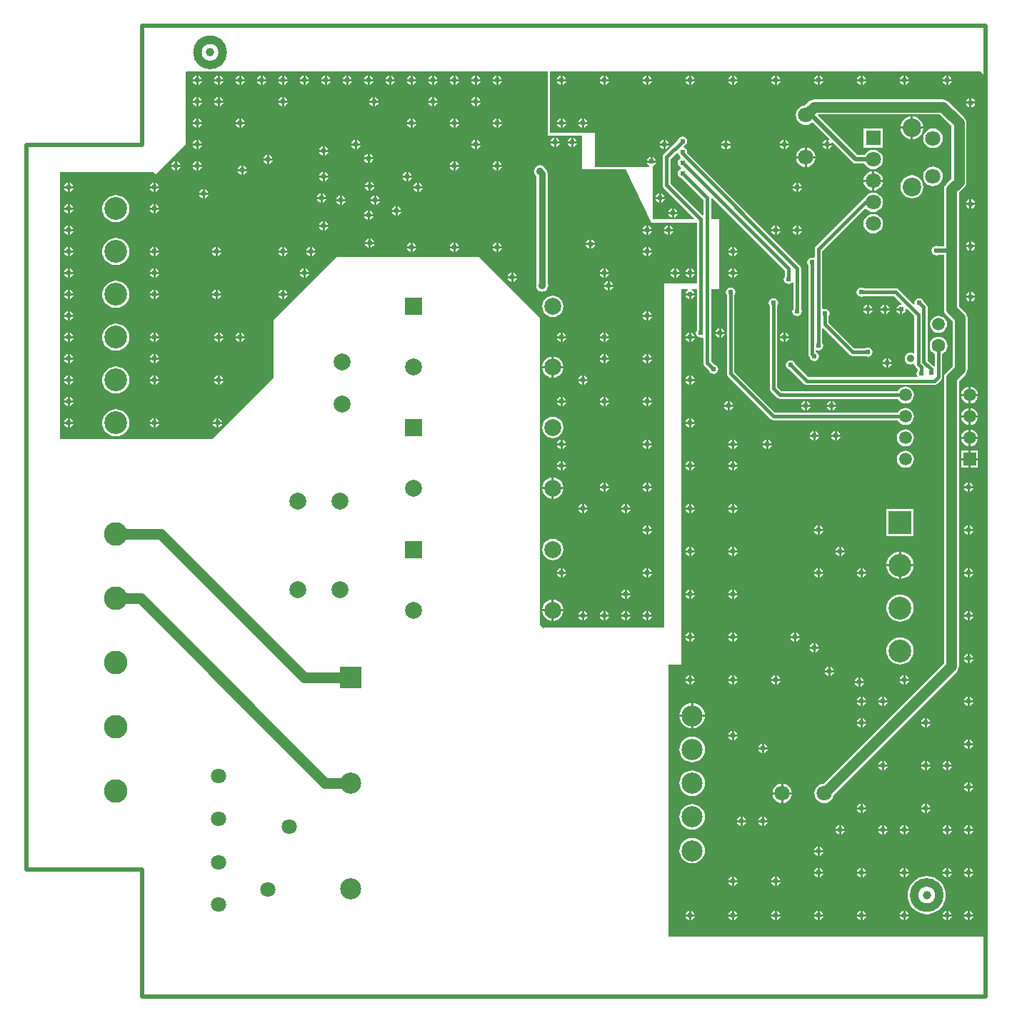
<source format=gbl>
%FSLAX25Y25*%
%MOIN*%
G70*
G01*
G75*
G04 Layer_Physical_Order=2*
G04 Layer_Color=16711680*
%ADD10C,0.03937*%
%ADD11R,0.03937X0.04724*%
%ADD12C,0.03937*%
%ADD13O,0.07874X0.02400*%
%ADD14R,0.04724X0.03150*%
%ADD15R,0.04724X0.03937*%
%ADD16R,0.02756X0.04724*%
%ADD17R,0.11024X0.09055*%
%ADD18R,0.03150X0.03150*%
%ADD19O,0.10000X0.02400*%
%ADD20O,0.10000X0.02402*%
%ADD21O,0.07874X0.02402*%
%ADD22R,0.05118X0.06299*%
%ADD23C,0.03000*%
%ADD24C,0.02000*%
%ADD25C,0.01500*%
%ADD26C,0.04000*%
%ADD27C,0.01600*%
%ADD28C,0.05000*%
%ADD29C,0.01969*%
%ADD30C,0.07087*%
%ADD31C,0.08661*%
%ADD32R,0.05906X0.05906*%
%ADD33C,0.05906*%
%ADD34C,0.10630*%
%ADD35R,0.07087X0.07087*%
%ADD36C,0.11024*%
%ADD37R,0.10630X0.10630*%
%ADD38C,0.07874*%
%ADD39R,0.07874X0.07874*%
%ADD40C,0.09843*%
%ADD41R,0.09843X0.09843*%
%ADD42C,0.06299*%
%ADD43C,0.02400*%
%ADD44C,0.03600*%
G36*
X189169Y431874D02*
Y431374D01*
X189169Y431374D01*
X189169Y430895D01*
Y430034D01*
X189169Y401999D01*
X205169Y401999D01*
X205169Y386374D01*
X211669D01*
X211669D01*
X225794Y386374D01*
X237669Y361374D01*
X258834Y361374D01*
Y332874D01*
X243669Y332874D01*
X243669Y275874D01*
X243669Y274874D01*
Y172374D01*
X187669D01*
X187169Y171874D01*
X185669Y173374D01*
Y250374D01*
Y316874D01*
X162169Y340374D01*
X157169Y345374D01*
X90669D01*
X63169Y317874D01*
X61169Y315874D01*
Y301874D01*
Y288874D01*
X55169Y282874D01*
X32669Y260374D01*
X-38331D01*
Y384874D01*
X5169D01*
X6169Y383874D01*
X20169Y397874D01*
X20169Y431521D01*
X20523Y431874D01*
X189169Y431874D01*
D02*
G37*
G36*
X392669Y430374D02*
Y27874D01*
X245669D01*
Y154874D01*
X251669D01*
Y330374D01*
X254593D01*
X254703Y329874D01*
X254083Y329460D01*
X253597Y328732D01*
X253526Y328374D01*
X257813D01*
X257742Y328732D01*
X257256Y329460D01*
X256636Y329874D01*
X256746Y330374D01*
X258834D01*
Y311087D01*
X258597Y310733D01*
X258426Y309874D01*
X258597Y309016D01*
X259083Y308288D01*
X259811Y307802D01*
X260669Y307631D01*
X261334Y307763D01*
X261834Y307451D01*
Y295874D01*
X261951Y295288D01*
X261974Y295172D01*
X262372Y294576D01*
X264514Y292434D01*
X264597Y292016D01*
X265083Y291288D01*
X265811Y290802D01*
X266669Y290631D01*
X267528Y290802D01*
X268255Y291288D01*
X268742Y292016D01*
X268913Y292874D01*
X268742Y293733D01*
X268255Y294460D01*
X267528Y294947D01*
X267109Y295030D01*
X265505Y296634D01*
Y330374D01*
X269169D01*
Y362874D01*
X265505D01*
Y372736D01*
X265849Y372932D01*
X265992Y372956D01*
X299834Y339114D01*
Y336087D01*
X299597Y335733D01*
X299426Y334874D01*
X299597Y334016D01*
X300083Y333288D01*
X300811Y332802D01*
X301669Y332631D01*
X302528Y332802D01*
X303256Y333288D01*
X303334Y333406D01*
X303834Y333254D01*
Y321087D01*
X303597Y320732D01*
X303426Y319874D01*
X303597Y319016D01*
X304083Y318288D01*
X304811Y317802D01*
X305669Y317631D01*
X306528Y317802D01*
X307256Y318288D01*
X307742Y319016D01*
X307912Y319874D01*
X307742Y320732D01*
X307505Y321087D01*
Y340117D01*
X307365Y340819D01*
X306967Y341414D01*
X254345Y394036D01*
X254413Y394374D01*
X254242Y395233D01*
X253755Y395960D01*
X253028Y396446D01*
X252941Y396464D01*
X252722Y397017D01*
X252889Y397274D01*
X253028Y397302D01*
X253755Y397788D01*
X254242Y398516D01*
X254413Y399374D01*
X254242Y400233D01*
X253755Y400960D01*
X253028Y401446D01*
X252169Y401617D01*
X251311Y401446D01*
X250583Y400960D01*
X250097Y400233D01*
X250014Y399814D01*
X243372Y393172D01*
X242974Y392576D01*
X242951Y392460D01*
X242834Y391874D01*
Y378874D01*
X242951Y378288D01*
X242974Y378172D01*
X243372Y377576D01*
X257612Y363336D01*
X257421Y362874D01*
X238523D01*
X238169Y363228D01*
Y387221D01*
X238169Y387374D01*
X238404Y387777D01*
X238528Y387802D01*
X239255Y388288D01*
X239742Y389016D01*
X239813Y389374D01*
X235526D01*
X235597Y389016D01*
X236083Y388288D01*
X236703Y387874D01*
X236593Y387374D01*
X225893D01*
X225794Y387394D01*
X211669Y387394D01*
X211169D01*
Y403374D01*
X190189D01*
X190189Y430034D01*
Y430895D01*
Y430895D01*
Y430895D01*
X190189Y431374D01*
X190189Y431374D01*
Y431874D01*
X190189Y431874D01*
X391169D01*
X392669Y430374D01*
D02*
G37*
G36*
X250017Y393919D02*
X250097Y393516D01*
X250463Y392968D01*
X250474Y392914D01*
X250872Y392319D01*
X251279Y391911D01*
X251147Y391337D01*
X250583Y390960D01*
X250097Y390232D01*
X249926Y389374D01*
X250097Y388516D01*
X250583Y387788D01*
X251311Y387302D01*
X251449Y387274D01*
X251617Y387017D01*
X251398Y386464D01*
X251311Y386446D01*
X250583Y385960D01*
X250097Y385232D01*
X249926Y384374D01*
X250097Y383516D01*
X250583Y382788D01*
X251311Y382302D01*
X251729Y382219D01*
X261834Y372114D01*
Y364958D01*
X261372Y364767D01*
X246505Y379634D01*
Y391114D01*
X249474Y394084D01*
X250017Y393919D01*
D02*
G37*
%LPC*%
G36*
X255169Y247374D02*
X253526D01*
X253597Y247016D01*
X254083Y246288D01*
X254811Y245802D01*
X255169Y245730D01*
Y247374D01*
D02*
G37*
G36*
X257813D02*
X256169D01*
Y245730D01*
X256528Y245802D01*
X257256Y246288D01*
X257742Y247016D01*
X257813Y247374D01*
D02*
G37*
G36*
X197813D02*
X196169D01*
Y245730D01*
X196528Y245802D01*
X197256Y246288D01*
X197742Y247016D01*
X197813Y247374D01*
D02*
G37*
G36*
X386169Y240018D02*
Y238374D01*
X387813D01*
X387742Y238733D01*
X387256Y239460D01*
X386528Y239947D01*
X386169Y240018D01*
D02*
G37*
G36*
X195169Y247374D02*
X193526D01*
X193597Y247016D01*
X194083Y246288D01*
X194811Y245802D01*
X195169Y245730D01*
Y247374D01*
D02*
G37*
G36*
X385169Y240018D02*
X384811Y239947D01*
X384083Y239460D01*
X383597Y238733D01*
X383526Y238374D01*
X385169D01*
Y240018D01*
D02*
G37*
G36*
X195169Y250018D02*
X194811Y249946D01*
X194083Y249460D01*
X193597Y248732D01*
X193526Y248374D01*
X195169D01*
Y250018D01*
D02*
G37*
G36*
X390122Y250374D02*
X386669D01*
Y246921D01*
X390122D01*
Y250374D01*
D02*
G37*
G36*
X255169Y250018D02*
X254811Y249946D01*
X254083Y249460D01*
X253597Y248732D01*
X253526Y248374D01*
X255169D01*
Y250018D01*
D02*
G37*
G36*
X196169D02*
Y248374D01*
X197813D01*
X197742Y248732D01*
X197256Y249460D01*
X196528Y249946D01*
X196169Y250018D01*
D02*
G37*
G36*
X277813Y247374D02*
X276169D01*
Y245730D01*
X276528Y245802D01*
X277256Y246288D01*
X277742Y247016D01*
X277813Y247374D01*
D02*
G37*
G36*
X275169D02*
X273526D01*
X273597Y247016D01*
X274083Y246288D01*
X274811Y245802D01*
X275169Y245730D01*
Y247374D01*
D02*
G37*
G36*
X385669Y250374D02*
X382217D01*
Y246921D01*
X385669D01*
Y250374D01*
D02*
G37*
G36*
X356169Y254861D02*
X355137Y254725D01*
X354176Y254327D01*
X353350Y253693D01*
X352717Y252868D01*
X352318Y251906D01*
X352183Y250874D01*
X352318Y249842D01*
X352717Y248881D01*
X353350Y248055D01*
X354176Y247421D01*
X355137Y247023D01*
X356169Y246887D01*
X357201Y247023D01*
X358163Y247421D01*
X358988Y248055D01*
X359622Y248881D01*
X360020Y249842D01*
X360156Y250874D01*
X360020Y251906D01*
X359622Y252868D01*
X358988Y253693D01*
X358163Y254327D01*
X357201Y254725D01*
X356169Y254861D01*
D02*
G37*
G36*
X217813Y237374D02*
X216169D01*
Y235731D01*
X216528Y235802D01*
X217255Y236288D01*
X217742Y237016D01*
X217813Y237374D01*
D02*
G37*
G36*
X235169D02*
X233526D01*
X233597Y237016D01*
X234083Y236288D01*
X234811Y235802D01*
X235169Y235731D01*
Y237374D01*
D02*
G37*
G36*
X237813D02*
X236169D01*
Y235731D01*
X236528Y235802D01*
X237256Y236288D01*
X237742Y237016D01*
X237813Y237374D01*
D02*
G37*
G36*
X215169D02*
X213526D01*
X213597Y237016D01*
X214083Y236288D01*
X214811Y235802D01*
X215169Y235731D01*
Y237374D01*
D02*
G37*
G36*
X276169Y230018D02*
Y228374D01*
X277813D01*
X277742Y228732D01*
X277256Y229460D01*
X276528Y229946D01*
X276169Y230018D01*
D02*
G37*
G36*
X191130Y236874D02*
X186716D01*
X186820Y236085D01*
X187318Y234884D01*
X188109Y233853D01*
X189140Y233062D01*
X190341Y232564D01*
X191130Y232460D01*
Y236874D01*
D02*
G37*
G36*
X196544D02*
X192130D01*
Y232460D01*
X192919Y232564D01*
X194120Y233062D01*
X195151Y233853D01*
X195942Y234884D01*
X196440Y236085D01*
X196544Y236874D01*
D02*
G37*
G36*
X385169Y237374D02*
X383526D01*
X383597Y237016D01*
X384083Y236288D01*
X384811Y235802D01*
X385169Y235731D01*
Y237374D01*
D02*
G37*
G36*
X216169Y240018D02*
Y238374D01*
X217813D01*
X217742Y238733D01*
X217255Y239460D01*
X216528Y239947D01*
X216169Y240018D01*
D02*
G37*
G36*
X235169D02*
X234811Y239947D01*
X234083Y239460D01*
X233597Y238733D01*
X233526Y238374D01*
X235169D01*
Y240018D01*
D02*
G37*
G36*
X236169D02*
Y238374D01*
X237813D01*
X237742Y238733D01*
X237256Y239460D01*
X236528Y239947D01*
X236169Y240018D01*
D02*
G37*
G36*
X215169D02*
X214811Y239947D01*
X214083Y239460D01*
X213597Y238733D01*
X213526Y238374D01*
X215169D01*
Y240018D01*
D02*
G37*
G36*
X387813Y237374D02*
X386169D01*
Y235731D01*
X386528Y235802D01*
X387256Y236288D01*
X387742Y237016D01*
X387813Y237374D01*
D02*
G37*
G36*
X191130Y242288D02*
X190341Y242184D01*
X189140Y241687D01*
X188109Y240895D01*
X187318Y239864D01*
X186820Y238663D01*
X186716Y237874D01*
X191130D01*
Y242288D01*
D02*
G37*
G36*
X192130D02*
Y237874D01*
X196544D01*
X196440Y238663D01*
X195942Y239864D01*
X195151Y240895D01*
X194120Y241687D01*
X192919Y242184D01*
X192130Y242288D01*
D02*
G37*
G36*
X256169Y250018D02*
Y248374D01*
X257813D01*
X257742Y248732D01*
X257256Y249460D01*
X256528Y249946D01*
X256169Y250018D01*
D02*
G37*
G36*
X275169Y260018D02*
X274811Y259946D01*
X274083Y259460D01*
X273597Y258733D01*
X273526Y258374D01*
X275169D01*
Y260018D01*
D02*
G37*
G36*
X276169D02*
Y258374D01*
X277813D01*
X277742Y258733D01*
X277256Y259460D01*
X276528Y259946D01*
X276169Y260018D01*
D02*
G37*
G36*
X291169D02*
X290811Y259946D01*
X290083Y259460D01*
X289597Y258733D01*
X289526Y258374D01*
X291169D01*
Y260018D01*
D02*
G37*
G36*
X236169D02*
Y258374D01*
X237813D01*
X237742Y258733D01*
X237256Y259460D01*
X236528Y259946D01*
X236169Y260018D01*
D02*
G37*
G36*
X195169D02*
X194811Y259946D01*
X194083Y259460D01*
X193597Y258733D01*
X193526Y258374D01*
X195169D01*
Y260018D01*
D02*
G37*
G36*
X196169D02*
Y258374D01*
X197813D01*
X197742Y258733D01*
X197256Y259460D01*
X196528Y259946D01*
X196169Y260018D01*
D02*
G37*
G36*
X235169D02*
X234811Y259946D01*
X234083Y259460D01*
X233597Y258733D01*
X233526Y258374D01*
X235169D01*
Y260018D01*
D02*
G37*
G36*
X292169D02*
Y258374D01*
X293813D01*
X293742Y258733D01*
X293255Y259460D01*
X292528Y259946D01*
X292169Y260018D01*
D02*
G37*
G36*
X191630Y270700D02*
X190341Y270531D01*
X189140Y270033D01*
X188109Y269242D01*
X187318Y268210D01*
X186820Y267009D01*
X186650Y265721D01*
X186820Y264432D01*
X187318Y263231D01*
X188109Y262199D01*
X189140Y261408D01*
X190341Y260911D01*
X191630Y260741D01*
X192919Y260911D01*
X194120Y261408D01*
X195151Y262199D01*
X195942Y263231D01*
X196440Y264432D01*
X196610Y265721D01*
X196440Y267009D01*
X195942Y268210D01*
X195151Y269242D01*
X194120Y270033D01*
X192919Y270531D01*
X191630Y270700D01*
D02*
G37*
G36*
X385669Y264795D02*
X385138Y264725D01*
X384176Y264327D01*
X383350Y263693D01*
X382717Y262867D01*
X382318Y261906D01*
X382248Y261374D01*
X385669D01*
Y264795D01*
D02*
G37*
G36*
X386669D02*
Y261374D01*
X390090D01*
X390020Y261906D01*
X389622Y262867D01*
X388988Y263693D01*
X388163Y264327D01*
X387201Y264725D01*
X386669Y264795D01*
D02*
G37*
G36*
X325813Y261374D02*
X324169D01*
Y259731D01*
X324528Y259802D01*
X325255Y260288D01*
X325742Y261016D01*
X325813Y261374D01*
D02*
G37*
G36*
X313169D02*
X311526D01*
X311597Y261016D01*
X312083Y260288D01*
X312811Y259802D01*
X313169Y259731D01*
Y261374D01*
D02*
G37*
G36*
X315813D02*
X314169D01*
Y259731D01*
X314528Y259802D01*
X315255Y260288D01*
X315742Y261016D01*
X315813Y261374D01*
D02*
G37*
G36*
X323169D02*
X321526D01*
X321597Y261016D01*
X322083Y260288D01*
X322811Y259802D01*
X323169Y259731D01*
Y261374D01*
D02*
G37*
G36*
X195169Y257374D02*
X193526D01*
X193597Y257016D01*
X194083Y256288D01*
X194811Y255802D01*
X195169Y255731D01*
Y257374D01*
D02*
G37*
G36*
X197813D02*
X196169D01*
Y255731D01*
X196528Y255802D01*
X197256Y256288D01*
X197742Y257016D01*
X197813Y257374D01*
D02*
G37*
G36*
X235169D02*
X233526D01*
X233597Y257016D01*
X234083Y256288D01*
X234811Y255802D01*
X235169Y255731D01*
Y257374D01*
D02*
G37*
G36*
X390122Y254827D02*
X386669D01*
Y251374D01*
X390122D01*
Y254827D01*
D02*
G37*
G36*
X275169Y250018D02*
X274811Y249946D01*
X274083Y249460D01*
X273597Y248732D01*
X273526Y248374D01*
X275169D01*
Y250018D01*
D02*
G37*
G36*
X276169D02*
Y248374D01*
X277813D01*
X277742Y248732D01*
X277256Y249460D01*
X276528Y249946D01*
X276169Y250018D01*
D02*
G37*
G36*
X385669Y254827D02*
X382217D01*
Y251374D01*
X385669D01*
Y254827D01*
D02*
G37*
G36*
X237813Y257374D02*
X236169D01*
Y255731D01*
X236528Y255802D01*
X237256Y256288D01*
X237742Y257016D01*
X237813Y257374D01*
D02*
G37*
G36*
X356169Y264861D02*
X355137Y264725D01*
X354176Y264327D01*
X353350Y263693D01*
X352717Y262867D01*
X352318Y261906D01*
X352183Y260874D01*
X352318Y259842D01*
X352717Y258881D01*
X353350Y258055D01*
X354176Y257421D01*
X355137Y257023D01*
X356169Y256887D01*
X357201Y257023D01*
X358163Y257421D01*
X358988Y258055D01*
X359622Y258881D01*
X360020Y259842D01*
X360156Y260874D01*
X360020Y261906D01*
X359622Y262867D01*
X358988Y263693D01*
X358163Y264327D01*
X357201Y264725D01*
X356169Y264861D01*
D02*
G37*
G36*
X385669Y260374D02*
X382248D01*
X382318Y259842D01*
X382717Y258881D01*
X383350Y258055D01*
X384176Y257421D01*
X385138Y257023D01*
X385669Y256953D01*
Y260374D01*
D02*
G37*
G36*
X390090D02*
X386669D01*
Y256953D01*
X387201Y257023D01*
X388163Y257421D01*
X388988Y258055D01*
X389622Y258881D01*
X390020Y259842D01*
X390090Y260374D01*
D02*
G37*
G36*
X293813Y257374D02*
X292169D01*
Y255731D01*
X292528Y255802D01*
X293255Y256288D01*
X293742Y257016D01*
X293813Y257374D01*
D02*
G37*
G36*
X275169D02*
X273526D01*
X273597Y257016D01*
X274083Y256288D01*
X274811Y255802D01*
X275169Y255731D01*
Y257374D01*
D02*
G37*
G36*
X277813D02*
X276169D01*
Y255731D01*
X276528Y255802D01*
X277256Y256288D01*
X277742Y257016D01*
X277813Y257374D01*
D02*
G37*
G36*
X291169D02*
X289526D01*
X289597Y257016D01*
X290083Y256288D01*
X290811Y255802D01*
X291169Y255731D01*
Y257374D01*
D02*
G37*
G36*
X354169Y207670D02*
Y201874D01*
X359966D01*
X359893Y202612D01*
X359532Y203802D01*
X358945Y204900D01*
X358156Y205861D01*
X357195Y206650D01*
X356098Y207237D01*
X354907Y207598D01*
X354169Y207670D01*
D02*
G37*
G36*
X191630Y213700D02*
X190341Y213530D01*
X189140Y213033D01*
X188109Y212242D01*
X187318Y211210D01*
X186820Y210009D01*
X186650Y208721D01*
X186820Y207432D01*
X187318Y206231D01*
X188109Y205199D01*
X189140Y204408D01*
X190341Y203911D01*
X191630Y203741D01*
X192919Y203911D01*
X194120Y204408D01*
X195151Y205199D01*
X195942Y206231D01*
X196440Y207432D01*
X196610Y208721D01*
X196440Y210009D01*
X195942Y211210D01*
X195151Y212242D01*
X194120Y213033D01*
X192919Y213530D01*
X191630Y213700D01*
D02*
G37*
G36*
X255169Y207374D02*
X253526D01*
X253597Y207016D01*
X254083Y206288D01*
X254811Y205802D01*
X255169Y205731D01*
Y207374D01*
D02*
G37*
G36*
X353169Y207670D02*
X352431Y207598D01*
X351241Y207237D01*
X350144Y206650D01*
X349182Y205861D01*
X348393Y204900D01*
X347807Y203802D01*
X347446Y202612D01*
X347373Y201874D01*
X353169D01*
Y207670D01*
D02*
G37*
G36*
X336169Y200018D02*
Y198374D01*
X337813D01*
X337742Y198732D01*
X337256Y199460D01*
X336528Y199946D01*
X336169Y200018D01*
D02*
G37*
G36*
X385169D02*
X384811Y199946D01*
X384083Y199460D01*
X383597Y198732D01*
X383526Y198374D01*
X385169D01*
Y200018D01*
D02*
G37*
G36*
X386169D02*
Y198374D01*
X387813D01*
X387742Y198732D01*
X387256Y199460D01*
X386528Y199946D01*
X386169Y200018D01*
D02*
G37*
G36*
X257813Y207374D02*
X256169D01*
Y205731D01*
X256528Y205802D01*
X257256Y206288D01*
X257742Y207016D01*
X257813Y207374D01*
D02*
G37*
G36*
X255169Y210018D02*
X254811Y209946D01*
X254083Y209460D01*
X253597Y208733D01*
X253526Y208374D01*
X255169D01*
Y210018D01*
D02*
G37*
G36*
X256169D02*
Y208374D01*
X257813D01*
X257742Y208733D01*
X257256Y209460D01*
X256528Y209946D01*
X256169Y210018D01*
D02*
G37*
G36*
X275169D02*
X274811Y209946D01*
X274083Y209460D01*
X273597Y208733D01*
X273526Y208374D01*
X275169D01*
Y210018D01*
D02*
G37*
G36*
X327813Y207374D02*
X326169D01*
Y205731D01*
X326528Y205802D01*
X327256Y206288D01*
X327742Y207016D01*
X327813Y207374D01*
D02*
G37*
G36*
X275169D02*
X273526D01*
X273597Y207016D01*
X274083Y206288D01*
X274811Y205802D01*
X275169Y205731D01*
Y207374D01*
D02*
G37*
G36*
X277813D02*
X276169D01*
Y205731D01*
X276528Y205802D01*
X277256Y206288D01*
X277742Y207016D01*
X277813Y207374D01*
D02*
G37*
G36*
X325169D02*
X323526D01*
X323597Y207016D01*
X324083Y206288D01*
X324811Y205802D01*
X325169Y205731D01*
Y207374D01*
D02*
G37*
G36*
X335169Y197374D02*
X333526D01*
X333597Y197016D01*
X334083Y196288D01*
X334811Y195802D01*
X335169Y195730D01*
Y197374D01*
D02*
G37*
G36*
X337813D02*
X336169D01*
Y195730D01*
X336528Y195802D01*
X337256Y196288D01*
X337742Y197016D01*
X337813Y197374D01*
D02*
G37*
G36*
X385169D02*
X383526D01*
X383597Y197016D01*
X384083Y196288D01*
X384811Y195802D01*
X385169Y195730D01*
Y197374D01*
D02*
G37*
G36*
X317813D02*
X316169D01*
Y195730D01*
X316528Y195802D01*
X317255Y196288D01*
X317742Y197016D01*
X317813Y197374D01*
D02*
G37*
G36*
X235169D02*
X233526D01*
X233597Y197016D01*
X234083Y196288D01*
X234811Y195802D01*
X235169Y195730D01*
Y197374D01*
D02*
G37*
G36*
X237813D02*
X236169D01*
Y195730D01*
X236528Y195802D01*
X237256Y196288D01*
X237742Y197016D01*
X237813Y197374D01*
D02*
G37*
G36*
X315169D02*
X313526D01*
X313597Y197016D01*
X314083Y196288D01*
X314811Y195802D01*
X315169Y195730D01*
Y197374D01*
D02*
G37*
G36*
X387813D02*
X386169D01*
Y195730D01*
X386528Y195802D01*
X387256Y196288D01*
X387742Y197016D01*
X387813Y197374D01*
D02*
G37*
G36*
X315169Y200018D02*
X314811Y199946D01*
X314083Y199460D01*
X313597Y198732D01*
X313526Y198374D01*
X315169D01*
Y200018D01*
D02*
G37*
G36*
X316169D02*
Y198374D01*
X317813D01*
X317742Y198732D01*
X317255Y199460D01*
X316528Y199946D01*
X316169Y200018D01*
D02*
G37*
G36*
X335169D02*
X334811Y199946D01*
X334083Y199460D01*
X333597Y198732D01*
X333526Y198374D01*
X335169D01*
Y200018D01*
D02*
G37*
G36*
X236169D02*
Y198374D01*
X237813D01*
X237742Y198732D01*
X237256Y199460D01*
X236528Y199946D01*
X236169Y200018D01*
D02*
G37*
G36*
X195169D02*
X194811Y199946D01*
X194083Y199460D01*
X193597Y198732D01*
X193526Y198374D01*
X195169D01*
Y200018D01*
D02*
G37*
G36*
X196169D02*
Y198374D01*
X197813D01*
X197742Y198732D01*
X197256Y199460D01*
X196528Y199946D01*
X196169Y200018D01*
D02*
G37*
G36*
X235169D02*
X234811Y199946D01*
X234083Y199460D01*
X233597Y198732D01*
X233526Y198374D01*
X235169D01*
Y200018D01*
D02*
G37*
G36*
X276169Y210018D02*
Y208374D01*
X277813D01*
X277742Y208733D01*
X277256Y209460D01*
X276528Y209946D01*
X276169Y210018D01*
D02*
G37*
G36*
X255169Y227374D02*
X253526D01*
X253597Y227016D01*
X254083Y226288D01*
X254811Y225802D01*
X255169Y225730D01*
Y227374D01*
D02*
G37*
G36*
X257813D02*
X256169D01*
Y225730D01*
X256528Y225802D01*
X257256Y226288D01*
X257742Y227016D01*
X257813Y227374D01*
D02*
G37*
G36*
X275169D02*
X273526D01*
X273597Y227016D01*
X274083Y226288D01*
X274811Y225802D01*
X275169Y225730D01*
Y227374D01*
D02*
G37*
G36*
X227813D02*
X226169D01*
Y225730D01*
X226528Y225802D01*
X227256Y226288D01*
X227742Y227016D01*
X227813Y227374D01*
D02*
G37*
G36*
X205169D02*
X203526D01*
X203597Y227016D01*
X204083Y226288D01*
X204811Y225802D01*
X205169Y225730D01*
Y227374D01*
D02*
G37*
G36*
X207813D02*
X206169D01*
Y225730D01*
X206528Y225802D01*
X207256Y226288D01*
X207742Y227016D01*
X207813Y227374D01*
D02*
G37*
G36*
X225169D02*
X223526D01*
X223597Y227016D01*
X224083Y226288D01*
X224811Y225802D01*
X225169Y225730D01*
Y227374D01*
D02*
G37*
G36*
X277813D02*
X276169D01*
Y225730D01*
X276528Y225802D01*
X277256Y226288D01*
X277742Y227016D01*
X277813Y227374D01*
D02*
G37*
G36*
X255169Y230018D02*
X254811Y229946D01*
X254083Y229460D01*
X253597Y228732D01*
X253526Y228374D01*
X255169D01*
Y230018D01*
D02*
G37*
G36*
X256169D02*
Y228374D01*
X257813D01*
X257742Y228732D01*
X257256Y229460D01*
X256528Y229946D01*
X256169Y230018D01*
D02*
G37*
G36*
X275169D02*
X274811Y229946D01*
X274083Y229460D01*
X273597Y228732D01*
X273526Y228374D01*
X275169D01*
Y230018D01*
D02*
G37*
G36*
X226169D02*
Y228374D01*
X227813D01*
X227742Y228732D01*
X227256Y229460D01*
X226528Y229946D01*
X226169Y230018D01*
D02*
G37*
G36*
X205169D02*
X204811Y229946D01*
X204083Y229460D01*
X203597Y228732D01*
X203526Y228374D01*
X205169D01*
Y230018D01*
D02*
G37*
G36*
X206169D02*
Y228374D01*
X207813D01*
X207742Y228732D01*
X207256Y229460D01*
X206528Y229946D01*
X206169Y230018D01*
D02*
G37*
G36*
X225169D02*
X224811Y229946D01*
X224083Y229460D01*
X223597Y228732D01*
X223526Y228374D01*
X225169D01*
Y230018D01*
D02*
G37*
G36*
X237813Y217374D02*
X236169D01*
Y215731D01*
X236528Y215802D01*
X237256Y216288D01*
X237742Y217016D01*
X237813Y217374D01*
D02*
G37*
G36*
X315169D02*
X313526D01*
X313597Y217016D01*
X314083Y216288D01*
X314811Y215802D01*
X315169Y215731D01*
Y217374D01*
D02*
G37*
G36*
X317813D02*
X316169D01*
Y215731D01*
X316528Y215802D01*
X317255Y216288D01*
X317742Y217016D01*
X317813Y217374D01*
D02*
G37*
G36*
X235169D02*
X233526D01*
X233597Y217016D01*
X234083Y216288D01*
X234811Y215802D01*
X235169Y215731D01*
Y217374D01*
D02*
G37*
G36*
X325169Y210018D02*
X324811Y209946D01*
X324083Y209460D01*
X323597Y208733D01*
X323526Y208374D01*
X325169D01*
Y210018D01*
D02*
G37*
G36*
X326169D02*
Y208374D01*
X327813D01*
X327742Y208733D01*
X327256Y209460D01*
X326528Y209946D01*
X326169Y210018D01*
D02*
G37*
G36*
X359984Y227689D02*
X347354D01*
Y215059D01*
X359984D01*
Y227689D01*
D02*
G37*
G36*
X385169Y217374D02*
X383526D01*
X383597Y217016D01*
X384083Y216288D01*
X384811Y215802D01*
X385169Y215731D01*
Y217374D01*
D02*
G37*
G36*
X316169Y220018D02*
Y218374D01*
X317813D01*
X317742Y218733D01*
X317255Y219460D01*
X316528Y219947D01*
X316169Y220018D01*
D02*
G37*
G36*
X385169D02*
X384811Y219947D01*
X384083Y219460D01*
X383597Y218733D01*
X383526Y218374D01*
X385169D01*
Y220018D01*
D02*
G37*
G36*
X386169D02*
Y218374D01*
X387813D01*
X387742Y218733D01*
X387256Y219460D01*
X386528Y219947D01*
X386169Y220018D01*
D02*
G37*
G36*
X315169D02*
X314811Y219947D01*
X314083Y219460D01*
X313597Y218733D01*
X313526Y218374D01*
X315169D01*
Y220018D01*
D02*
G37*
G36*
X387813Y217374D02*
X386169D01*
Y215731D01*
X386528Y215802D01*
X387256Y216288D01*
X387742Y217016D01*
X387813Y217374D01*
D02*
G37*
G36*
X235169Y220018D02*
X234811Y219947D01*
X234083Y219460D01*
X233597Y218733D01*
X233526Y218374D01*
X235169D01*
Y220018D01*
D02*
G37*
G36*
X236169D02*
Y218374D01*
X237813D01*
X237742Y218733D01*
X237256Y219460D01*
X236528Y219947D01*
X236169Y220018D01*
D02*
G37*
G36*
X196544Y293374D02*
X192130D01*
Y288960D01*
X192919Y289064D01*
X194120Y289562D01*
X195151Y290353D01*
X195942Y291384D01*
X196440Y292585D01*
X196544Y293374D01*
D02*
G37*
G36*
X347169Y295374D02*
X345526D01*
X345597Y295016D01*
X346083Y294288D01*
X346811Y293802D01*
X347169Y293730D01*
Y295374D01*
D02*
G37*
G36*
X349813D02*
X348169D01*
Y293730D01*
X348528Y293802D01*
X349255Y294288D01*
X349742Y295016D01*
X349813Y295374D01*
D02*
G37*
G36*
X191130Y293374D02*
X186716D01*
X186820Y292585D01*
X187318Y291384D01*
X188109Y290353D01*
X189140Y289562D01*
X190341Y289064D01*
X191130Y288960D01*
Y293374D01*
D02*
G37*
G36*
X206169Y290018D02*
Y288374D01*
X207813D01*
X207742Y288733D01*
X207256Y289460D01*
X206528Y289947D01*
X206169Y290018D01*
D02*
G37*
G36*
X255169D02*
X254811Y289947D01*
X254083Y289460D01*
X253597Y288733D01*
X253526Y288374D01*
X255169D01*
Y290018D01*
D02*
G37*
G36*
X256169D02*
Y288374D01*
X257813D01*
X257742Y288733D01*
X257256Y289460D01*
X256528Y289947D01*
X256169Y290018D01*
D02*
G37*
G36*
X191130Y298788D02*
X190341Y298684D01*
X189140Y298187D01*
X188109Y297395D01*
X187318Y296364D01*
X186820Y295163D01*
X186716Y294374D01*
X191130D01*
Y298788D01*
D02*
G37*
G36*
X7813Y297374D02*
X6169D01*
Y295730D01*
X6528Y295802D01*
X7255Y296288D01*
X7742Y297016D01*
X7813Y297374D01*
D02*
G37*
G36*
X215169D02*
X213526D01*
X213597Y297016D01*
X214083Y296288D01*
X214811Y295802D01*
X215169Y295730D01*
Y297374D01*
D02*
G37*
G36*
X217813D02*
X216169D01*
Y295730D01*
X216528Y295802D01*
X217255Y296288D01*
X217742Y297016D01*
X217813Y297374D01*
D02*
G37*
G36*
X5169D02*
X3526D01*
X3597Y297016D01*
X4083Y296288D01*
X4811Y295802D01*
X5169Y295730D01*
Y297374D01*
D02*
G37*
G36*
X192130Y298788D02*
Y294374D01*
X196544D01*
X196440Y295163D01*
X195942Y296364D01*
X195151Y297395D01*
X194120Y298187D01*
X192919Y298684D01*
X192130Y298788D01*
D02*
G37*
G36*
X-34831Y297374D02*
X-36474D01*
X-36403Y297016D01*
X-35917Y296288D01*
X-35189Y295802D01*
X-34831Y295730D01*
Y297374D01*
D02*
G37*
G36*
X-32187D02*
X-33831D01*
Y295730D01*
X-33472Y295802D01*
X-32745Y296288D01*
X-32258Y297016D01*
X-32187Y297374D01*
D02*
G37*
G36*
X205169Y287374D02*
X203526D01*
X203597Y287016D01*
X204083Y286288D01*
X204811Y285802D01*
X205169Y285731D01*
Y287374D01*
D02*
G37*
G36*
X207813D02*
X206169D01*
Y285731D01*
X206528Y285802D01*
X207256Y286288D01*
X207742Y287016D01*
X207813Y287374D01*
D02*
G37*
G36*
X255169D02*
X253526D01*
X253597Y287016D01*
X254083Y286288D01*
X254811Y285802D01*
X255169Y285731D01*
Y287374D01*
D02*
G37*
G36*
X37813D02*
X36169D01*
Y285731D01*
X36528Y285802D01*
X37255Y286288D01*
X37742Y287016D01*
X37813Y287374D01*
D02*
G37*
G36*
X5169D02*
X3526D01*
X3597Y287016D01*
X4083Y286288D01*
X4811Y285802D01*
X5169Y285731D01*
Y287374D01*
D02*
G37*
G36*
X7813D02*
X6169D01*
Y285731D01*
X6528Y285802D01*
X7255Y286288D01*
X7742Y287016D01*
X7813Y287374D01*
D02*
G37*
G36*
X35169D02*
X33526D01*
X33597Y287016D01*
X34083Y286288D01*
X34811Y285802D01*
X35169Y285731D01*
Y287374D01*
D02*
G37*
G36*
X257813D02*
X256169D01*
Y285731D01*
X256528Y285802D01*
X257256Y286288D01*
X257742Y287016D01*
X257813Y287374D01*
D02*
G37*
G36*
X35169Y290018D02*
X34811Y289947D01*
X34083Y289460D01*
X33597Y288733D01*
X33526Y288374D01*
X35169D01*
Y290018D01*
D02*
G37*
G36*
X36169D02*
Y288374D01*
X37813D01*
X37742Y288733D01*
X37255Y289460D01*
X36528Y289947D01*
X36169Y290018D01*
D02*
G37*
G36*
X205169D02*
X204811Y289947D01*
X204083Y289460D01*
X203597Y288733D01*
X203526Y288374D01*
X205169D01*
Y290018D01*
D02*
G37*
G36*
X6169D02*
Y288374D01*
X7813D01*
X7742Y288733D01*
X7255Y289460D01*
X6528Y289947D01*
X6169Y290018D01*
D02*
G37*
G36*
X-34831D02*
X-35189Y289947D01*
X-35917Y289460D01*
X-36403Y288733D01*
X-36474Y288374D01*
X-34831D01*
Y290018D01*
D02*
G37*
G36*
X-33831D02*
Y288374D01*
X-32187D01*
X-32258Y288733D01*
X-32745Y289460D01*
X-33472Y289947D01*
X-33831Y290018D01*
D02*
G37*
G36*
X5169D02*
X4811Y289947D01*
X4083Y289460D01*
X3597Y288733D01*
X3526Y288374D01*
X5169D01*
Y290018D01*
D02*
G37*
G36*
X235169Y297374D02*
X233526D01*
X233597Y297016D01*
X234083Y296288D01*
X234811Y295802D01*
X235169Y295730D01*
Y297374D01*
D02*
G37*
G36*
X47813Y307374D02*
X46169D01*
Y305731D01*
X46528Y305802D01*
X47256Y306288D01*
X47742Y307016D01*
X47813Y307374D01*
D02*
G37*
G36*
X195169D02*
X193526D01*
X193597Y307016D01*
X194083Y306288D01*
X194811Y305802D01*
X195169Y305731D01*
Y307374D01*
D02*
G37*
G36*
X197813D02*
X196169D01*
Y305731D01*
X196528Y305802D01*
X197256Y306288D01*
X197742Y307016D01*
X197813Y307374D01*
D02*
G37*
G36*
X45169D02*
X43526D01*
X43597Y307016D01*
X44083Y306288D01*
X44811Y305802D01*
X45169Y305731D01*
Y307374D01*
D02*
G37*
G36*
X7813D02*
X6169D01*
Y305731D01*
X6528Y305802D01*
X7255Y306288D01*
X7742Y307016D01*
X7813Y307374D01*
D02*
G37*
G36*
X35169D02*
X33526D01*
X33597Y307016D01*
X34083Y306288D01*
X34811Y305802D01*
X35169Y305731D01*
Y307374D01*
D02*
G37*
G36*
X37813D02*
X36169D01*
Y305731D01*
X36528Y305802D01*
X37255Y306288D01*
X37742Y307016D01*
X37813Y307374D01*
D02*
G37*
G36*
X215169D02*
X213526D01*
X213597Y307016D01*
X214083Y306288D01*
X214811Y305802D01*
X215169Y305731D01*
Y307374D01*
D02*
G37*
G36*
X301813D02*
X300169D01*
Y305731D01*
X300528Y305802D01*
X301255Y306288D01*
X301742Y307016D01*
X301813Y307374D01*
D02*
G37*
G36*
X269169Y309374D02*
X267526D01*
X267597Y309016D01*
X268083Y308288D01*
X268811Y307802D01*
X269169Y307731D01*
Y309374D01*
D02*
G37*
G36*
X271813D02*
X270169D01*
Y307731D01*
X270528Y307802D01*
X271255Y308288D01*
X271742Y309016D01*
X271813Y309374D01*
D02*
G37*
G36*
X299169Y307374D02*
X297526D01*
X297597Y307016D01*
X298083Y306288D01*
X298811Y305802D01*
X299169Y305731D01*
Y307374D01*
D02*
G37*
G36*
X217813D02*
X216169D01*
Y305731D01*
X216528Y305802D01*
X217255Y306288D01*
X217742Y307016D01*
X217813Y307374D01*
D02*
G37*
G36*
X255169D02*
X253526D01*
X253597Y307016D01*
X254083Y306288D01*
X254811Y305802D01*
X255169Y305731D01*
Y307374D01*
D02*
G37*
G36*
X257813D02*
X256169D01*
Y305731D01*
X256528Y305802D01*
X257256Y306288D01*
X257742Y307016D01*
X257813Y307374D01*
D02*
G37*
G36*
X-33831Y300018D02*
Y298374D01*
X-32187D01*
X-32258Y298732D01*
X-32745Y299460D01*
X-33472Y299946D01*
X-33831Y300018D01*
D02*
G37*
G36*
X5169D02*
X4811Y299946D01*
X4083Y299460D01*
X3597Y298732D01*
X3526Y298374D01*
X5169D01*
Y300018D01*
D02*
G37*
G36*
X6169D02*
Y298374D01*
X7813D01*
X7742Y298732D01*
X7255Y299460D01*
X6528Y299946D01*
X6169Y300018D01*
D02*
G37*
G36*
X-34831D02*
X-35189Y299946D01*
X-35917Y299460D01*
X-36403Y298732D01*
X-36474Y298374D01*
X-34831D01*
Y300018D01*
D02*
G37*
G36*
X237813Y297374D02*
X236169D01*
Y295730D01*
X236528Y295802D01*
X237256Y296288D01*
X237742Y297016D01*
X237813Y297374D01*
D02*
G37*
G36*
X347169Y298018D02*
X346811Y297947D01*
X346083Y297460D01*
X345597Y296732D01*
X345526Y296374D01*
X347169D01*
Y298018D01*
D02*
G37*
G36*
X348169D02*
Y296374D01*
X349813D01*
X349742Y296732D01*
X349255Y297460D01*
X348528Y297947D01*
X348169Y298018D01*
D02*
G37*
G36*
X215169Y300018D02*
X214811Y299946D01*
X214083Y299460D01*
X213597Y298732D01*
X213526Y298374D01*
X215169D01*
Y300018D01*
D02*
G37*
G36*
X-34831Y307374D02*
X-36474D01*
X-36403Y307016D01*
X-35917Y306288D01*
X-35189Y305802D01*
X-34831Y305731D01*
Y307374D01*
D02*
G37*
G36*
X-32187D02*
X-33831D01*
Y305731D01*
X-33472Y305802D01*
X-32745Y306288D01*
X-32258Y307016D01*
X-32187Y307374D01*
D02*
G37*
G36*
X5169D02*
X3526D01*
X3597Y307016D01*
X4083Y306288D01*
X4811Y305802D01*
X5169Y305731D01*
Y307374D01*
D02*
G37*
G36*
X-12331Y314220D02*
X-13569Y314098D01*
X-14759Y313737D01*
X-15856Y313150D01*
X-16818Y312361D01*
X-17607Y311400D01*
X-18193Y310302D01*
X-18554Y309112D01*
X-18676Y307874D01*
X-18554Y306636D01*
X-18193Y305446D01*
X-17607Y304349D01*
X-16818Y303387D01*
X-15856Y302598D01*
X-14759Y302012D01*
X-13569Y301651D01*
X-12331Y301529D01*
X-11093Y301651D01*
X-9902Y302012D01*
X-8805Y302598D01*
X-7844Y303387D01*
X-7055Y304349D01*
X-6468Y305446D01*
X-6107Y306636D01*
X-5985Y307874D01*
X-6107Y309112D01*
X-6468Y310302D01*
X-7055Y311400D01*
X-7844Y312361D01*
X-8805Y313150D01*
X-9902Y313737D01*
X-11093Y314098D01*
X-12331Y314220D01*
D02*
G37*
G36*
X216169Y300018D02*
Y298374D01*
X217813D01*
X217742Y298732D01*
X217255Y299460D01*
X216528Y299946D01*
X216169Y300018D01*
D02*
G37*
G36*
X235169D02*
X234811Y299946D01*
X234083Y299460D01*
X233597Y298732D01*
X233526Y298374D01*
X235169D01*
Y300018D01*
D02*
G37*
G36*
X236169D02*
Y298374D01*
X237813D01*
X237742Y298732D01*
X237256Y299460D01*
X236528Y299946D01*
X236169Y300018D01*
D02*
G37*
G36*
X-32187Y287374D02*
X-33831D01*
Y285731D01*
X-33472Y285802D01*
X-32745Y286288D01*
X-32258Y287016D01*
X-32187Y287374D01*
D02*
G37*
G36*
X6169Y270018D02*
Y268374D01*
X7813D01*
X7742Y268733D01*
X7255Y269460D01*
X6528Y269947D01*
X6169Y270018D01*
D02*
G37*
G36*
X34669D02*
X34311Y269947D01*
X33583Y269460D01*
X33097Y268733D01*
X33026Y268374D01*
X34669D01*
Y270018D01*
D02*
G37*
G36*
X35669D02*
Y268374D01*
X37313D01*
X37242Y268733D01*
X36755Y269460D01*
X36028Y269947D01*
X35669Y270018D01*
D02*
G37*
G36*
X5169D02*
X4811Y269947D01*
X4083Y269460D01*
X3597Y268733D01*
X3526Y268374D01*
X5169D01*
Y270018D01*
D02*
G37*
G36*
X390090Y270374D02*
X386669D01*
Y266953D01*
X387201Y267023D01*
X388163Y267421D01*
X388988Y268055D01*
X389622Y268881D01*
X390020Y269842D01*
X390090Y270374D01*
D02*
G37*
G36*
X-34831Y270018D02*
X-35189Y269947D01*
X-35917Y269460D01*
X-36403Y268733D01*
X-36474Y268374D01*
X-34831D01*
Y270018D01*
D02*
G37*
G36*
X-33831D02*
Y268374D01*
X-32187D01*
X-32258Y268733D01*
X-32745Y269460D01*
X-33472Y269947D01*
X-33831Y270018D01*
D02*
G37*
G36*
X255169D02*
X254811Y269947D01*
X254083Y269460D01*
X253597Y268733D01*
X253526Y268374D01*
X255169D01*
Y270018D01*
D02*
G37*
G36*
X275813Y275374D02*
X274169D01*
Y273730D01*
X274528Y273802D01*
X275255Y274288D01*
X275742Y275016D01*
X275813Y275374D01*
D02*
G37*
G36*
X309169D02*
X307526D01*
X307597Y275016D01*
X308083Y274288D01*
X308811Y273802D01*
X309169Y273730D01*
Y275374D01*
D02*
G37*
G36*
X311813D02*
X310169D01*
Y273730D01*
X310528Y273802D01*
X311256Y274288D01*
X311742Y275016D01*
X311813Y275374D01*
D02*
G37*
G36*
X273169D02*
X271526D01*
X271597Y275016D01*
X272083Y274288D01*
X272811Y273802D01*
X273169Y273730D01*
Y275374D01*
D02*
G37*
G36*
X256169Y270018D02*
Y268374D01*
X257813D01*
X257742Y268733D01*
X257256Y269460D01*
X256528Y269947D01*
X256169Y270018D01*
D02*
G37*
G36*
X385669Y274795D02*
X385138Y274725D01*
X384176Y274327D01*
X383350Y273693D01*
X382717Y272867D01*
X382318Y271906D01*
X382248Y271374D01*
X385669D01*
Y274795D01*
D02*
G37*
G36*
X386669D02*
Y271374D01*
X390090D01*
X390020Y271906D01*
X389622Y272867D01*
X388988Y273693D01*
X388163Y274327D01*
X387201Y274725D01*
X386669Y274795D01*
D02*
G37*
G36*
X324169Y264018D02*
Y262374D01*
X325813D01*
X325742Y262733D01*
X325255Y263460D01*
X324528Y263947D01*
X324169Y264018D01*
D02*
G37*
G36*
X-34831Y267374D02*
X-36474D01*
X-36403Y267016D01*
X-35917Y266288D01*
X-35189Y265802D01*
X-34831Y265731D01*
Y267374D01*
D02*
G37*
G36*
X-32187D02*
X-33831D01*
Y265731D01*
X-33472Y265802D01*
X-32745Y266288D01*
X-32258Y267016D01*
X-32187Y267374D01*
D02*
G37*
G36*
X323169Y264018D02*
X322811Y263947D01*
X322083Y263460D01*
X321597Y262733D01*
X321526Y262374D01*
X323169D01*
Y264018D01*
D02*
G37*
G36*
X-12331Y274220D02*
X-13569Y274098D01*
X-14759Y273737D01*
X-15856Y273150D01*
X-16818Y272361D01*
X-17607Y271399D01*
X-18193Y270302D01*
X-18554Y269112D01*
X-18676Y267874D01*
X-18554Y266636D01*
X-18193Y265446D01*
X-17607Y264349D01*
X-16818Y263387D01*
X-15856Y262598D01*
X-14759Y262012D01*
X-13569Y261650D01*
X-12331Y261529D01*
X-11093Y261650D01*
X-9902Y262012D01*
X-8805Y262598D01*
X-7844Y263387D01*
X-7055Y264349D01*
X-6468Y265446D01*
X-6107Y266636D01*
X-5985Y267874D01*
X-6107Y269112D01*
X-6468Y270302D01*
X-7055Y271399D01*
X-7844Y272361D01*
X-8805Y273150D01*
X-9902Y273737D01*
X-11093Y274098D01*
X-12331Y274220D01*
D02*
G37*
G36*
X313169Y264018D02*
X312811Y263947D01*
X312083Y263460D01*
X311597Y262733D01*
X311526Y262374D01*
X313169D01*
Y264018D01*
D02*
G37*
G36*
X314169D02*
Y262374D01*
X315813D01*
X315742Y262733D01*
X315255Y263460D01*
X314528Y263947D01*
X314169Y264018D01*
D02*
G37*
G36*
X5169Y267374D02*
X3526D01*
X3597Y267016D01*
X4083Y266288D01*
X4811Y265802D01*
X5169Y265731D01*
Y267374D01*
D02*
G37*
G36*
X257813D02*
X256169D01*
Y265731D01*
X256528Y265802D01*
X257256Y266288D01*
X257742Y267016D01*
X257813Y267374D01*
D02*
G37*
G36*
X274669Y331117D02*
X273811Y330946D01*
X273083Y330460D01*
X272597Y329732D01*
X272426Y328874D01*
X272597Y328016D01*
X272885Y327585D01*
Y290874D01*
X273021Y290191D01*
X273408Y289612D01*
X293408Y269612D01*
X293987Y269226D01*
X294669Y269090D01*
X352630D01*
X352717Y268881D01*
X353350Y268055D01*
X354176Y267421D01*
X355137Y267023D01*
X356169Y266887D01*
X357201Y267023D01*
X358163Y267421D01*
X358988Y268055D01*
X359622Y268881D01*
X360020Y269842D01*
X360156Y270874D01*
X360020Y271906D01*
X359622Y272867D01*
X358988Y273693D01*
X358163Y274327D01*
X357201Y274725D01*
X356169Y274861D01*
X355137Y274725D01*
X354176Y274327D01*
X353350Y273693D01*
X352717Y272867D01*
X352630Y272658D01*
X295408D01*
X276454Y291613D01*
Y327585D01*
X276742Y328016D01*
X276912Y328874D01*
X276742Y329732D01*
X276255Y330460D01*
X275528Y330946D01*
X274669Y331117D01*
D02*
G37*
G36*
X385669Y270374D02*
X382248D01*
X382318Y269842D01*
X382717Y268881D01*
X383350Y268055D01*
X384176Y267421D01*
X385138Y267023D01*
X385669Y266953D01*
Y270374D01*
D02*
G37*
G36*
X255169Y267374D02*
X253526D01*
X253597Y267016D01*
X254083Y266288D01*
X254811Y265802D01*
X255169Y265731D01*
Y267374D01*
D02*
G37*
G36*
X7813D02*
X6169D01*
Y265731D01*
X6528Y265802D01*
X7255Y266288D01*
X7742Y267016D01*
X7813Y267374D01*
D02*
G37*
G36*
X34669D02*
X33026D01*
X33097Y267016D01*
X33583Y266288D01*
X34311Y265802D01*
X34669Y265731D01*
Y267374D01*
D02*
G37*
G36*
X37313D02*
X35669D01*
Y265731D01*
X36028Y265802D01*
X36755Y266288D01*
X37242Y267016D01*
X37313Y267374D01*
D02*
G37*
G36*
X321169Y275374D02*
X319526D01*
X319597Y275016D01*
X320083Y274288D01*
X320811Y273802D01*
X321169Y273730D01*
Y275374D01*
D02*
G37*
G36*
X-33831Y280018D02*
Y278374D01*
X-32187D01*
X-32258Y278732D01*
X-32745Y279460D01*
X-33472Y279946D01*
X-33831Y280018D01*
D02*
G37*
G36*
X195169D02*
X194811Y279946D01*
X194083Y279460D01*
X193597Y278732D01*
X193526Y278374D01*
X195169D01*
Y280018D01*
D02*
G37*
G36*
X196169D02*
Y278374D01*
X197813D01*
X197742Y278732D01*
X197256Y279460D01*
X196528Y279946D01*
X196169Y280018D01*
D02*
G37*
G36*
X-34831D02*
X-35189Y279946D01*
X-35917Y279460D01*
X-36403Y278732D01*
X-36474Y278374D01*
X-34831D01*
Y280018D01*
D02*
G37*
G36*
X294669Y326117D02*
X293811Y325946D01*
X293083Y325460D01*
X292597Y324732D01*
X292426Y323874D01*
X292597Y323016D01*
X292885Y322585D01*
Y283874D01*
X293021Y283191D01*
X293408Y282612D01*
X296408Y279612D01*
X296987Y279226D01*
X297669Y279090D01*
X352630D01*
X352717Y278881D01*
X353350Y278055D01*
X354176Y277421D01*
X355137Y277023D01*
X356169Y276887D01*
X357201Y277023D01*
X358163Y277421D01*
X358988Y278055D01*
X359622Y278881D01*
X360020Y279842D01*
X360156Y280874D01*
X360020Y281906D01*
X359622Y282868D01*
X358988Y283693D01*
X358163Y284327D01*
X357201Y284725D01*
X356169Y284861D01*
X355137Y284725D01*
X354176Y284327D01*
X353350Y283693D01*
X352717Y282868D01*
X352630Y282658D01*
X298408D01*
X296454Y284613D01*
Y322585D01*
X296742Y323016D01*
X296913Y323874D01*
X296742Y324732D01*
X296255Y325460D01*
X295528Y325946D01*
X294669Y326117D01*
D02*
G37*
G36*
X385669Y280374D02*
X382248D01*
X382318Y279842D01*
X382717Y278881D01*
X383350Y278055D01*
X384176Y277421D01*
X385138Y277023D01*
X385669Y276953D01*
Y280374D01*
D02*
G37*
G36*
X390090D02*
X386669D01*
Y276953D01*
X387201Y277023D01*
X388163Y277421D01*
X388988Y278055D01*
X389622Y278881D01*
X390020Y279842D01*
X390090Y280374D01*
D02*
G37*
G36*
X215169Y280018D02*
X214811Y279946D01*
X214083Y279460D01*
X213597Y278732D01*
X213526Y278374D01*
X215169D01*
Y280018D01*
D02*
G37*
G36*
X386669Y284795D02*
Y281374D01*
X390090D01*
X390020Y281906D01*
X389622Y282868D01*
X388988Y283693D01*
X388163Y284327D01*
X387201Y284725D01*
X386669Y284795D01*
D02*
G37*
G36*
X-12331Y294220D02*
X-13569Y294098D01*
X-14759Y293737D01*
X-15856Y293150D01*
X-16818Y292361D01*
X-17607Y291400D01*
X-18193Y290302D01*
X-18554Y289112D01*
X-18676Y287874D01*
X-18554Y286636D01*
X-18193Y285446D01*
X-17607Y284349D01*
X-16818Y283387D01*
X-15856Y282598D01*
X-14759Y282012D01*
X-13569Y281650D01*
X-12331Y281529D01*
X-11093Y281650D01*
X-9902Y282012D01*
X-8805Y282598D01*
X-7844Y283387D01*
X-7055Y284349D01*
X-6468Y285446D01*
X-6107Y286636D01*
X-5985Y287874D01*
X-6107Y289112D01*
X-6468Y290302D01*
X-7055Y291400D01*
X-7844Y292361D01*
X-8805Y293150D01*
X-9902Y293737D01*
X-11093Y294098D01*
X-12331Y294220D01*
D02*
G37*
G36*
X-34831Y287374D02*
X-36474D01*
X-36403Y287016D01*
X-35917Y286288D01*
X-35189Y285802D01*
X-34831Y285731D01*
Y287374D01*
D02*
G37*
G36*
X385669Y284795D02*
X385138Y284725D01*
X384176Y284327D01*
X383350Y283693D01*
X382717Y282868D01*
X382318Y281906D01*
X382248Y281374D01*
X385669D01*
Y284795D01*
D02*
G37*
G36*
X216169Y280018D02*
Y278374D01*
X217813D01*
X217742Y278732D01*
X217255Y279460D01*
X216528Y279946D01*
X216169Y280018D01*
D02*
G37*
G36*
X235169D02*
X234811Y279946D01*
X234083Y279460D01*
X233597Y278732D01*
X233526Y278374D01*
X235169D01*
Y280018D01*
D02*
G37*
G36*
X236169D02*
Y278374D01*
X237813D01*
X237742Y278732D01*
X237256Y279460D01*
X236528Y279946D01*
X236169Y280018D01*
D02*
G37*
G36*
X197813Y277374D02*
X196169D01*
Y275730D01*
X196528Y275802D01*
X197256Y276288D01*
X197742Y277016D01*
X197813Y277374D01*
D02*
G37*
G36*
X215169D02*
X213526D01*
X213597Y277016D01*
X214083Y276288D01*
X214811Y275802D01*
X215169Y275730D01*
Y277374D01*
D02*
G37*
G36*
X217813D02*
X216169D01*
Y275730D01*
X216528Y275802D01*
X217255Y276288D01*
X217742Y277016D01*
X217813Y277374D01*
D02*
G37*
G36*
X195169D02*
X193526D01*
X193597Y277016D01*
X194083Y276288D01*
X194811Y275802D01*
X195169Y275730D01*
Y277374D01*
D02*
G37*
G36*
X323813Y275374D02*
X322169D01*
Y273730D01*
X322528Y273802D01*
X323255Y274288D01*
X323742Y275016D01*
X323813Y275374D01*
D02*
G37*
G36*
X-34831Y277374D02*
X-36474D01*
X-36403Y277016D01*
X-35917Y276288D01*
X-35189Y275802D01*
X-34831Y275730D01*
Y277374D01*
D02*
G37*
G36*
X-32187D02*
X-33831D01*
Y275730D01*
X-33472Y275802D01*
X-32745Y276288D01*
X-32258Y277016D01*
X-32187Y277374D01*
D02*
G37*
G36*
X235169D02*
X233526D01*
X233597Y277016D01*
X234083Y276288D01*
X234811Y275802D01*
X235169Y275730D01*
Y277374D01*
D02*
G37*
G36*
X310169Y278018D02*
Y276374D01*
X311813D01*
X311742Y276732D01*
X311256Y277460D01*
X310528Y277946D01*
X310169Y278018D01*
D02*
G37*
G36*
X321169D02*
X320811Y277946D01*
X320083Y277460D01*
X319597Y276732D01*
X319526Y276374D01*
X321169D01*
Y278018D01*
D02*
G37*
G36*
X322169D02*
Y276374D01*
X323813D01*
X323742Y276732D01*
X323255Y277460D01*
X322528Y277946D01*
X322169Y278018D01*
D02*
G37*
G36*
X309169D02*
X308811Y277946D01*
X308083Y277460D01*
X307597Y276732D01*
X307526Y276374D01*
X309169D01*
Y278018D01*
D02*
G37*
G36*
X237813Y277374D02*
X236169D01*
Y275730D01*
X236528Y275802D01*
X237256Y276288D01*
X237742Y277016D01*
X237813Y277374D01*
D02*
G37*
G36*
X273169Y278018D02*
X272811Y277946D01*
X272083Y277460D01*
X271597Y276732D01*
X271526Y276374D01*
X273169D01*
Y278018D01*
D02*
G37*
G36*
X274169D02*
Y276374D01*
X275813D01*
X275742Y276732D01*
X275255Y277460D01*
X274528Y277946D01*
X274169Y278018D01*
D02*
G37*
G36*
X197813Y197374D02*
X196169D01*
Y195730D01*
X196528Y195802D01*
X197256Y196288D01*
X197742Y197016D01*
X197813Y197374D01*
D02*
G37*
G36*
X355169Y80018D02*
X354811Y79947D01*
X354083Y79460D01*
X353597Y78733D01*
X353526Y78374D01*
X355169D01*
Y80018D01*
D02*
G37*
G36*
X356169D02*
Y78374D01*
X357813D01*
X357742Y78733D01*
X357256Y79460D01*
X356528Y79947D01*
X356169Y80018D01*
D02*
G37*
G36*
X375169D02*
X374811Y79947D01*
X374083Y79460D01*
X373597Y78733D01*
X373526Y78374D01*
X375169D01*
Y80018D01*
D02*
G37*
G36*
X346169D02*
Y78374D01*
X347813D01*
X347742Y78733D01*
X347255Y79460D01*
X346528Y79947D01*
X346169Y80018D01*
D02*
G37*
G36*
X325169D02*
X324811Y79947D01*
X324083Y79460D01*
X323597Y78733D01*
X323526Y78374D01*
X325169D01*
Y80018D01*
D02*
G37*
G36*
X326169D02*
Y78374D01*
X327813D01*
X327742Y78733D01*
X327256Y79460D01*
X326528Y79947D01*
X326169Y80018D01*
D02*
G37*
G36*
X345169D02*
X344811Y79947D01*
X344083Y79460D01*
X343597Y78733D01*
X343526Y78374D01*
X345169D01*
Y80018D01*
D02*
G37*
G36*
X376169D02*
Y78374D01*
X377813D01*
X377742Y78733D01*
X377256Y79460D01*
X376528Y79947D01*
X376169Y80018D01*
D02*
G37*
G36*
X289169Y81374D02*
X287526D01*
X287597Y81016D01*
X288083Y80288D01*
X288811Y79802D01*
X289169Y79730D01*
Y81374D01*
D02*
G37*
G36*
X291813D02*
X290169D01*
Y79730D01*
X290528Y79802D01*
X291255Y80288D01*
X291742Y81016D01*
X291813Y81374D01*
D02*
G37*
G36*
X279169Y84018D02*
X278811Y83947D01*
X278083Y83460D01*
X277597Y82732D01*
X277526Y82374D01*
X279169D01*
Y84018D01*
D02*
G37*
G36*
X281813Y81374D02*
X280169D01*
Y79730D01*
X280528Y79802D01*
X281256Y80288D01*
X281742Y81016D01*
X281813Y81374D01*
D02*
G37*
G36*
X385169Y80018D02*
X384811Y79947D01*
X384083Y79460D01*
X383597Y78733D01*
X383526Y78374D01*
X385169D01*
Y80018D01*
D02*
G37*
G36*
X386169D02*
Y78374D01*
X387813D01*
X387742Y78733D01*
X387256Y79460D01*
X386528Y79947D01*
X386169Y80018D01*
D02*
G37*
G36*
X279169Y81374D02*
X277526D01*
X277597Y81016D01*
X278083Y80288D01*
X278811Y79802D01*
X279169Y79730D01*
Y81374D01*
D02*
G37*
G36*
X325169Y77374D02*
X323526D01*
X323597Y77016D01*
X324083Y76288D01*
X324811Y75802D01*
X325169Y75731D01*
Y77374D01*
D02*
G37*
G36*
X327813D02*
X326169D01*
Y75731D01*
X326528Y75802D01*
X327256Y76288D01*
X327742Y77016D01*
X327813Y77374D01*
D02*
G37*
G36*
X345169D02*
X343526D01*
X343597Y77016D01*
X344083Y76288D01*
X344811Y75802D01*
X345169Y75731D01*
Y77374D01*
D02*
G37*
G36*
X316169Y70018D02*
Y68374D01*
X317813D01*
X317742Y68733D01*
X317255Y69460D01*
X316528Y69946D01*
X316169Y70018D01*
D02*
G37*
G36*
X315169Y67374D02*
X313526D01*
X313597Y67016D01*
X314083Y66288D01*
X314811Y65802D01*
X315169Y65731D01*
Y67374D01*
D02*
G37*
G36*
X317813D02*
X316169D01*
Y65731D01*
X316528Y65802D01*
X317255Y66288D01*
X317742Y67016D01*
X317813Y67374D01*
D02*
G37*
G36*
X315169Y70018D02*
X314811Y69946D01*
X314083Y69460D01*
X313597Y68733D01*
X313526Y68374D01*
X315169D01*
Y70018D01*
D02*
G37*
G36*
X347813Y77374D02*
X346169D01*
Y75731D01*
X346528Y75802D01*
X347255Y76288D01*
X347742Y77016D01*
X347813Y77374D01*
D02*
G37*
G36*
X385169D02*
X383526D01*
X383597Y77016D01*
X384083Y76288D01*
X384811Y75802D01*
X385169Y75731D01*
Y77374D01*
D02*
G37*
G36*
X387813D02*
X386169D01*
Y75731D01*
X386528Y75802D01*
X387256Y76288D01*
X387742Y77016D01*
X387813Y77374D01*
D02*
G37*
G36*
X256669Y89824D02*
X255509Y89710D01*
X254392Y89371D01*
X253364Y88821D01*
X252462Y88081D01*
X251722Y87180D01*
X251172Y86151D01*
X250834Y85035D01*
X250719Y83874D01*
X250834Y82713D01*
X251172Y81597D01*
X251722Y80568D01*
X252462Y79667D01*
X253364Y78927D01*
X254392Y78377D01*
X255509Y78039D01*
X256669Y77924D01*
X257830Y78039D01*
X258946Y78377D01*
X259975Y78927D01*
X260877Y79667D01*
X261616Y80568D01*
X262166Y81597D01*
X262505Y82713D01*
X262619Y83874D01*
X262505Y85035D01*
X262166Y86151D01*
X261616Y87180D01*
X260877Y88081D01*
X259975Y88821D01*
X258946Y89371D01*
X257830Y89710D01*
X256669Y89824D01*
D02*
G37*
G36*
X377813Y77374D02*
X376169D01*
Y75731D01*
X376528Y75802D01*
X377256Y76288D01*
X377742Y77016D01*
X377813Y77374D01*
D02*
G37*
G36*
X355169D02*
X353526D01*
X353597Y77016D01*
X354083Y76288D01*
X354811Y75802D01*
X355169Y75731D01*
Y77374D01*
D02*
G37*
G36*
X357813D02*
X356169D01*
Y75731D01*
X356528Y75802D01*
X357256Y76288D01*
X357742Y77016D01*
X357813Y77374D01*
D02*
G37*
G36*
X375169D02*
X373526D01*
X373597Y77016D01*
X374083Y76288D01*
X374811Y75802D01*
X375169Y75731D01*
Y77374D01*
D02*
G37*
G36*
X280169Y84018D02*
Y82374D01*
X281813D01*
X281742Y82732D01*
X281256Y83460D01*
X280528Y83947D01*
X280169Y84018D01*
D02*
G37*
G36*
X345169Y107374D02*
X343526D01*
X343597Y107016D01*
X344083Y106288D01*
X344811Y105802D01*
X345169Y105730D01*
Y107374D01*
D02*
G37*
G36*
X347813D02*
X346169D01*
Y105730D01*
X346528Y105802D01*
X347255Y106288D01*
X347742Y107016D01*
X347813Y107374D01*
D02*
G37*
G36*
X365169D02*
X363526D01*
X363597Y107016D01*
X364083Y106288D01*
X364811Y105802D01*
X365169Y105730D01*
Y107374D01*
D02*
G37*
G36*
X386169Y100018D02*
Y98374D01*
X387813D01*
X387742Y98733D01*
X387256Y99460D01*
X386528Y99946D01*
X386169Y100018D01*
D02*
G37*
G36*
X385169Y97374D02*
X383526D01*
X383597Y97016D01*
X384083Y96288D01*
X384811Y95802D01*
X385169Y95731D01*
Y97374D01*
D02*
G37*
G36*
X387813D02*
X386169D01*
Y95731D01*
X386528Y95802D01*
X387256Y96288D01*
X387742Y97016D01*
X387813Y97374D01*
D02*
G37*
G36*
X385169Y100018D02*
X384811Y99946D01*
X384083Y99460D01*
X383597Y98733D01*
X383526Y98374D01*
X385169D01*
Y100018D01*
D02*
G37*
G36*
X367813Y107374D02*
X366169D01*
Y105730D01*
X366528Y105802D01*
X367255Y106288D01*
X367742Y107016D01*
X367813Y107374D01*
D02*
G37*
G36*
X365169Y110018D02*
X364811Y109947D01*
X364083Y109460D01*
X363597Y108732D01*
X363526Y108374D01*
X365169D01*
Y110018D01*
D02*
G37*
G36*
X366169D02*
Y108374D01*
X367813D01*
X367742Y108732D01*
X367255Y109460D01*
X366528Y109947D01*
X366169Y110018D01*
D02*
G37*
G36*
X375169D02*
X374811Y109947D01*
X374083Y109460D01*
X373597Y108732D01*
X373526Y108374D01*
X375169D01*
Y110018D01*
D02*
G37*
G36*
X346169D02*
Y108374D01*
X347813D01*
X347742Y108732D01*
X347255Y109460D01*
X346528Y109947D01*
X346169Y110018D01*
D02*
G37*
G36*
X375169Y107374D02*
X373526D01*
X373597Y107016D01*
X374083Y106288D01*
X374811Y105802D01*
X375169Y105730D01*
Y107374D01*
D02*
G37*
G36*
X377813D02*
X376169D01*
Y105730D01*
X376528Y105802D01*
X377256Y106288D01*
X377742Y107016D01*
X377813Y107374D01*
D02*
G37*
G36*
X345169Y110018D02*
X344811Y109947D01*
X344083Y109460D01*
X343597Y108732D01*
X343526Y108374D01*
X345169D01*
Y110018D01*
D02*
G37*
G36*
X365169Y87374D02*
X363526D01*
X363597Y87016D01*
X364083Y86288D01*
X364811Y85802D01*
X365169Y85730D01*
Y87374D01*
D02*
G37*
G36*
X367813D02*
X366169D01*
Y85730D01*
X366528Y85802D01*
X367255Y86288D01*
X367742Y87016D01*
X367813Y87374D01*
D02*
G37*
G36*
X335169Y90018D02*
X334811Y89947D01*
X334083Y89460D01*
X333597Y88732D01*
X333526Y88374D01*
X335169D01*
Y90018D01*
D02*
G37*
G36*
X337813Y87374D02*
X336169D01*
Y85730D01*
X336528Y85802D01*
X337256Y86288D01*
X337742Y87016D01*
X337813Y87374D01*
D02*
G37*
G36*
X289169Y84018D02*
X288811Y83947D01*
X288083Y83460D01*
X287597Y82732D01*
X287526Y82374D01*
X289169D01*
Y84018D01*
D02*
G37*
G36*
X290169D02*
Y82374D01*
X291813D01*
X291742Y82732D01*
X291255Y83460D01*
X290528Y83947D01*
X290169Y84018D01*
D02*
G37*
G36*
X335169Y87374D02*
X333526D01*
X333597Y87016D01*
X334083Y86288D01*
X334811Y85802D01*
X335169Y85730D01*
Y87374D01*
D02*
G37*
G36*
X336169Y90018D02*
Y88374D01*
X337813D01*
X337742Y88732D01*
X337256Y89460D01*
X336528Y89947D01*
X336169Y90018D01*
D02*
G37*
G36*
X256669Y105572D02*
X255509Y105458D01*
X254392Y105119D01*
X253364Y104569D01*
X252462Y103829D01*
X251722Y102928D01*
X251172Y101899D01*
X250834Y100783D01*
X250719Y99622D01*
X250834Y98461D01*
X251172Y97345D01*
X251722Y96316D01*
X252462Y95415D01*
X253364Y94675D01*
X254392Y94125D01*
X255509Y93787D01*
X256669Y93672D01*
X257830Y93787D01*
X258946Y94125D01*
X259975Y94675D01*
X260877Y95415D01*
X261616Y96316D01*
X262166Y97345D01*
X262505Y98461D01*
X262619Y99622D01*
X262505Y100783D01*
X262166Y101899D01*
X261616Y102928D01*
X260877Y103829D01*
X259975Y104569D01*
X258946Y105119D01*
X257830Y105458D01*
X256669Y105572D01*
D02*
G37*
G36*
X298169Y99391D02*
X297483Y99300D01*
X296378Y98843D01*
X295429Y98114D01*
X294701Y97165D01*
X294243Y96060D01*
X294153Y95374D01*
X298169D01*
Y99391D01*
D02*
G37*
G36*
X299169D02*
Y95374D01*
X303186D01*
X303096Y96060D01*
X302638Y97165D01*
X301910Y98114D01*
X300961Y98843D01*
X299855Y99300D01*
X299169Y99391D01*
D02*
G37*
G36*
X303186Y94374D02*
X299169D01*
Y90357D01*
X299855Y90448D01*
X300961Y90905D01*
X301910Y91634D01*
X302638Y92583D01*
X303096Y93688D01*
X303186Y94374D01*
D02*
G37*
G36*
X365169Y90018D02*
X364811Y89947D01*
X364083Y89460D01*
X363597Y88732D01*
X363526Y88374D01*
X365169D01*
Y90018D01*
D02*
G37*
G36*
X366169D02*
Y88374D01*
X367813D01*
X367742Y88732D01*
X367255Y89460D01*
X366528Y89947D01*
X366169Y90018D01*
D02*
G37*
G36*
X298169Y94374D02*
X294153D01*
X294243Y93688D01*
X294701Y92583D01*
X295429Y91634D01*
X296378Y90905D01*
X297483Y90448D01*
X298169Y90357D01*
Y94374D01*
D02*
G37*
G36*
X256669Y74076D02*
X255509Y73962D01*
X254392Y73623D01*
X253364Y73073D01*
X252462Y72333D01*
X251722Y71432D01*
X251172Y70403D01*
X250834Y69287D01*
X250719Y68126D01*
X250834Y66965D01*
X251172Y65849D01*
X251722Y64820D01*
X252462Y63919D01*
X253364Y63179D01*
X254392Y62629D01*
X255509Y62291D01*
X256669Y62176D01*
X257830Y62291D01*
X258946Y62629D01*
X259975Y63179D01*
X260877Y63919D01*
X261616Y64820D01*
X262166Y65849D01*
X262505Y66965D01*
X262619Y68126D01*
X262505Y69287D01*
X262166Y70403D01*
X261616Y71432D01*
X260877Y72333D01*
X259975Y73073D01*
X258946Y73623D01*
X257830Y73962D01*
X256669Y74076D01*
D02*
G37*
G36*
X276169Y40018D02*
Y38374D01*
X277813D01*
X277742Y38732D01*
X277256Y39460D01*
X276528Y39946D01*
X276169Y40018D01*
D02*
G37*
G36*
X295169D02*
X294811Y39946D01*
X294083Y39460D01*
X293597Y38732D01*
X293526Y38374D01*
X295169D01*
Y40018D01*
D02*
G37*
G36*
X296169D02*
Y38374D01*
X297813D01*
X297742Y38732D01*
X297255Y39460D01*
X296528Y39946D01*
X296169Y40018D01*
D02*
G37*
G36*
X275169D02*
X274811Y39946D01*
X274083Y39460D01*
X273597Y38732D01*
X273526Y38374D01*
X275169D01*
Y40018D01*
D02*
G37*
G36*
X387813Y37374D02*
X386169D01*
Y35730D01*
X386528Y35802D01*
X387256Y36288D01*
X387742Y37016D01*
X387813Y37374D01*
D02*
G37*
G36*
X255169Y40018D02*
X254811Y39946D01*
X254083Y39460D01*
X253597Y38732D01*
X253526Y38374D01*
X255169D01*
Y40018D01*
D02*
G37*
G36*
X256169D02*
Y38374D01*
X257813D01*
X257742Y38732D01*
X257256Y39460D01*
X256528Y39946D01*
X256169Y40018D01*
D02*
G37*
G36*
X315169D02*
X314811Y39946D01*
X314083Y39460D01*
X313597Y38732D01*
X313526Y38374D01*
X315169D01*
Y40018D01*
D02*
G37*
G36*
X356169D02*
Y38374D01*
X357813D01*
X357742Y38732D01*
X357256Y39460D01*
X356528Y39946D01*
X356169Y40018D01*
D02*
G37*
G36*
X375169D02*
X374811Y39946D01*
X374083Y39460D01*
X373597Y38732D01*
X373526Y38374D01*
X375169D01*
Y40018D01*
D02*
G37*
G36*
X376169D02*
Y38374D01*
X377813D01*
X377742Y38732D01*
X377256Y39460D01*
X376528Y39946D01*
X376169Y40018D01*
D02*
G37*
G36*
X355169D02*
X354811Y39946D01*
X354083Y39460D01*
X353597Y38732D01*
X353526Y38374D01*
X355169D01*
Y40018D01*
D02*
G37*
G36*
X316169D02*
Y38374D01*
X317813D01*
X317742Y38732D01*
X317255Y39460D01*
X316528Y39946D01*
X316169Y40018D01*
D02*
G37*
G36*
X335169D02*
X334811Y39946D01*
X334083Y39460D01*
X333597Y38732D01*
X333526Y38374D01*
X335169D01*
Y40018D01*
D02*
G37*
G36*
X336169D02*
Y38374D01*
X337813D01*
X337742Y38732D01*
X337256Y39460D01*
X336528Y39946D01*
X336169Y40018D01*
D02*
G37*
G36*
X295169Y37374D02*
X293526D01*
X293597Y37016D01*
X294083Y36288D01*
X294811Y35802D01*
X295169Y35730D01*
Y37374D01*
D02*
G37*
G36*
X297813D02*
X296169D01*
Y35730D01*
X296528Y35802D01*
X297255Y36288D01*
X297742Y37016D01*
X297813Y37374D01*
D02*
G37*
G36*
X315169D02*
X313526D01*
X313597Y37016D01*
X314083Y36288D01*
X314811Y35802D01*
X315169Y35730D01*
Y37374D01*
D02*
G37*
G36*
X277813D02*
X276169D01*
Y35730D01*
X276528Y35802D01*
X277256Y36288D01*
X277742Y37016D01*
X277813Y37374D01*
D02*
G37*
G36*
X255169D02*
X253526D01*
X253597Y37016D01*
X254083Y36288D01*
X254811Y35802D01*
X255169Y35730D01*
Y37374D01*
D02*
G37*
G36*
X257813D02*
X256169D01*
Y35730D01*
X256528Y35802D01*
X257256Y36288D01*
X257742Y37016D01*
X257813Y37374D01*
D02*
G37*
G36*
X275169D02*
X273526D01*
X273597Y37016D01*
X274083Y36288D01*
X274811Y35802D01*
X275169Y35730D01*
Y37374D01*
D02*
G37*
G36*
X317813D02*
X316169D01*
Y35730D01*
X316528Y35802D01*
X317255Y36288D01*
X317742Y37016D01*
X317813Y37374D01*
D02*
G37*
G36*
X375169D02*
X373526D01*
X373597Y37016D01*
X374083Y36288D01*
X374811Y35802D01*
X375169Y35730D01*
Y37374D01*
D02*
G37*
G36*
X377813D02*
X376169D01*
Y35730D01*
X376528Y35802D01*
X377256Y36288D01*
X377742Y37016D01*
X377813Y37374D01*
D02*
G37*
G36*
X385169D02*
X383526D01*
X383597Y37016D01*
X384083Y36288D01*
X384811Y35802D01*
X385169Y35730D01*
Y37374D01*
D02*
G37*
G36*
X357813D02*
X356169D01*
Y35730D01*
X356528Y35802D01*
X357256Y36288D01*
X357742Y37016D01*
X357813Y37374D01*
D02*
G37*
G36*
X335169D02*
X333526D01*
X333597Y37016D01*
X334083Y36288D01*
X334811Y35802D01*
X335169Y35730D01*
Y37374D01*
D02*
G37*
G36*
X337813D02*
X336169D01*
Y35730D01*
X336528Y35802D01*
X337256Y36288D01*
X337742Y37016D01*
X337813Y37374D01*
D02*
G37*
G36*
X355169D02*
X353526D01*
X353597Y37016D01*
X354083Y36288D01*
X354811Y35802D01*
X355169Y35730D01*
Y37374D01*
D02*
G37*
G36*
X385169Y40018D02*
X384811Y39946D01*
X384083Y39460D01*
X383597Y38732D01*
X383526Y38374D01*
X385169D01*
Y40018D01*
D02*
G37*
G36*
X387813Y57374D02*
X386169D01*
Y55730D01*
X386528Y55802D01*
X387256Y56288D01*
X387742Y57016D01*
X387813Y57374D01*
D02*
G37*
G36*
X315169Y60018D02*
X314811Y59947D01*
X314083Y59460D01*
X313597Y58732D01*
X313526Y58374D01*
X315169D01*
Y60018D01*
D02*
G37*
G36*
X316169D02*
Y58374D01*
X317813D01*
X317742Y58732D01*
X317255Y59460D01*
X316528Y59947D01*
X316169Y60018D01*
D02*
G37*
G36*
X385169Y57374D02*
X383526D01*
X383597Y57016D01*
X384083Y56288D01*
X384811Y55802D01*
X385169Y55730D01*
Y57374D01*
D02*
G37*
G36*
X357813D02*
X356169D01*
Y55730D01*
X356528Y55802D01*
X357256Y56288D01*
X357742Y57016D01*
X357813Y57374D01*
D02*
G37*
G36*
X375169D02*
X373526D01*
X373597Y57016D01*
X374083Y56288D01*
X374811Y55802D01*
X375169Y55730D01*
Y57374D01*
D02*
G37*
G36*
X377813D02*
X376169D01*
Y55730D01*
X376528Y55802D01*
X377256Y56288D01*
X377742Y57016D01*
X377813Y57374D01*
D02*
G37*
G36*
X335169Y60018D02*
X334811Y59947D01*
X334083Y59460D01*
X333597Y58732D01*
X333526Y58374D01*
X335169D01*
Y60018D01*
D02*
G37*
G36*
X376169D02*
Y58374D01*
X377813D01*
X377742Y58732D01*
X377256Y59460D01*
X376528Y59947D01*
X376169Y60018D01*
D02*
G37*
G36*
X385169D02*
X384811Y59947D01*
X384083Y59460D01*
X383597Y58732D01*
X383526Y58374D01*
X385169D01*
Y60018D01*
D02*
G37*
G36*
X386169D02*
Y58374D01*
X387813D01*
X387742Y58732D01*
X387256Y59460D01*
X386528Y59947D01*
X386169Y60018D01*
D02*
G37*
G36*
X375169D02*
X374811Y59947D01*
X374083Y59460D01*
X373597Y58732D01*
X373526Y58374D01*
X375169D01*
Y60018D01*
D02*
G37*
G36*
X336169D02*
Y58374D01*
X337813D01*
X337742Y58732D01*
X337256Y59460D01*
X336528Y59947D01*
X336169Y60018D01*
D02*
G37*
G36*
X355169D02*
X354811Y59947D01*
X354083Y59460D01*
X353597Y58732D01*
X353526Y58374D01*
X355169D01*
Y60018D01*
D02*
G37*
G36*
X356169D02*
Y58374D01*
X357813D01*
X357742Y58732D01*
X357256Y59460D01*
X356528Y59947D01*
X356169Y60018D01*
D02*
G37*
G36*
X295169Y53374D02*
X293526D01*
X293597Y53016D01*
X294083Y52288D01*
X294811Y51802D01*
X295169Y51731D01*
Y53374D01*
D02*
G37*
G36*
X297813D02*
X296169D01*
Y51731D01*
X296528Y51802D01*
X297255Y52288D01*
X297742Y53016D01*
X297813Y53374D01*
D02*
G37*
G36*
X275169Y56018D02*
X274811Y55946D01*
X274083Y55460D01*
X273597Y54733D01*
X273526Y54374D01*
X275169D01*
Y56018D01*
D02*
G37*
G36*
X277813Y53374D02*
X276169D01*
Y51731D01*
X276528Y51802D01*
X277256Y52288D01*
X277742Y53016D01*
X277813Y53374D01*
D02*
G37*
G36*
X386169Y40018D02*
Y38374D01*
X387813D01*
X387742Y38732D01*
X387256Y39460D01*
X386528Y39946D01*
X386169Y40018D01*
D02*
G37*
G36*
X366169Y56291D02*
X364430Y56120D01*
X362757Y55612D01*
X361215Y54788D01*
X359864Y53679D01*
X358755Y52328D01*
X357931Y50787D01*
X357424Y49114D01*
X357252Y47374D01*
X357424Y45634D01*
X357931Y43962D01*
X358755Y42420D01*
X359864Y41069D01*
X361215Y39960D01*
X362757Y39136D01*
X364430Y38629D01*
X366169Y38457D01*
X367909Y38629D01*
X369582Y39136D01*
X371123Y39960D01*
X372475Y41069D01*
X373584Y42420D01*
X374408Y43962D01*
X374915Y45634D01*
X375086Y47374D01*
X374915Y49114D01*
X374408Y50787D01*
X373584Y52328D01*
X372475Y53679D01*
X371123Y54788D01*
X369582Y55612D01*
X367909Y56120D01*
X366169Y56291D01*
D02*
G37*
G36*
X275169Y53374D02*
X273526D01*
X273597Y53016D01*
X274083Y52288D01*
X274811Y51802D01*
X275169Y51731D01*
Y53374D01*
D02*
G37*
G36*
X276169Y56018D02*
Y54374D01*
X277813D01*
X277742Y54733D01*
X277256Y55460D01*
X276528Y55946D01*
X276169Y56018D01*
D02*
G37*
G36*
X335169Y57374D02*
X333526D01*
X333597Y57016D01*
X334083Y56288D01*
X334811Y55802D01*
X335169Y55730D01*
Y57374D01*
D02*
G37*
G36*
X337813D02*
X336169D01*
Y55730D01*
X336528Y55802D01*
X337256Y56288D01*
X337742Y57016D01*
X337813Y57374D01*
D02*
G37*
G36*
X355169D02*
X353526D01*
X353597Y57016D01*
X354083Y56288D01*
X354811Y55802D01*
X355169Y55730D01*
Y57374D01*
D02*
G37*
G36*
X317813D02*
X316169D01*
Y55730D01*
X316528Y55802D01*
X317255Y56288D01*
X317742Y57016D01*
X317813Y57374D01*
D02*
G37*
G36*
X295169Y56018D02*
X294811Y55946D01*
X294083Y55460D01*
X293597Y54733D01*
X293526Y54374D01*
X295169D01*
Y56018D01*
D02*
G37*
G36*
X296169D02*
Y54374D01*
X297813D01*
X297742Y54733D01*
X297255Y55460D01*
X296528Y55946D01*
X296169Y56018D01*
D02*
G37*
G36*
X315169Y57374D02*
X313526D01*
X313597Y57016D01*
X314083Y56288D01*
X314811Y55802D01*
X315169Y55730D01*
Y57374D01*
D02*
G37*
G36*
X304169Y170018D02*
X303811Y169947D01*
X303083Y169460D01*
X302597Y168733D01*
X302526Y168374D01*
X304169D01*
Y170018D01*
D02*
G37*
G36*
X305169D02*
Y168374D01*
X306813D01*
X306742Y168733D01*
X306256Y169460D01*
X305528Y169947D01*
X305169Y170018D01*
D02*
G37*
G36*
X353669Y187720D02*
X352431Y187598D01*
X351241Y187237D01*
X350144Y186650D01*
X349182Y185861D01*
X348393Y184899D01*
X347807Y183802D01*
X347446Y182612D01*
X347324Y181374D01*
X347446Y180136D01*
X347807Y178946D01*
X348393Y177849D01*
X349182Y176887D01*
X350144Y176098D01*
X351241Y175512D01*
X352431Y175151D01*
X353669Y175029D01*
X354907Y175151D01*
X356098Y175512D01*
X357195Y176098D01*
X358156Y176887D01*
X358945Y177849D01*
X359532Y178946D01*
X359893Y180136D01*
X360015Y181374D01*
X359893Y182612D01*
X359532Y183802D01*
X358945Y184899D01*
X358156Y185861D01*
X357195Y186650D01*
X356098Y187237D01*
X354907Y187598D01*
X353669Y187720D01*
D02*
G37*
G36*
X276169Y170018D02*
Y168374D01*
X277813D01*
X277742Y168733D01*
X277256Y169460D01*
X276528Y169947D01*
X276169Y170018D01*
D02*
G37*
G36*
X255169D02*
X254811Y169947D01*
X254083Y169460D01*
X253597Y168733D01*
X253526Y168374D01*
X255169D01*
Y170018D01*
D02*
G37*
G36*
X256169D02*
Y168374D01*
X257813D01*
X257742Y168733D01*
X257256Y169460D01*
X256528Y169947D01*
X256169Y170018D01*
D02*
G37*
G36*
X275169D02*
X274811Y169947D01*
X274083Y169460D01*
X273597Y168733D01*
X273526Y168374D01*
X275169D01*
Y170018D01*
D02*
G37*
G36*
X191130Y179874D02*
X186716D01*
X186820Y179085D01*
X187318Y177884D01*
X188109Y176853D01*
X189140Y176062D01*
X190341Y175564D01*
X191130Y175460D01*
Y179874D01*
D02*
G37*
G36*
X217813Y177374D02*
X216169D01*
Y175731D01*
X216528Y175802D01*
X217255Y176288D01*
X217742Y177016D01*
X217813Y177374D01*
D02*
G37*
G36*
X225169D02*
X223526D01*
X223597Y177016D01*
X224083Y176288D01*
X224811Y175802D01*
X225169Y175731D01*
Y177374D01*
D02*
G37*
G36*
X227813D02*
X226169D01*
Y175731D01*
X226528Y175802D01*
X227256Y176288D01*
X227742Y177016D01*
X227813Y177374D01*
D02*
G37*
G36*
X215169D02*
X213526D01*
X213597Y177016D01*
X214083Y176288D01*
X214811Y175802D01*
X215169Y175731D01*
Y177374D01*
D02*
G37*
G36*
X196544Y179874D02*
X192130D01*
Y175460D01*
X192919Y175564D01*
X194120Y176062D01*
X195151Y176853D01*
X195942Y177884D01*
X196440Y179085D01*
X196544Y179874D01*
D02*
G37*
G36*
X205169Y177374D02*
X203526D01*
X203597Y177016D01*
X204083Y176288D01*
X204811Y175802D01*
X205169Y175731D01*
Y177374D01*
D02*
G37*
G36*
X207813D02*
X206169D01*
Y175731D01*
X206528Y175802D01*
X207256Y176288D01*
X207742Y177016D01*
X207813Y177374D01*
D02*
G37*
G36*
X386169Y160018D02*
Y158374D01*
X387813D01*
X387742Y158732D01*
X387256Y159460D01*
X386528Y159947D01*
X386169Y160018D01*
D02*
G37*
G36*
X313169Y162374D02*
X311526D01*
X311597Y162016D01*
X312083Y161288D01*
X312811Y160802D01*
X313169Y160731D01*
Y162374D01*
D02*
G37*
G36*
X315813D02*
X314169D01*
Y160731D01*
X314528Y160802D01*
X315255Y161288D01*
X315742Y162016D01*
X315813Y162374D01*
D02*
G37*
G36*
X385169Y160018D02*
X384811Y159947D01*
X384083Y159460D01*
X383597Y158732D01*
X383526Y158374D01*
X385169D01*
Y160018D01*
D02*
G37*
G36*
X353669Y167720D02*
X352431Y167598D01*
X351241Y167237D01*
X350144Y166650D01*
X349182Y165861D01*
X348393Y164900D01*
X347807Y163802D01*
X347446Y162612D01*
X347324Y161374D01*
X347446Y160136D01*
X347807Y158946D01*
X348393Y157849D01*
X349182Y156887D01*
X350144Y156098D01*
X351241Y155512D01*
X352431Y155150D01*
X353669Y155029D01*
X354907Y155150D01*
X356098Y155512D01*
X357195Y156098D01*
X358156Y156887D01*
X358945Y157849D01*
X359532Y158946D01*
X359893Y160136D01*
X360015Y161374D01*
X359893Y162612D01*
X359532Y163802D01*
X358945Y164900D01*
X358156Y165861D01*
X357195Y166650D01*
X356098Y167237D01*
X354907Y167598D01*
X353669Y167720D01*
D02*
G37*
G36*
X385169Y157374D02*
X383526D01*
X383597Y157016D01*
X384083Y156288D01*
X384811Y155802D01*
X385169Y155730D01*
Y157374D01*
D02*
G37*
G36*
X387813D02*
X386169D01*
Y155730D01*
X386528Y155802D01*
X387256Y156288D01*
X387742Y157016D01*
X387813Y157374D01*
D02*
G37*
G36*
X313169Y165018D02*
X312811Y164946D01*
X312083Y164460D01*
X311597Y163733D01*
X311526Y163374D01*
X313169D01*
Y165018D01*
D02*
G37*
G36*
X277813Y167374D02*
X276169D01*
Y165731D01*
X276528Y165802D01*
X277256Y166288D01*
X277742Y167016D01*
X277813Y167374D01*
D02*
G37*
G36*
X304169D02*
X302526D01*
X302597Y167016D01*
X303083Y166288D01*
X303811Y165802D01*
X304169Y165731D01*
Y167374D01*
D02*
G37*
G36*
X306813D02*
X305169D01*
Y165731D01*
X305528Y165802D01*
X306256Y166288D01*
X306742Y167016D01*
X306813Y167374D01*
D02*
G37*
G36*
X275169D02*
X273526D01*
X273597Y167016D01*
X274083Y166288D01*
X274811Y165802D01*
X275169Y165731D01*
Y167374D01*
D02*
G37*
G36*
X314169Y165018D02*
Y163374D01*
X315813D01*
X315742Y163733D01*
X315255Y164460D01*
X314528Y164946D01*
X314169Y165018D01*
D02*
G37*
G36*
X255169Y167374D02*
X253526D01*
X253597Y167016D01*
X254083Y166288D01*
X254811Y165802D01*
X255169Y165731D01*
Y167374D01*
D02*
G37*
G36*
X257813D02*
X256169D01*
Y165731D01*
X256528Y165802D01*
X257256Y166288D01*
X257742Y167016D01*
X257813Y167374D01*
D02*
G37*
G36*
X235169Y177374D02*
X233526D01*
X233597Y177016D01*
X234083Y176288D01*
X234811Y175802D01*
X235169Y175731D01*
Y177374D01*
D02*
G37*
G36*
X275169Y187374D02*
X273526D01*
X273597Y187016D01*
X274083Y186288D01*
X274811Y185802D01*
X275169Y185731D01*
Y187374D01*
D02*
G37*
G36*
X277813D02*
X276169D01*
Y185731D01*
X276528Y185802D01*
X277256Y186288D01*
X277742Y187016D01*
X277813Y187374D01*
D02*
G37*
G36*
X225169Y190018D02*
X224811Y189946D01*
X224083Y189460D01*
X223597Y188733D01*
X223526Y188374D01*
X225169D01*
Y190018D01*
D02*
G37*
G36*
X257813Y187374D02*
X256169D01*
Y185731D01*
X256528Y185802D01*
X257256Y186288D01*
X257742Y187016D01*
X257813Y187374D01*
D02*
G37*
G36*
X225169D02*
X223526D01*
X223597Y187016D01*
X224083Y186288D01*
X224811Y185802D01*
X225169Y185731D01*
Y187374D01*
D02*
G37*
G36*
X227813D02*
X226169D01*
Y185731D01*
X226528Y185802D01*
X227256Y186288D01*
X227742Y187016D01*
X227813Y187374D01*
D02*
G37*
G36*
X255169D02*
X253526D01*
X253597Y187016D01*
X254083Y186288D01*
X254811Y185802D01*
X255169Y185731D01*
Y187374D01*
D02*
G37*
G36*
X226169Y190018D02*
Y188374D01*
X227813D01*
X227742Y188733D01*
X227256Y189460D01*
X226528Y189946D01*
X226169Y190018D01*
D02*
G37*
G36*
X353169Y200874D02*
X347373D01*
X347446Y200136D01*
X347807Y198946D01*
X348393Y197849D01*
X349182Y196887D01*
X350144Y196098D01*
X351241Y195512D01*
X352431Y195150D01*
X353169Y195078D01*
Y200874D01*
D02*
G37*
G36*
X359966D02*
X354169D01*
Y195078D01*
X354907Y195150D01*
X356098Y195512D01*
X357195Y196098D01*
X358156Y196887D01*
X358945Y197849D01*
X359532Y198946D01*
X359893Y200136D01*
X359966Y200874D01*
D02*
G37*
G36*
X195169Y197374D02*
X193526D01*
X193597Y197016D01*
X194083Y196288D01*
X194811Y195802D01*
X195169Y195730D01*
Y197374D01*
D02*
G37*
G36*
X276169Y190018D02*
Y188374D01*
X277813D01*
X277742Y188733D01*
X277256Y189460D01*
X276528Y189946D01*
X276169Y190018D01*
D02*
G37*
G36*
X255169D02*
X254811Y189946D01*
X254083Y189460D01*
X253597Y188733D01*
X253526Y188374D01*
X255169D01*
Y190018D01*
D02*
G37*
G36*
X256169D02*
Y188374D01*
X257813D01*
X257742Y188733D01*
X257256Y189460D01*
X256528Y189946D01*
X256169Y190018D01*
D02*
G37*
G36*
X275169D02*
X274811Y189946D01*
X274083Y189460D01*
X273597Y188733D01*
X273526Y188374D01*
X275169D01*
Y190018D01*
D02*
G37*
G36*
X206169Y180018D02*
Y178374D01*
X207813D01*
X207742Y178733D01*
X207256Y179460D01*
X206528Y179946D01*
X206169Y180018D01*
D02*
G37*
G36*
X215169D02*
X214811Y179946D01*
X214083Y179460D01*
X213597Y178733D01*
X213526Y178374D01*
X215169D01*
Y180018D01*
D02*
G37*
G36*
X216169D02*
Y178374D01*
X217813D01*
X217742Y178733D01*
X217255Y179460D01*
X216528Y179946D01*
X216169Y180018D01*
D02*
G37*
G36*
X205169D02*
X204811Y179946D01*
X204083Y179460D01*
X203597Y178733D01*
X203526Y178374D01*
X205169D01*
Y180018D01*
D02*
G37*
G36*
X237813Y177374D02*
X236169D01*
Y175731D01*
X236528Y175802D01*
X237256Y176288D01*
X237742Y177016D01*
X237813Y177374D01*
D02*
G37*
G36*
X385169D02*
X383526D01*
X383597Y177016D01*
X384083Y176288D01*
X384811Y175802D01*
X385169Y175731D01*
Y177374D01*
D02*
G37*
G36*
X387813D02*
X386169D01*
Y175731D01*
X386528Y175802D01*
X387256Y176288D01*
X387742Y177016D01*
X387813Y177374D01*
D02*
G37*
G36*
X225169Y180018D02*
X224811Y179946D01*
X224083Y179460D01*
X223597Y178733D01*
X223526Y178374D01*
X225169D01*
Y180018D01*
D02*
G37*
G36*
X386169D02*
Y178374D01*
X387813D01*
X387742Y178733D01*
X387256Y179460D01*
X386528Y179946D01*
X386169Y180018D01*
D02*
G37*
G36*
X191130Y185288D02*
X190341Y185184D01*
X189140Y184687D01*
X188109Y183895D01*
X187318Y182864D01*
X186820Y181663D01*
X186716Y180874D01*
X191130D01*
Y185288D01*
D02*
G37*
G36*
X192130D02*
Y180874D01*
X196544D01*
X196440Y181663D01*
X195942Y182864D01*
X195151Y183895D01*
X194120Y184687D01*
X192919Y185184D01*
X192130Y185288D01*
D02*
G37*
G36*
X385169Y180018D02*
X384811Y179946D01*
X384083Y179460D01*
X383597Y178733D01*
X383526Y178374D01*
X385169D01*
Y180018D01*
D02*
G37*
G36*
X226169D02*
Y178374D01*
X227813D01*
X227742Y178733D01*
X227256Y179460D01*
X226528Y179946D01*
X226169Y180018D01*
D02*
G37*
G36*
X235169D02*
X234811Y179946D01*
X234083Y179460D01*
X233597Y178733D01*
X233526Y178374D01*
X235169D01*
Y180018D01*
D02*
G37*
G36*
X236169D02*
Y178374D01*
X237813D01*
X237742Y178733D01*
X237256Y179460D01*
X236528Y179946D01*
X236169Y180018D01*
D02*
G37*
G36*
X321169Y154018D02*
Y152374D01*
X322813D01*
X322742Y152733D01*
X322255Y153460D01*
X321528Y153946D01*
X321169Y154018D01*
D02*
G37*
G36*
X367813Y127374D02*
X366169D01*
Y125731D01*
X366528Y125802D01*
X367255Y126288D01*
X367742Y127016D01*
X367813Y127374D01*
D02*
G37*
G36*
X335169Y130018D02*
X334811Y129946D01*
X334083Y129460D01*
X333597Y128733D01*
X333526Y128374D01*
X335169D01*
Y130018D01*
D02*
G37*
G36*
X336169D02*
Y128374D01*
X337813D01*
X337742Y128733D01*
X337256Y129460D01*
X336528Y129946D01*
X336169Y130018D01*
D02*
G37*
G36*
X365169Y127374D02*
X363526D01*
X363597Y127016D01*
X364083Y126288D01*
X364811Y125802D01*
X365169Y125731D01*
Y127374D01*
D02*
G37*
G36*
X262570Y130618D02*
X257169D01*
Y125217D01*
X257830Y125283D01*
X258946Y125621D01*
X259975Y126171D01*
X260877Y126911D01*
X261616Y127813D01*
X262166Y128841D01*
X262505Y129957D01*
X262570Y130618D01*
D02*
G37*
G36*
X335169Y127374D02*
X333526D01*
X333597Y127016D01*
X334083Y126288D01*
X334811Y125802D01*
X335169Y125731D01*
Y127374D01*
D02*
G37*
G36*
X337813D02*
X336169D01*
Y125731D01*
X336528Y125802D01*
X337256Y126288D01*
X337742Y127016D01*
X337813Y127374D01*
D02*
G37*
G36*
X365169Y130018D02*
X364811Y129946D01*
X364083Y129460D01*
X363597Y128733D01*
X363526Y128374D01*
X365169D01*
Y130018D01*
D02*
G37*
G36*
X337813Y137374D02*
X336169D01*
Y135731D01*
X336528Y135802D01*
X337256Y136288D01*
X337742Y137016D01*
X337813Y137374D01*
D02*
G37*
G36*
X345169D02*
X343526D01*
X343597Y137016D01*
X344083Y136288D01*
X344811Y135802D01*
X345169Y135731D01*
Y137374D01*
D02*
G37*
G36*
X347813D02*
X346169D01*
Y135731D01*
X346528Y135802D01*
X347255Y136288D01*
X347742Y137016D01*
X347813Y137374D01*
D02*
G37*
G36*
X335169D02*
X333526D01*
X333597Y137016D01*
X334083Y136288D01*
X334811Y135802D01*
X335169Y135731D01*
Y137374D01*
D02*
G37*
G36*
X366169Y130018D02*
Y128374D01*
X367813D01*
X367742Y128733D01*
X367255Y129460D01*
X366528Y129946D01*
X366169Y130018D01*
D02*
G37*
G36*
X256169Y137019D02*
X255509Y136954D01*
X254392Y136615D01*
X253364Y136065D01*
X252462Y135325D01*
X251722Y134424D01*
X251172Y133395D01*
X250834Y132279D01*
X250769Y131618D01*
X256169D01*
Y137019D01*
D02*
G37*
G36*
X257169D02*
Y131618D01*
X262570D01*
X262505Y132279D01*
X262166Y133395D01*
X261616Y134424D01*
X260877Y135325D01*
X259975Y136065D01*
X258946Y136615D01*
X257830Y136954D01*
X257169Y137019D01*
D02*
G37*
G36*
X385169Y117374D02*
X383526D01*
X383597Y117016D01*
X384083Y116288D01*
X384811Y115802D01*
X385169Y115731D01*
Y117374D01*
D02*
G37*
G36*
X387813D02*
X386169D01*
Y115731D01*
X386528Y115802D01*
X387256Y116288D01*
X387742Y117016D01*
X387813Y117374D01*
D02*
G37*
G36*
X289169Y118018D02*
X288811Y117947D01*
X288083Y117460D01*
X287597Y116733D01*
X287526Y116374D01*
X289169D01*
Y118018D01*
D02*
G37*
G36*
X291813Y115374D02*
X290169D01*
Y113731D01*
X290528Y113802D01*
X291255Y114288D01*
X291742Y115016D01*
X291813Y115374D01*
D02*
G37*
G36*
X376169Y110018D02*
Y108374D01*
X377813D01*
X377742Y108732D01*
X377256Y109460D01*
X376528Y109947D01*
X376169Y110018D01*
D02*
G37*
G36*
X256669Y121320D02*
X255509Y121206D01*
X254392Y120867D01*
X253364Y120317D01*
X252462Y119577D01*
X251722Y118676D01*
X251172Y117647D01*
X250834Y116531D01*
X250719Y115370D01*
X250834Y114209D01*
X251172Y113093D01*
X251722Y112065D01*
X252462Y111163D01*
X253364Y110423D01*
X254392Y109873D01*
X255509Y109535D01*
X256669Y109420D01*
X257830Y109535D01*
X258946Y109873D01*
X259975Y110423D01*
X260877Y111163D01*
X261616Y112065D01*
X262166Y113093D01*
X262505Y114209D01*
X262619Y115370D01*
X262505Y116531D01*
X262166Y117647D01*
X261616Y118676D01*
X260877Y119577D01*
X259975Y120317D01*
X258946Y120867D01*
X257830Y121206D01*
X256669Y121320D01*
D02*
G37*
G36*
X289169Y115374D02*
X287526D01*
X287597Y115016D01*
X288083Y114288D01*
X288811Y113802D01*
X289169Y113731D01*
Y115374D01*
D02*
G37*
G36*
X290169Y118018D02*
Y116374D01*
X291813D01*
X291742Y116733D01*
X291255Y117460D01*
X290528Y117947D01*
X290169Y118018D01*
D02*
G37*
G36*
X275169Y124018D02*
X274811Y123946D01*
X274083Y123460D01*
X273597Y122732D01*
X273526Y122374D01*
X275169D01*
Y124018D01*
D02*
G37*
G36*
X276169D02*
Y122374D01*
X277813D01*
X277742Y122732D01*
X277256Y123460D01*
X276528Y123946D01*
X276169Y124018D01*
D02*
G37*
G36*
X256169Y130618D02*
X250769D01*
X250834Y129957D01*
X251172Y128841D01*
X251722Y127813D01*
X252462Y126911D01*
X253364Y126171D01*
X254392Y125621D01*
X255509Y125283D01*
X256169Y125217D01*
Y130618D01*
D02*
G37*
G36*
X277813Y121374D02*
X276169D01*
Y119730D01*
X276528Y119802D01*
X277256Y120288D01*
X277742Y121016D01*
X277813Y121374D01*
D02*
G37*
G36*
X385169Y120018D02*
X384811Y119947D01*
X384083Y119460D01*
X383597Y118733D01*
X383526Y118374D01*
X385169D01*
Y120018D01*
D02*
G37*
G36*
X386169D02*
Y118374D01*
X387813D01*
X387742Y118733D01*
X387256Y119460D01*
X386528Y119947D01*
X386169Y120018D01*
D02*
G37*
G36*
X275169Y121374D02*
X273526D01*
X273597Y121016D01*
X274083Y120288D01*
X274811Y119802D01*
X275169Y119730D01*
Y121374D01*
D02*
G37*
G36*
X385169Y137374D02*
X383526D01*
X383597Y137016D01*
X384083Y136288D01*
X384811Y135802D01*
X385169Y135731D01*
Y137374D01*
D02*
G37*
G36*
X255169Y150018D02*
X254811Y149946D01*
X254083Y149460D01*
X253597Y148732D01*
X253526Y148374D01*
X255169D01*
Y150018D01*
D02*
G37*
G36*
X256169D02*
Y148374D01*
X257813D01*
X257742Y148732D01*
X257256Y149460D01*
X256528Y149946D01*
X256169Y150018D01*
D02*
G37*
G36*
X275169D02*
X274811Y149946D01*
X274083Y149460D01*
X273597Y148732D01*
X273526Y148374D01*
X275169D01*
Y150018D01*
D02*
G37*
G36*
X335169Y149018D02*
Y147374D01*
X336813D01*
X336742Y147732D01*
X336256Y148460D01*
X335528Y148946D01*
X335169Y149018D01*
D02*
G37*
G36*
X355169Y147374D02*
X353526D01*
X353597Y147016D01*
X354083Y146288D01*
X354811Y145802D01*
X355169Y145730D01*
Y147374D01*
D02*
G37*
G36*
X357813D02*
X356169D01*
Y145730D01*
X356528Y145802D01*
X357256Y146288D01*
X357742Y147016D01*
X357813Y147374D01*
D02*
G37*
G36*
X334169Y149018D02*
X333811Y148946D01*
X333083Y148460D01*
X332597Y147732D01*
X332526Y147374D01*
X334169D01*
Y149018D01*
D02*
G37*
G36*
X276169Y150018D02*
Y148374D01*
X277813D01*
X277742Y148732D01*
X277256Y149460D01*
X276528Y149946D01*
X276169Y150018D01*
D02*
G37*
G36*
X320169Y151374D02*
X318526D01*
X318597Y151016D01*
X319083Y150288D01*
X319811Y149802D01*
X320169Y149731D01*
Y151374D01*
D02*
G37*
G36*
X322813D02*
X321169D01*
Y149731D01*
X321528Y149802D01*
X322255Y150288D01*
X322742Y151016D01*
X322813Y151374D01*
D02*
G37*
G36*
X320169Y154018D02*
X319811Y153946D01*
X319083Y153460D01*
X318597Y152733D01*
X318526Y152374D01*
X320169D01*
Y154018D01*
D02*
G37*
G36*
X356169Y150018D02*
Y148374D01*
X357813D01*
X357742Y148732D01*
X357256Y149460D01*
X356528Y149946D01*
X356169Y150018D01*
D02*
G37*
G36*
X295169D02*
X294811Y149946D01*
X294083Y149460D01*
X293597Y148732D01*
X293526Y148374D01*
X295169D01*
Y150018D01*
D02*
G37*
G36*
X296169D02*
Y148374D01*
X297813D01*
X297742Y148732D01*
X297255Y149460D01*
X296528Y149946D01*
X296169Y150018D01*
D02*
G37*
G36*
X355169D02*
X354811Y149946D01*
X354083Y149460D01*
X353597Y148732D01*
X353526Y148374D01*
X355169D01*
Y150018D01*
D02*
G37*
G36*
X346169Y140018D02*
Y138374D01*
X347813D01*
X347742Y138733D01*
X347255Y139460D01*
X346528Y139946D01*
X346169Y140018D01*
D02*
G37*
G36*
X385169D02*
X384811Y139946D01*
X384083Y139460D01*
X383597Y138733D01*
X383526Y138374D01*
X385169D01*
Y140018D01*
D02*
G37*
G36*
X386169D02*
Y138374D01*
X387813D01*
X387742Y138733D01*
X387256Y139460D01*
X386528Y139946D01*
X386169Y140018D01*
D02*
G37*
G36*
X345169D02*
X344811Y139946D01*
X344083Y139460D01*
X343597Y138733D01*
X343526Y138374D01*
X345169D01*
Y140018D01*
D02*
G37*
G36*
X387813Y137374D02*
X386169D01*
Y135731D01*
X386528Y135802D01*
X387256Y136288D01*
X387742Y137016D01*
X387813Y137374D01*
D02*
G37*
G36*
X335169Y140018D02*
X334811Y139946D01*
X334083Y139460D01*
X333597Y138733D01*
X333526Y138374D01*
X335169D01*
Y140018D01*
D02*
G37*
G36*
X336169D02*
Y138374D01*
X337813D01*
X337742Y138733D01*
X337256Y139460D01*
X336528Y139946D01*
X336169Y140018D01*
D02*
G37*
G36*
X334169Y146374D02*
X332526D01*
X332597Y146016D01*
X333083Y145288D01*
X333811Y144802D01*
X334169Y144730D01*
Y146374D01*
D02*
G37*
G36*
X277813Y147374D02*
X276169D01*
Y145730D01*
X276528Y145802D01*
X277256Y146288D01*
X277742Y147016D01*
X277813Y147374D01*
D02*
G37*
G36*
X295169D02*
X293526D01*
X293597Y147016D01*
X294083Y146288D01*
X294811Y145802D01*
X295169Y145730D01*
Y147374D01*
D02*
G37*
G36*
X297813D02*
X296169D01*
Y145730D01*
X296528Y145802D01*
X297255Y146288D01*
X297742Y147016D01*
X297813Y147374D01*
D02*
G37*
G36*
X275169D02*
X273526D01*
X273597Y147016D01*
X274083Y146288D01*
X274811Y145802D01*
X275169Y145730D01*
Y147374D01*
D02*
G37*
G36*
X336813Y146374D02*
X335169D01*
Y144730D01*
X335528Y144802D01*
X336256Y145288D01*
X336742Y146016D01*
X336813Y146374D01*
D02*
G37*
G36*
X255169Y147374D02*
X253526D01*
X253597Y147016D01*
X254083Y146288D01*
X254811Y145802D01*
X255169Y145730D01*
Y147374D01*
D02*
G37*
G36*
X257813D02*
X256169D01*
Y145730D01*
X256528Y145802D01*
X257256Y146288D01*
X257742Y147016D01*
X257813Y147374D01*
D02*
G37*
G36*
X-34831Y310018D02*
X-35189Y309946D01*
X-35917Y309460D01*
X-36403Y308733D01*
X-36474Y308374D01*
X-34831D01*
Y310018D01*
D02*
G37*
G36*
X319169Y400018D02*
X318811Y399946D01*
X318083Y399460D01*
X317597Y398732D01*
X317526Y398374D01*
X319169D01*
Y400018D01*
D02*
G37*
G36*
X192169Y401018D02*
X191811Y400947D01*
X191083Y400460D01*
X190597Y399732D01*
X190526Y399374D01*
X192169D01*
Y401018D01*
D02*
G37*
G36*
X193169D02*
Y399374D01*
X194813D01*
X194742Y399732D01*
X194255Y400460D01*
X193528Y400947D01*
X193169Y401018D01*
D02*
G37*
G36*
X300169Y400018D02*
Y398374D01*
X301813D01*
X301742Y398732D01*
X301255Y399460D01*
X300528Y399946D01*
X300169Y400018D01*
D02*
G37*
G36*
X243169D02*
X242811Y399946D01*
X242083Y399460D01*
X241597Y398732D01*
X241526Y398374D01*
X243169D01*
Y400018D01*
D02*
G37*
G36*
X244169D02*
Y398374D01*
X245813D01*
X245742Y398732D01*
X245255Y399460D01*
X244528Y399946D01*
X244169Y400018D01*
D02*
G37*
G36*
X299169D02*
X298811Y399946D01*
X298083Y399460D01*
X297597Y398732D01*
X297526Y398374D01*
X299169D01*
Y400018D01*
D02*
G37*
G36*
X200169Y401018D02*
X199811Y400947D01*
X199083Y400460D01*
X198597Y399732D01*
X198526Y399374D01*
X200169D01*
Y401018D01*
D02*
G37*
G36*
X27813Y407374D02*
X26169D01*
Y405730D01*
X26528Y405802D01*
X27255Y406288D01*
X27742Y407016D01*
X27813Y407374D01*
D02*
G37*
G36*
X45169D02*
X43526D01*
X43597Y407016D01*
X44083Y406288D01*
X44811Y405802D01*
X45169Y405730D01*
Y407374D01*
D02*
G37*
G36*
X47813D02*
X46169D01*
Y405730D01*
X46528Y405802D01*
X47256Y406288D01*
X47742Y407016D01*
X47813Y407374D01*
D02*
G37*
G36*
X25169D02*
X23526D01*
X23597Y407016D01*
X24083Y406288D01*
X24811Y405802D01*
X25169Y405730D01*
Y407374D01*
D02*
G37*
G36*
X201169Y401018D02*
Y399374D01*
X202813D01*
X202742Y399732D01*
X202256Y400460D01*
X201528Y400947D01*
X201169Y401018D01*
D02*
G37*
G36*
X358748Y405154D02*
X353937D01*
X354055Y404262D01*
X354592Y402965D01*
X355446Y401852D01*
X356560Y400997D01*
X357856Y400460D01*
X358748Y400343D01*
Y405154D01*
D02*
G37*
G36*
X364559D02*
X359748D01*
Y400343D01*
X360640Y400460D01*
X361936Y400997D01*
X363050Y401852D01*
X363905Y402965D01*
X364442Y404262D01*
X364559Y405154D01*
D02*
G37*
G36*
X194813Y398374D02*
X193169D01*
Y396730D01*
X193528Y396802D01*
X194255Y397288D01*
X194742Y398016D01*
X194813Y398374D01*
D02*
G37*
G36*
X200169D02*
X198526D01*
X198597Y398016D01*
X199083Y397288D01*
X199811Y396802D01*
X200169Y396730D01*
Y398374D01*
D02*
G37*
G36*
X202813D02*
X201169D01*
Y396730D01*
X201528Y396802D01*
X202256Y397288D01*
X202742Y398016D01*
X202813Y398374D01*
D02*
G37*
G36*
X192169D02*
X190526D01*
X190597Y398016D01*
X191083Y397288D01*
X191811Y396802D01*
X192169Y396730D01*
Y398374D01*
D02*
G37*
G36*
X321813Y397374D02*
X320169D01*
Y395730D01*
X320528Y395802D01*
X321255Y396288D01*
X321742Y397016D01*
X321813Y397374D01*
D02*
G37*
G36*
X369091Y405315D02*
X367905Y405159D01*
X366799Y404701D01*
X365850Y403973D01*
X365122Y403024D01*
X364664Y401918D01*
X364508Y400732D01*
X364664Y399546D01*
X365122Y398441D01*
X365850Y397492D01*
X366799Y396764D01*
X367905Y396306D01*
X369091Y396150D01*
X370277Y396306D01*
X371382Y396764D01*
X372331Y397492D01*
X373059Y398441D01*
X373517Y399546D01*
X373673Y400732D01*
X373517Y401918D01*
X373059Y403024D01*
X372331Y403973D01*
X371382Y404701D01*
X370277Y405159D01*
X369091Y405315D01*
D02*
G37*
G36*
X345713Y405417D02*
X336626D01*
Y396331D01*
X345713D01*
Y405417D01*
D02*
G37*
G36*
X271941Y399781D02*
X271583Y399710D01*
X270855Y399224D01*
X270369Y398496D01*
X270297Y398138D01*
X271941D01*
Y399781D01*
D02*
G37*
G36*
X100169Y400018D02*
Y398374D01*
X101813D01*
X101742Y398732D01*
X101256Y399460D01*
X100528Y399946D01*
X100169Y400018D01*
D02*
G37*
G36*
X155169D02*
X154811Y399946D01*
X154083Y399460D01*
X153597Y398732D01*
X153526Y398374D01*
X155169D01*
Y400018D01*
D02*
G37*
G36*
X156169D02*
Y398374D01*
X157813D01*
X157742Y398732D01*
X157255Y399460D01*
X156528Y399946D01*
X156169Y400018D01*
D02*
G37*
G36*
X99169D02*
X98811Y399946D01*
X98083Y399460D01*
X97597Y398732D01*
X97526Y398374D01*
X99169D01*
Y400018D01*
D02*
G37*
G36*
X272941Y399781D02*
Y398138D01*
X274585D01*
X274513Y398496D01*
X274027Y399224D01*
X273299Y399710D01*
X272941Y399781D01*
D02*
G37*
G36*
X25169Y400018D02*
X24811Y399946D01*
X24083Y399460D01*
X23597Y398732D01*
X23526Y398374D01*
X25169D01*
Y400018D01*
D02*
G37*
G36*
X26169D02*
Y398374D01*
X27813D01*
X27742Y398732D01*
X27255Y399460D01*
X26528Y399946D01*
X26169Y400018D01*
D02*
G37*
G36*
X125169Y407374D02*
X123526D01*
X123597Y407016D01*
X124083Y406288D01*
X124811Y405802D01*
X125169Y405730D01*
Y407374D01*
D02*
G37*
G36*
X165169Y410018D02*
X164811Y409946D01*
X164083Y409460D01*
X163597Y408733D01*
X163526Y408374D01*
X165169D01*
Y410018D01*
D02*
G37*
G36*
X166169D02*
Y408374D01*
X167813D01*
X167742Y408733D01*
X167255Y409460D01*
X166528Y409946D01*
X166169Y410018D01*
D02*
G37*
G36*
X195169D02*
X194811Y409946D01*
X194083Y409460D01*
X193597Y408733D01*
X193526Y408374D01*
X195169D01*
Y410018D01*
D02*
G37*
G36*
X146169D02*
Y408374D01*
X147813D01*
X147742Y408733D01*
X147256Y409460D01*
X146528Y409946D01*
X146169Y410018D01*
D02*
G37*
G36*
X125169D02*
X124811Y409946D01*
X124083Y409460D01*
X123597Y408733D01*
X123526Y408374D01*
X125169D01*
Y410018D01*
D02*
G37*
G36*
X126169D02*
Y408374D01*
X127813D01*
X127742Y408733D01*
X127255Y409460D01*
X126528Y409946D01*
X126169Y410018D01*
D02*
G37*
G36*
X145169D02*
X144811Y409946D01*
X144083Y409460D01*
X143597Y408733D01*
X143526Y408374D01*
X145169D01*
Y410018D01*
D02*
G37*
G36*
X196169D02*
Y408374D01*
X197813D01*
X197742Y408733D01*
X197256Y409460D01*
X196528Y409946D01*
X196169Y410018D01*
D02*
G37*
G36*
X25169Y417374D02*
X23526D01*
X23597Y417016D01*
X24083Y416288D01*
X24811Y415802D01*
X25169Y415730D01*
Y417374D01*
D02*
G37*
G36*
X27813D02*
X26169D01*
Y415730D01*
X26528Y415802D01*
X27255Y416288D01*
X27742Y417016D01*
X27813Y417374D01*
D02*
G37*
G36*
X35169D02*
X33526D01*
X33597Y417016D01*
X34083Y416288D01*
X34811Y415802D01*
X35169Y415730D01*
Y417374D01*
D02*
G37*
G36*
X388758Y416823D02*
X387114D01*
Y415179D01*
X387473Y415251D01*
X388200Y415737D01*
X388687Y416465D01*
X388758Y416823D01*
D02*
G37*
G36*
X205169Y410018D02*
X204811Y409946D01*
X204083Y409460D01*
X203597Y408733D01*
X203526Y408374D01*
X205169D01*
Y410018D01*
D02*
G37*
G36*
X206169D02*
Y408374D01*
X207813D01*
X207742Y408733D01*
X207256Y409460D01*
X206528Y409946D01*
X206169Y410018D01*
D02*
G37*
G36*
X386114Y416823D02*
X384471D01*
X384542Y416465D01*
X385028Y415737D01*
X385756Y415251D01*
X386114Y415179D01*
Y416823D01*
D02*
G37*
G36*
X167813Y407374D02*
X166169D01*
Y405730D01*
X166528Y405802D01*
X167255Y406288D01*
X167742Y407016D01*
X167813Y407374D01*
D02*
G37*
G36*
X195169D02*
X193526D01*
X193597Y407016D01*
X194083Y406288D01*
X194811Y405802D01*
X195169Y405730D01*
Y407374D01*
D02*
G37*
G36*
X197813D02*
X196169D01*
Y405730D01*
X196528Y405802D01*
X197256Y406288D01*
X197742Y407016D01*
X197813Y407374D01*
D02*
G37*
G36*
X165169D02*
X163526D01*
X163597Y407016D01*
X164083Y406288D01*
X164811Y405802D01*
X165169Y405730D01*
Y407374D01*
D02*
G37*
G36*
X127813D02*
X126169D01*
Y405730D01*
X126528Y405802D01*
X127255Y406288D01*
X127742Y407016D01*
X127813Y407374D01*
D02*
G37*
G36*
X145169D02*
X143526D01*
X143597Y407016D01*
X144083Y406288D01*
X144811Y405802D01*
X145169Y405730D01*
Y407374D01*
D02*
G37*
G36*
X147813D02*
X146169D01*
Y405730D01*
X146528Y405802D01*
X147256Y406288D01*
X147742Y407016D01*
X147813Y407374D01*
D02*
G37*
G36*
X205169D02*
X203526D01*
X203597Y407016D01*
X204083Y406288D01*
X204811Y405802D01*
X205169Y405730D01*
Y407374D01*
D02*
G37*
G36*
X26169Y410018D02*
Y408374D01*
X27813D01*
X27742Y408733D01*
X27255Y409460D01*
X26528Y409946D01*
X26169Y410018D01*
D02*
G37*
G36*
X45169D02*
X44811Y409946D01*
X44083Y409460D01*
X43597Y408733D01*
X43526Y408374D01*
X45169D01*
Y410018D01*
D02*
G37*
G36*
X46169D02*
Y408374D01*
X47813D01*
X47742Y408733D01*
X47256Y409460D01*
X46528Y409946D01*
X46169Y410018D01*
D02*
G37*
G36*
X25169D02*
X24811Y409946D01*
X24083Y409460D01*
X23597Y408733D01*
X23526Y408374D01*
X25169D01*
Y410018D01*
D02*
G37*
G36*
X207813Y407374D02*
X206169D01*
Y405730D01*
X206528Y405802D01*
X207256Y406288D01*
X207742Y407016D01*
X207813Y407374D01*
D02*
G37*
G36*
X358748Y410964D02*
X357856Y410847D01*
X356560Y410310D01*
X355446Y409455D01*
X354592Y408342D01*
X354055Y407045D01*
X353937Y406154D01*
X358748D01*
Y410964D01*
D02*
G37*
G36*
X359748D02*
Y406154D01*
X364559D01*
X364442Y407045D01*
X363905Y408342D01*
X363050Y409455D01*
X361936Y410310D01*
X360640Y410847D01*
X359748Y410964D01*
D02*
G37*
G36*
X167813Y387374D02*
X166169D01*
Y385731D01*
X166528Y385802D01*
X167255Y386288D01*
X167742Y387016D01*
X167813Y387374D01*
D02*
G37*
G36*
X46169Y388018D02*
X45811Y387947D01*
X45083Y387460D01*
X44597Y386733D01*
X44526Y386374D01*
X46169D01*
Y388018D01*
D02*
G37*
G36*
X47169D02*
Y386374D01*
X48813D01*
X48742Y386733D01*
X48256Y387460D01*
X47528Y387947D01*
X47169Y388018D01*
D02*
G37*
G36*
X165169Y387374D02*
X163526D01*
X163597Y387016D01*
X164083Y386288D01*
X164811Y385802D01*
X165169Y385731D01*
Y387374D01*
D02*
G37*
G36*
X27813D02*
X26169D01*
Y385731D01*
X26528Y385802D01*
X27255Y386288D01*
X27742Y387016D01*
X27813Y387374D01*
D02*
G37*
G36*
X145169D02*
X143526D01*
X143597Y387016D01*
X144083Y386288D01*
X144811Y385802D01*
X145169Y385731D01*
Y387374D01*
D02*
G37*
G36*
X147813D02*
X146169D01*
Y385731D01*
X146528Y385802D01*
X147256Y386288D01*
X147742Y387016D01*
X147813Y387374D01*
D02*
G37*
G36*
X309169Y391374D02*
X305153D01*
X305243Y390688D01*
X305701Y389583D01*
X306429Y388634D01*
X307378Y387906D01*
X308483Y387448D01*
X309169Y387357D01*
Y391374D01*
D02*
G37*
G36*
X26169Y390018D02*
Y388374D01*
X27813D01*
X27742Y388733D01*
X27255Y389460D01*
X26528Y389947D01*
X26169Y390018D01*
D02*
G37*
G36*
X145169D02*
X144811Y389947D01*
X144083Y389460D01*
X143597Y388733D01*
X143526Y388374D01*
X145169D01*
Y390018D01*
D02*
G37*
G36*
X146169D02*
Y388374D01*
X147813D01*
X147742Y388733D01*
X147256Y389460D01*
X146528Y389947D01*
X146169Y390018D01*
D02*
G37*
G36*
X25169D02*
X24811Y389947D01*
X24083Y389460D01*
X23597Y388733D01*
X23526Y388374D01*
X25169D01*
Y390018D01*
D02*
G37*
G36*
X314186Y391374D02*
X310169D01*
Y387357D01*
X310855Y387448D01*
X311961Y387906D01*
X312910Y388634D01*
X313638Y389583D01*
X314096Y390688D01*
X314186Y391374D01*
D02*
G37*
G36*
X15169Y390018D02*
X14811Y389947D01*
X14083Y389460D01*
X13597Y388733D01*
X13526Y388374D01*
X15169D01*
Y390018D01*
D02*
G37*
G36*
X16169D02*
Y388374D01*
X17813D01*
X17742Y388733D01*
X17255Y389460D01*
X16528Y389947D01*
X16169Y390018D01*
D02*
G37*
G36*
X340669Y385391D02*
X339983Y385300D01*
X338878Y384843D01*
X337929Y384114D01*
X337201Y383165D01*
X336743Y382060D01*
X336653Y381374D01*
X340669D01*
Y385391D01*
D02*
G37*
G36*
X341669D02*
Y381374D01*
X345686D01*
X345596Y382060D01*
X345138Y383165D01*
X344410Y384114D01*
X343461Y384843D01*
X342355Y385300D01*
X341669Y385391D01*
D02*
G37*
G36*
X84169Y385018D02*
X83811Y384946D01*
X83083Y384460D01*
X82597Y383733D01*
X82526Y383374D01*
X84169D01*
Y385018D01*
D02*
G37*
G36*
X125813Y382374D02*
X124169D01*
Y380731D01*
X124528Y380802D01*
X125256Y381288D01*
X125742Y382016D01*
X125813Y382374D01*
D02*
G37*
G36*
X84169D02*
X82526D01*
X82597Y382016D01*
X83083Y381288D01*
X83811Y380802D01*
X84169Y380731D01*
Y382374D01*
D02*
G37*
G36*
X86813D02*
X85169D01*
Y380731D01*
X85528Y380802D01*
X86256Y381288D01*
X86742Y382016D01*
X86813Y382374D01*
D02*
G37*
G36*
X123169D02*
X121526D01*
X121597Y382016D01*
X122083Y381288D01*
X122811Y380802D01*
X123169Y380731D01*
Y382374D01*
D02*
G37*
G36*
X85169Y385018D02*
Y383374D01*
X86813D01*
X86742Y383733D01*
X86256Y384460D01*
X85528Y384946D01*
X85169Y385018D01*
D02*
G37*
G36*
X15169Y387374D02*
X13526D01*
X13597Y387016D01*
X14083Y386288D01*
X14811Y385802D01*
X15169Y385731D01*
Y387374D01*
D02*
G37*
G36*
X17813D02*
X16169D01*
Y385731D01*
X16528Y385802D01*
X17255Y386288D01*
X17742Y387016D01*
X17813Y387374D01*
D02*
G37*
G36*
X25169D02*
X23526D01*
X23597Y387016D01*
X24083Y386288D01*
X24811Y385802D01*
X25169Y385731D01*
Y387374D01*
D02*
G37*
G36*
X48813Y385374D02*
X47169D01*
Y383731D01*
X47528Y383802D01*
X48256Y384288D01*
X48742Y385016D01*
X48813Y385374D01*
D02*
G37*
G36*
X123169Y385018D02*
X122811Y384946D01*
X122083Y384460D01*
X121597Y383733D01*
X121526Y383374D01*
X123169D01*
Y385018D01*
D02*
G37*
G36*
X124169D02*
Y383374D01*
X125813D01*
X125742Y383733D01*
X125256Y384460D01*
X124528Y384946D01*
X124169Y385018D01*
D02*
G37*
G36*
X46169Y385374D02*
X44526D01*
X44597Y385016D01*
X45083Y384288D01*
X45811Y383802D01*
X46169Y383731D01*
Y385374D01*
D02*
G37*
G36*
X165169Y390018D02*
X164811Y389947D01*
X164083Y389460D01*
X163597Y388733D01*
X163526Y388374D01*
X165169D01*
Y390018D01*
D02*
G37*
G36*
X25169Y397374D02*
X23526D01*
X23597Y397016D01*
X24083Y396288D01*
X24811Y395802D01*
X25169Y395730D01*
Y397374D01*
D02*
G37*
G36*
X27813D02*
X26169D01*
Y395730D01*
X26528Y395802D01*
X27255Y396288D01*
X27742Y397016D01*
X27813Y397374D01*
D02*
G37*
G36*
X99169D02*
X97526D01*
X97597Y397016D01*
X98083Y396288D01*
X98811Y395802D01*
X99169Y395730D01*
Y397374D01*
D02*
G37*
G36*
X274585Y397138D02*
X272941D01*
Y395494D01*
X273299Y395566D01*
X274027Y396052D01*
X274513Y396779D01*
X274585Y397138D01*
D02*
G37*
G36*
X84169Y397018D02*
X83811Y396947D01*
X83083Y396460D01*
X82597Y395732D01*
X82526Y395374D01*
X84169D01*
Y397018D01*
D02*
G37*
G36*
X85169D02*
Y395374D01*
X86813D01*
X86742Y395732D01*
X86256Y396460D01*
X85528Y396947D01*
X85169Y397018D01*
D02*
G37*
G36*
X271941Y397138D02*
X270297D01*
X270369Y396779D01*
X270855Y396052D01*
X271583Y395566D01*
X271941Y395494D01*
Y397138D01*
D02*
G37*
G36*
X101813Y397374D02*
X100169D01*
Y395730D01*
X100528Y395802D01*
X101256Y396288D01*
X101742Y397016D01*
X101813Y397374D01*
D02*
G37*
G36*
X299169D02*
X297526D01*
X297597Y397016D01*
X298083Y396288D01*
X298811Y395802D01*
X299169Y395730D01*
Y397374D01*
D02*
G37*
G36*
X301813D02*
X300169D01*
Y395730D01*
X300528Y395802D01*
X301255Y396288D01*
X301742Y397016D01*
X301813Y397374D01*
D02*
G37*
G36*
X319169D02*
X317526D01*
X317597Y397016D01*
X318083Y396288D01*
X318811Y395802D01*
X319169Y395730D01*
Y397374D01*
D02*
G37*
G36*
X245813D02*
X244169D01*
Y395730D01*
X244528Y395802D01*
X245255Y396288D01*
X245742Y397016D01*
X245813Y397374D01*
D02*
G37*
G36*
X155169D02*
X153526D01*
X153597Y397016D01*
X154083Y396288D01*
X154811Y395802D01*
X155169Y395730D01*
Y397374D01*
D02*
G37*
G36*
X157813D02*
X156169D01*
Y395730D01*
X156528Y395802D01*
X157255Y396288D01*
X157742Y397016D01*
X157813Y397374D01*
D02*
G37*
G36*
X243169D02*
X241526D01*
X241597Y397016D01*
X242083Y396288D01*
X242811Y395802D01*
X243169Y395730D01*
Y397374D01*
D02*
G37*
G36*
X107813Y390874D02*
X106169D01*
Y389230D01*
X106528Y389302D01*
X107255Y389788D01*
X107742Y390516D01*
X107813Y390874D01*
D02*
G37*
G36*
X237169Y392018D02*
X236811Y391947D01*
X236083Y391460D01*
X235597Y390733D01*
X235526Y390374D01*
X237169D01*
Y392018D01*
D02*
G37*
G36*
X238169D02*
Y390374D01*
X239813D01*
X239742Y390733D01*
X239255Y391460D01*
X238528Y391947D01*
X238169Y392018D01*
D02*
G37*
G36*
X105169Y390874D02*
X103526D01*
X103597Y390516D01*
X104083Y389788D01*
X104811Y389302D01*
X105169Y389230D01*
Y390874D01*
D02*
G37*
G36*
X166169Y390018D02*
Y388374D01*
X167813D01*
X167742Y388733D01*
X167255Y389460D01*
X166528Y389947D01*
X166169Y390018D01*
D02*
G37*
G36*
X58169Y390374D02*
X56526D01*
X56597Y390016D01*
X57083Y389288D01*
X57811Y388802D01*
X58169Y388731D01*
Y390374D01*
D02*
G37*
G36*
X60813D02*
X59169D01*
Y388731D01*
X59528Y388802D01*
X60255Y389288D01*
X60742Y390016D01*
X60813Y390374D01*
D02*
G37*
G36*
X58169Y393018D02*
X57811Y392947D01*
X57083Y392460D01*
X56597Y391733D01*
X56526Y391374D01*
X58169D01*
Y393018D01*
D02*
G37*
G36*
X310169Y396391D02*
Y392374D01*
X314186D01*
X314096Y393060D01*
X313638Y394165D01*
X312910Y395114D01*
X311961Y395843D01*
X310855Y396301D01*
X310169Y396391D01*
D02*
G37*
G36*
X84169Y394374D02*
X82526D01*
X82597Y394016D01*
X83083Y393288D01*
X83811Y392802D01*
X84169Y392730D01*
Y394374D01*
D02*
G37*
G36*
X86813D02*
X85169D01*
Y392730D01*
X85528Y392802D01*
X86256Y393288D01*
X86742Y394016D01*
X86813Y394374D01*
D02*
G37*
G36*
X309169Y396391D02*
X308483Y396301D01*
X307378Y395843D01*
X306429Y395114D01*
X305701Y394165D01*
X305243Y393060D01*
X305153Y392374D01*
X309169D01*
Y396391D01*
D02*
G37*
G36*
X59169Y393018D02*
Y391374D01*
X60813D01*
X60742Y391733D01*
X60255Y392460D01*
X59528Y392947D01*
X59169Y393018D01*
D02*
G37*
G36*
X105169Y393518D02*
X104811Y393446D01*
X104083Y392960D01*
X103597Y392232D01*
X103526Y391874D01*
X105169D01*
Y393518D01*
D02*
G37*
G36*
X106169D02*
Y391874D01*
X107813D01*
X107742Y392232D01*
X107255Y392960D01*
X106528Y393446D01*
X106169Y393518D01*
D02*
G37*
G36*
X37813Y417374D02*
X36169D01*
Y415730D01*
X36528Y415802D01*
X37255Y416288D01*
X37742Y417016D01*
X37813Y417374D01*
D02*
G37*
G36*
X65169Y430018D02*
X64811Y429947D01*
X64083Y429460D01*
X63597Y428732D01*
X63526Y428374D01*
X65169D01*
Y430018D01*
D02*
G37*
G36*
X66169D02*
Y428374D01*
X67813D01*
X67742Y428732D01*
X67256Y429460D01*
X66528Y429947D01*
X66169Y430018D01*
D02*
G37*
G36*
X75169D02*
X74811Y429947D01*
X74083Y429460D01*
X73597Y428732D01*
X73526Y428374D01*
X75169D01*
Y430018D01*
D02*
G37*
G36*
X56169D02*
Y428374D01*
X57813D01*
X57742Y428732D01*
X57256Y429460D01*
X56528Y429947D01*
X56169Y430018D01*
D02*
G37*
G36*
X45169D02*
X44811Y429947D01*
X44083Y429460D01*
X43597Y428732D01*
X43526Y428374D01*
X45169D01*
Y430018D01*
D02*
G37*
G36*
X46169D02*
Y428374D01*
X47813D01*
X47742Y428732D01*
X47256Y429460D01*
X46528Y429947D01*
X46169Y430018D01*
D02*
G37*
G36*
X55169D02*
X54811Y429947D01*
X54083Y429460D01*
X53597Y428732D01*
X53526Y428374D01*
X55169D01*
Y430018D01*
D02*
G37*
G36*
X76169D02*
Y428374D01*
X77813D01*
X77742Y428732D01*
X77255Y429460D01*
X76528Y429947D01*
X76169Y430018D01*
D02*
G37*
G36*
X105169D02*
X104811Y429947D01*
X104083Y429460D01*
X103597Y428732D01*
X103526Y428374D01*
X105169D01*
Y430018D01*
D02*
G37*
G36*
X106169D02*
Y428374D01*
X107813D01*
X107742Y428732D01*
X107255Y429460D01*
X106528Y429947D01*
X106169Y430018D01*
D02*
G37*
G36*
X115169D02*
X114811Y429947D01*
X114083Y429460D01*
X113597Y428732D01*
X113526Y428374D01*
X115169D01*
Y430018D01*
D02*
G37*
G36*
X96169D02*
Y428374D01*
X97813D01*
X97742Y428732D01*
X97255Y429460D01*
X96528Y429947D01*
X96169Y430018D01*
D02*
G37*
G36*
X85169D02*
X84811Y429947D01*
X84083Y429460D01*
X83597Y428732D01*
X83526Y428374D01*
X85169D01*
Y430018D01*
D02*
G37*
G36*
X86169D02*
Y428374D01*
X87813D01*
X87742Y428732D01*
X87256Y429460D01*
X86528Y429947D01*
X86169Y430018D01*
D02*
G37*
G36*
X95169D02*
X94811Y429947D01*
X94083Y429460D01*
X93597Y428732D01*
X93526Y428374D01*
X95169D01*
Y430018D01*
D02*
G37*
G36*
X317813Y427374D02*
X316169D01*
Y425731D01*
X316528Y425802D01*
X317255Y426288D01*
X317742Y427016D01*
X317813Y427374D01*
D02*
G37*
G36*
X335169D02*
X333526D01*
X333597Y427016D01*
X334083Y426288D01*
X334811Y425802D01*
X335169Y425731D01*
Y427374D01*
D02*
G37*
G36*
X337813D02*
X336169D01*
Y425731D01*
X336528Y425802D01*
X337256Y426288D01*
X337742Y427016D01*
X337813Y427374D01*
D02*
G37*
G36*
X315169D02*
X313526D01*
X313597Y427016D01*
X314083Y426288D01*
X314811Y425802D01*
X315169Y425731D01*
Y427374D01*
D02*
G37*
G36*
X277813D02*
X276169D01*
Y425731D01*
X276528Y425802D01*
X277256Y426288D01*
X277742Y427016D01*
X277813Y427374D01*
D02*
G37*
G36*
X295169D02*
X293526D01*
X293597Y427016D01*
X294083Y426288D01*
X294811Y425802D01*
X295169Y425731D01*
Y427374D01*
D02*
G37*
G36*
X297813D02*
X296169D01*
Y425731D01*
X296528Y425802D01*
X297255Y426288D01*
X297742Y427016D01*
X297813Y427374D01*
D02*
G37*
G36*
X355169D02*
X353526D01*
X353597Y427016D01*
X354083Y426288D01*
X354811Y425802D01*
X355169Y425731D01*
Y427374D01*
D02*
G37*
G36*
X26169Y430018D02*
Y428374D01*
X27813D01*
X27742Y428732D01*
X27255Y429460D01*
X26528Y429947D01*
X26169Y430018D01*
D02*
G37*
G36*
X35169D02*
X34811Y429947D01*
X34083Y429460D01*
X33597Y428732D01*
X33526Y428374D01*
X35169D01*
Y430018D01*
D02*
G37*
G36*
X36169D02*
Y428374D01*
X37813D01*
X37742Y428732D01*
X37255Y429460D01*
X36528Y429947D01*
X36169Y430018D01*
D02*
G37*
G36*
X25169D02*
X24811Y429947D01*
X24083Y429460D01*
X23597Y428732D01*
X23526Y428374D01*
X25169D01*
Y430018D01*
D02*
G37*
G36*
X357813Y427374D02*
X356169D01*
Y425731D01*
X356528Y425802D01*
X357256Y426288D01*
X357742Y427016D01*
X357813Y427374D01*
D02*
G37*
G36*
X375169D02*
X373526D01*
X373597Y427016D01*
X374083Y426288D01*
X374811Y425802D01*
X375169Y425731D01*
Y427374D01*
D02*
G37*
G36*
X377813D02*
X376169D01*
Y425731D01*
X376528Y425802D01*
X377256Y426288D01*
X377742Y427016D01*
X377813Y427374D01*
D02*
G37*
G36*
X116169Y430018D02*
Y428374D01*
X117813D01*
X117742Y428732D01*
X117255Y429460D01*
X116528Y429947D01*
X116169Y430018D01*
D02*
G37*
G36*
X276169D02*
Y428374D01*
X277813D01*
X277742Y428732D01*
X277256Y429460D01*
X276528Y429947D01*
X276169Y430018D01*
D02*
G37*
G36*
X295169D02*
X294811Y429947D01*
X294083Y429460D01*
X293597Y428732D01*
X293526Y428374D01*
X295169D01*
Y430018D01*
D02*
G37*
G36*
X296169D02*
Y428374D01*
X297813D01*
X297742Y428732D01*
X297255Y429460D01*
X296528Y429947D01*
X296169Y430018D01*
D02*
G37*
G36*
X275169D02*
X274811Y429947D01*
X274083Y429460D01*
X273597Y428732D01*
X273526Y428374D01*
X275169D01*
Y430018D01*
D02*
G37*
G36*
X236169D02*
Y428374D01*
X237813D01*
X237742Y428732D01*
X237256Y429460D01*
X236528Y429947D01*
X236169Y430018D01*
D02*
G37*
G36*
X255169D02*
X254811Y429947D01*
X254083Y429460D01*
X253597Y428732D01*
X253526Y428374D01*
X255169D01*
Y430018D01*
D02*
G37*
G36*
X256169D02*
Y428374D01*
X257813D01*
X257742Y428732D01*
X257256Y429460D01*
X256528Y429947D01*
X256169Y430018D01*
D02*
G37*
G36*
X315169D02*
X314811Y429947D01*
X314083Y429460D01*
X313597Y428732D01*
X313526Y428374D01*
X315169D01*
Y430018D01*
D02*
G37*
G36*
X356169D02*
Y428374D01*
X357813D01*
X357742Y428732D01*
X357256Y429460D01*
X356528Y429947D01*
X356169Y430018D01*
D02*
G37*
G36*
X375169D02*
X374811Y429947D01*
X374083Y429460D01*
X373597Y428732D01*
X373526Y428374D01*
X375169D01*
Y430018D01*
D02*
G37*
G36*
X376169D02*
Y428374D01*
X377813D01*
X377742Y428732D01*
X377256Y429460D01*
X376528Y429947D01*
X376169Y430018D01*
D02*
G37*
G36*
X355169D02*
X354811Y429947D01*
X354083Y429460D01*
X353597Y428732D01*
X353526Y428374D01*
X355169D01*
Y430018D01*
D02*
G37*
G36*
X316169D02*
Y428374D01*
X317813D01*
X317742Y428732D01*
X317255Y429460D01*
X316528Y429947D01*
X316169Y430018D01*
D02*
G37*
G36*
X335169D02*
X334811Y429947D01*
X334083Y429460D01*
X333597Y428732D01*
X333526Y428374D01*
X335169D01*
Y430018D01*
D02*
G37*
G36*
X336169D02*
Y428374D01*
X337813D01*
X337742Y428732D01*
X337256Y429460D01*
X336528Y429947D01*
X336169Y430018D01*
D02*
G37*
G36*
X145169D02*
X144811Y429947D01*
X144083Y429460D01*
X143597Y428732D01*
X143526Y428374D01*
X145169D01*
Y430018D01*
D02*
G37*
G36*
X146169D02*
Y428374D01*
X147813D01*
X147742Y428732D01*
X147256Y429460D01*
X146528Y429947D01*
X146169Y430018D01*
D02*
G37*
G36*
X155169D02*
X154811Y429947D01*
X154083Y429460D01*
X153597Y428732D01*
X153526Y428374D01*
X155169D01*
Y430018D01*
D02*
G37*
G36*
X136169D02*
Y428374D01*
X137813D01*
X137742Y428732D01*
X137256Y429460D01*
X136528Y429947D01*
X136169Y430018D01*
D02*
G37*
G36*
X125169D02*
X124811Y429947D01*
X124083Y429460D01*
X123597Y428732D01*
X123526Y428374D01*
X125169D01*
Y430018D01*
D02*
G37*
G36*
X126169D02*
Y428374D01*
X127813D01*
X127742Y428732D01*
X127255Y429460D01*
X126528Y429947D01*
X126169Y430018D01*
D02*
G37*
G36*
X135169D02*
X134811Y429947D01*
X134083Y429460D01*
X133597Y428732D01*
X133526Y428374D01*
X135169D01*
Y430018D01*
D02*
G37*
G36*
X156169D02*
Y428374D01*
X157813D01*
X157742Y428732D01*
X157255Y429460D01*
X156528Y429947D01*
X156169Y430018D01*
D02*
G37*
G36*
X215169D02*
X214811Y429947D01*
X214083Y429460D01*
X213597Y428732D01*
X213526Y428374D01*
X215169D01*
Y430018D01*
D02*
G37*
G36*
X216169D02*
Y428374D01*
X217813D01*
X217742Y428732D01*
X217255Y429460D01*
X216528Y429947D01*
X216169Y430018D01*
D02*
G37*
G36*
X235169D02*
X234811Y429947D01*
X234083Y429460D01*
X233597Y428732D01*
X233526Y428374D01*
X235169D01*
Y430018D01*
D02*
G37*
G36*
X196169D02*
Y428374D01*
X197813D01*
X197742Y428732D01*
X197256Y429460D01*
X196528Y429947D01*
X196169Y430018D01*
D02*
G37*
G36*
X165169D02*
X164811Y429947D01*
X164083Y429460D01*
X163597Y428732D01*
X163526Y428374D01*
X165169D01*
Y430018D01*
D02*
G37*
G36*
X166169D02*
Y428374D01*
X167813D01*
X167742Y428732D01*
X167255Y429460D01*
X166528Y429947D01*
X166169Y430018D01*
D02*
G37*
G36*
X195169D02*
X194811Y429947D01*
X194083Y429460D01*
X193597Y428732D01*
X193526Y428374D01*
X195169D01*
Y430018D01*
D02*
G37*
G36*
X136169Y420018D02*
Y418374D01*
X137813D01*
X137742Y418733D01*
X137256Y419460D01*
X136528Y419946D01*
X136169Y420018D01*
D02*
G37*
G36*
X155169D02*
X154811Y419946D01*
X154083Y419460D01*
X153597Y418733D01*
X153526Y418374D01*
X155169D01*
Y420018D01*
D02*
G37*
G36*
X156169D02*
Y418374D01*
X157813D01*
X157742Y418733D01*
X157255Y419460D01*
X156528Y419946D01*
X156169Y420018D01*
D02*
G37*
G36*
X135169D02*
X134811Y419946D01*
X134083Y419460D01*
X133597Y418733D01*
X133526Y418374D01*
X135169D01*
Y420018D01*
D02*
G37*
G36*
X66169D02*
Y418374D01*
X67813D01*
X67742Y418733D01*
X67256Y419460D01*
X66528Y419946D01*
X66169Y420018D01*
D02*
G37*
G36*
X107669D02*
X107311Y419946D01*
X106583Y419460D01*
X106097Y418733D01*
X106026Y418374D01*
X107669D01*
Y420018D01*
D02*
G37*
G36*
X108669D02*
Y418374D01*
X110313D01*
X110242Y418733D01*
X109756Y419460D01*
X109028Y419946D01*
X108669Y420018D01*
D02*
G37*
G36*
X25169Y427374D02*
X23526D01*
X23597Y427016D01*
X24083Y426288D01*
X24811Y425802D01*
X25169Y425731D01*
Y427374D01*
D02*
G37*
G36*
X47813D02*
X46169D01*
Y425731D01*
X46528Y425802D01*
X47256Y426288D01*
X47742Y427016D01*
X47813Y427374D01*
D02*
G37*
G36*
X55169D02*
X53526D01*
X53597Y427016D01*
X54083Y426288D01*
X54811Y425802D01*
X55169Y425731D01*
Y427374D01*
D02*
G37*
G36*
X57813D02*
X56169D01*
Y425731D01*
X56528Y425802D01*
X57256Y426288D01*
X57742Y427016D01*
X57813Y427374D01*
D02*
G37*
G36*
X45169D02*
X43526D01*
X43597Y427016D01*
X44083Y426288D01*
X44811Y425802D01*
X45169Y425731D01*
Y427374D01*
D02*
G37*
G36*
X27813D02*
X26169D01*
Y425731D01*
X26528Y425802D01*
X27255Y426288D01*
X27742Y427016D01*
X27813Y427374D01*
D02*
G37*
G36*
X35169D02*
X33526D01*
X33597Y427016D01*
X34083Y426288D01*
X34811Y425802D01*
X35169Y425731D01*
Y427374D01*
D02*
G37*
G36*
X37813D02*
X36169D01*
Y425731D01*
X36528Y425802D01*
X37255Y426288D01*
X37742Y427016D01*
X37813Y427374D01*
D02*
G37*
G36*
X135169Y417374D02*
X133526D01*
X133597Y417016D01*
X134083Y416288D01*
X134811Y415802D01*
X135169Y415730D01*
Y417374D01*
D02*
G37*
G36*
X137813D02*
X136169D01*
Y415730D01*
X136528Y415802D01*
X137256Y416288D01*
X137742Y417016D01*
X137813Y417374D01*
D02*
G37*
G36*
X155169D02*
X153526D01*
X153597Y417016D01*
X154083Y416288D01*
X154811Y415802D01*
X155169Y415730D01*
Y417374D01*
D02*
G37*
G36*
X110313D02*
X108669D01*
Y415730D01*
X109028Y415802D01*
X109756Y416288D01*
X110242Y417016D01*
X110313Y417374D01*
D02*
G37*
G36*
X65169D02*
X63526D01*
X63597Y417016D01*
X64083Y416288D01*
X64811Y415802D01*
X65169Y415730D01*
Y417374D01*
D02*
G37*
G36*
X67813D02*
X66169D01*
Y415730D01*
X66528Y415802D01*
X67256Y416288D01*
X67742Y417016D01*
X67813Y417374D01*
D02*
G37*
G36*
X107669D02*
X106026D01*
X106097Y417016D01*
X106583Y416288D01*
X107311Y415802D01*
X107669Y415730D01*
Y417374D01*
D02*
G37*
G36*
X157813D02*
X156169D01*
Y415730D01*
X156528Y415802D01*
X157255Y416288D01*
X157742Y417016D01*
X157813Y417374D01*
D02*
G37*
G36*
X35169Y420018D02*
X34811Y419946D01*
X34083Y419460D01*
X33597Y418733D01*
X33526Y418374D01*
X35169D01*
Y420018D01*
D02*
G37*
G36*
X36169D02*
Y418374D01*
X37813D01*
X37742Y418733D01*
X37255Y419460D01*
X36528Y419946D01*
X36169Y420018D01*
D02*
G37*
G36*
X65169D02*
X64811Y419946D01*
X64083Y419460D01*
X63597Y418733D01*
X63526Y418374D01*
X65169D01*
Y420018D01*
D02*
G37*
G36*
X26169D02*
Y418374D01*
X27813D01*
X27742Y418733D01*
X27255Y419460D01*
X26528Y419946D01*
X26169Y420018D01*
D02*
G37*
G36*
X386114Y419467D02*
X385756Y419395D01*
X385028Y418909D01*
X384542Y418181D01*
X384471Y417823D01*
X386114D01*
Y419467D01*
D02*
G37*
G36*
X387114D02*
Y417823D01*
X388758D01*
X388687Y418181D01*
X388200Y418909D01*
X387473Y419395D01*
X387114Y419467D01*
D02*
G37*
G36*
X25169Y420018D02*
X24811Y419946D01*
X24083Y419460D01*
X23597Y418733D01*
X23526Y418374D01*
X25169D01*
Y420018D01*
D02*
G37*
G36*
X65169Y427374D02*
X63526D01*
X63597Y427016D01*
X64083Y426288D01*
X64811Y425802D01*
X65169Y425731D01*
Y427374D01*
D02*
G37*
G36*
X165169D02*
X163526D01*
X163597Y427016D01*
X164083Y426288D01*
X164811Y425802D01*
X165169Y425731D01*
Y427374D01*
D02*
G37*
G36*
X167813D02*
X166169D01*
Y425731D01*
X166528Y425802D01*
X167255Y426288D01*
X167742Y427016D01*
X167813Y427374D01*
D02*
G37*
G36*
X195169D02*
X193526D01*
X193597Y427016D01*
X194083Y426288D01*
X194811Y425802D01*
X195169Y425731D01*
Y427374D01*
D02*
G37*
G36*
X157813D02*
X156169D01*
Y425731D01*
X156528Y425802D01*
X157255Y426288D01*
X157742Y427016D01*
X157813Y427374D01*
D02*
G37*
G36*
X145169D02*
X143526D01*
X143597Y427016D01*
X144083Y426288D01*
X144811Y425802D01*
X145169Y425731D01*
Y427374D01*
D02*
G37*
G36*
X147813D02*
X146169D01*
Y425731D01*
X146528Y425802D01*
X147256Y426288D01*
X147742Y427016D01*
X147813Y427374D01*
D02*
G37*
G36*
X155169D02*
X153526D01*
X153597Y427016D01*
X154083Y426288D01*
X154811Y425802D01*
X155169Y425731D01*
Y427374D01*
D02*
G37*
G36*
X197813D02*
X196169D01*
Y425731D01*
X196528Y425802D01*
X197256Y426288D01*
X197742Y427016D01*
X197813Y427374D01*
D02*
G37*
G36*
X255169D02*
X253526D01*
X253597Y427016D01*
X254083Y426288D01*
X254811Y425802D01*
X255169Y425731D01*
Y427374D01*
D02*
G37*
G36*
X257813D02*
X256169D01*
Y425731D01*
X256528Y425802D01*
X257256Y426288D01*
X257742Y427016D01*
X257813Y427374D01*
D02*
G37*
G36*
X275169D02*
X273526D01*
X273597Y427016D01*
X274083Y426288D01*
X274811Y425802D01*
X275169Y425731D01*
Y427374D01*
D02*
G37*
G36*
X237813D02*
X236169D01*
Y425731D01*
X236528Y425802D01*
X237256Y426288D01*
X237742Y427016D01*
X237813Y427374D01*
D02*
G37*
G36*
X215169D02*
X213526D01*
X213597Y427016D01*
X214083Y426288D01*
X214811Y425802D01*
X215169Y425731D01*
Y427374D01*
D02*
G37*
G36*
X217813D02*
X216169D01*
Y425731D01*
X216528Y425802D01*
X217255Y426288D01*
X217742Y427016D01*
X217813Y427374D01*
D02*
G37*
G36*
X235169D02*
X233526D01*
X233597Y427016D01*
X234083Y426288D01*
X234811Y425802D01*
X235169Y425731D01*
Y427374D01*
D02*
G37*
G36*
X87813D02*
X86169D01*
Y425731D01*
X86528Y425802D01*
X87256Y426288D01*
X87742Y427016D01*
X87813Y427374D01*
D02*
G37*
G36*
X95169D02*
X93526D01*
X93597Y427016D01*
X94083Y426288D01*
X94811Y425802D01*
X95169Y425731D01*
Y427374D01*
D02*
G37*
G36*
X97813D02*
X96169D01*
Y425731D01*
X96528Y425802D01*
X97255Y426288D01*
X97742Y427016D01*
X97813Y427374D01*
D02*
G37*
G36*
X85169D02*
X83526D01*
X83597Y427016D01*
X84083Y426288D01*
X84811Y425802D01*
X85169Y425731D01*
Y427374D01*
D02*
G37*
G36*
X67813D02*
X66169D01*
Y425731D01*
X66528Y425802D01*
X67256Y426288D01*
X67742Y427016D01*
X67813Y427374D01*
D02*
G37*
G36*
X75169D02*
X73526D01*
X73597Y427016D01*
X74083Y426288D01*
X74811Y425802D01*
X75169Y425731D01*
Y427374D01*
D02*
G37*
G36*
X77813D02*
X76169D01*
Y425731D01*
X76528Y425802D01*
X77255Y426288D01*
X77742Y427016D01*
X77813Y427374D01*
D02*
G37*
G36*
X105169D02*
X103526D01*
X103597Y427016D01*
X104083Y426288D01*
X104811Y425802D01*
X105169Y425731D01*
Y427374D01*
D02*
G37*
G36*
X127813D02*
X126169D01*
Y425731D01*
X126528Y425802D01*
X127255Y426288D01*
X127742Y427016D01*
X127813Y427374D01*
D02*
G37*
G36*
X135169D02*
X133526D01*
X133597Y427016D01*
X134083Y426288D01*
X134811Y425802D01*
X135169Y425731D01*
Y427374D01*
D02*
G37*
G36*
X137813D02*
X136169D01*
Y425731D01*
X136528Y425802D01*
X137256Y426288D01*
X137742Y427016D01*
X137813Y427374D01*
D02*
G37*
G36*
X125169D02*
X123526D01*
X123597Y427016D01*
X124083Y426288D01*
X124811Y425802D01*
X125169Y425731D01*
Y427374D01*
D02*
G37*
G36*
X107813D02*
X106169D01*
Y425731D01*
X106528Y425802D01*
X107255Y426288D01*
X107742Y427016D01*
X107813Y427374D01*
D02*
G37*
G36*
X115169D02*
X113526D01*
X113597Y427016D01*
X114083Y426288D01*
X114811Y425802D01*
X115169Y425731D01*
Y427374D01*
D02*
G37*
G36*
X117813D02*
X116169D01*
Y425731D01*
X116528Y425802D01*
X117255Y426288D01*
X117742Y427016D01*
X117813Y427374D01*
D02*
G37*
G36*
X106669Y380518D02*
Y378874D01*
X108313D01*
X108242Y379233D01*
X107755Y379960D01*
X107028Y380447D01*
X106669Y380518D01*
D02*
G37*
G36*
X277813Y337374D02*
X276169D01*
Y335731D01*
X276528Y335802D01*
X277256Y336288D01*
X277742Y337016D01*
X277813Y337374D01*
D02*
G37*
G36*
X172169Y338018D02*
X171811Y337947D01*
X171083Y337460D01*
X170597Y336733D01*
X170526Y336374D01*
X172169D01*
Y338018D01*
D02*
G37*
G36*
X173169D02*
Y336374D01*
X174813D01*
X174742Y336733D01*
X174256Y337460D01*
X173528Y337947D01*
X173169Y338018D01*
D02*
G37*
G36*
X275169Y337374D02*
X273526D01*
X273597Y337016D01*
X274083Y336288D01*
X274811Y335802D01*
X275169Y335731D01*
Y337374D01*
D02*
G37*
G36*
X250813D02*
X249169D01*
Y335731D01*
X249528Y335802D01*
X250255Y336288D01*
X250742Y337016D01*
X250813Y337374D01*
D02*
G37*
G36*
X255169D02*
X253526D01*
X253597Y337016D01*
X254083Y336288D01*
X254811Y335802D01*
X255169Y335731D01*
Y337374D01*
D02*
G37*
G36*
X257813D02*
X256169D01*
Y335731D01*
X256528Y335802D01*
X257256Y336288D01*
X257742Y337016D01*
X257813Y337374D01*
D02*
G37*
G36*
X-34831Y340018D02*
X-35189Y339947D01*
X-35917Y339460D01*
X-36403Y338733D01*
X-36474Y338374D01*
X-34831D01*
Y340018D01*
D02*
G37*
G36*
X76169D02*
Y338374D01*
X77813D01*
X77742Y338733D01*
X77255Y339460D01*
X76528Y339947D01*
X76169Y340018D01*
D02*
G37*
G36*
X215169D02*
X214811Y339947D01*
X214083Y339460D01*
X213597Y338733D01*
X213526Y338374D01*
X215169D01*
Y340018D01*
D02*
G37*
G36*
X216169D02*
Y338374D01*
X217813D01*
X217742Y338733D01*
X217255Y339460D01*
X216528Y339947D01*
X216169Y340018D01*
D02*
G37*
G36*
X75169D02*
X74811Y339947D01*
X74083Y339460D01*
X73597Y338733D01*
X73526Y338374D01*
X75169D01*
Y340018D01*
D02*
G37*
G36*
X-33831D02*
Y338374D01*
X-32187D01*
X-32258Y338733D01*
X-32745Y339460D01*
X-33472Y339947D01*
X-33831Y340018D01*
D02*
G37*
G36*
X5169D02*
X4811Y339947D01*
X4083Y339460D01*
X3597Y338733D01*
X3526Y338374D01*
X5169D01*
Y340018D01*
D02*
G37*
G36*
X6169D02*
Y338374D01*
X7813D01*
X7742Y338733D01*
X7255Y339460D01*
X6528Y339947D01*
X6169Y340018D01*
D02*
G37*
G36*
X172169Y335374D02*
X170526D01*
X170597Y335016D01*
X171083Y334288D01*
X171811Y333802D01*
X172169Y333731D01*
Y335374D01*
D02*
G37*
G36*
X174813D02*
X173169D01*
Y333731D01*
X173528Y333802D01*
X174256Y334288D01*
X174742Y335016D01*
X174813Y335374D01*
D02*
G37*
G36*
X-34831Y337374D02*
X-36474D01*
X-36403Y337016D01*
X-35917Y336288D01*
X-35189Y335802D01*
X-34831Y335731D01*
Y337374D01*
D02*
G37*
G36*
X218169Y334018D02*
Y332374D01*
X219813D01*
X219742Y332733D01*
X219255Y333460D01*
X218528Y333946D01*
X218169Y334018D01*
D02*
G37*
G36*
X217169Y331374D02*
X215526D01*
X215597Y331016D01*
X216083Y330288D01*
X216811Y329802D01*
X217169Y329731D01*
Y331374D01*
D02*
G37*
G36*
X219813D02*
X218169D01*
Y329731D01*
X218528Y329802D01*
X219255Y330288D01*
X219742Y331016D01*
X219813Y331374D01*
D02*
G37*
G36*
X217169Y334018D02*
X216811Y333946D01*
X216083Y333460D01*
X215597Y332733D01*
X215526Y332374D01*
X217169D01*
Y334018D01*
D02*
G37*
G36*
X-32187Y337374D02*
X-33831D01*
Y335731D01*
X-33472Y335802D01*
X-32745Y336288D01*
X-32258Y337016D01*
X-32187Y337374D01*
D02*
G37*
G36*
X215169D02*
X213526D01*
X213597Y337016D01*
X214083Y336288D01*
X214811Y335802D01*
X215169Y335731D01*
Y337374D01*
D02*
G37*
G36*
X217813D02*
X216169D01*
Y335731D01*
X216528Y335802D01*
X217255Y336288D01*
X217742Y337016D01*
X217813Y337374D01*
D02*
G37*
G36*
X248169D02*
X246526D01*
X246597Y337016D01*
X247083Y336288D01*
X247811Y335802D01*
X248169Y335731D01*
Y337374D01*
D02*
G37*
G36*
X77813D02*
X76169D01*
Y335731D01*
X76528Y335802D01*
X77255Y336288D01*
X77742Y337016D01*
X77813Y337374D01*
D02*
G37*
G36*
X5169D02*
X3526D01*
X3597Y337016D01*
X4083Y336288D01*
X4811Y335802D01*
X5169Y335731D01*
Y337374D01*
D02*
G37*
G36*
X7813D02*
X6169D01*
Y335731D01*
X6528Y335802D01*
X7255Y336288D01*
X7742Y337016D01*
X7813Y337374D01*
D02*
G37*
G36*
X75169D02*
X73526D01*
X73597Y337016D01*
X74083Y336288D01*
X74811Y335802D01*
X75169Y335731D01*
Y337374D01*
D02*
G37*
G36*
X248169Y340018D02*
X247811Y339947D01*
X247083Y339460D01*
X246597Y338733D01*
X246526Y338374D01*
X248169D01*
Y340018D01*
D02*
G37*
G36*
X277813Y347374D02*
X276169D01*
Y345730D01*
X276528Y345802D01*
X277256Y346288D01*
X277742Y347016D01*
X277813Y347374D01*
D02*
G37*
G36*
X125169Y349374D02*
X123526D01*
X123597Y349016D01*
X124083Y348288D01*
X124811Y347802D01*
X125169Y347730D01*
Y349374D01*
D02*
G37*
G36*
X127813D02*
X126169D01*
Y347730D01*
X126528Y347802D01*
X127255Y348288D01*
X127742Y349016D01*
X127813Y349374D01*
D02*
G37*
G36*
X275169Y347374D02*
X273526D01*
X273597Y347016D01*
X274083Y346288D01*
X274811Y345802D01*
X275169Y345730D01*
Y347374D01*
D02*
G37*
G36*
X80813D02*
X79169D01*
Y345730D01*
X79528Y345802D01*
X80256Y346288D01*
X80742Y347016D01*
X80813Y347374D01*
D02*
G37*
G36*
X235169D02*
X233526D01*
X233597Y347016D01*
X234083Y346288D01*
X234811Y345802D01*
X235169Y345730D01*
Y347374D01*
D02*
G37*
G36*
X237813D02*
X236169D01*
Y345730D01*
X236528Y345802D01*
X237256Y346288D01*
X237742Y347016D01*
X237813Y347374D01*
D02*
G37*
G36*
X145169Y349374D02*
X143526D01*
X143597Y349016D01*
X144083Y348288D01*
X144811Y347802D01*
X145169Y347730D01*
Y349374D01*
D02*
G37*
G36*
X388758Y349894D02*
X387114D01*
Y348250D01*
X387473Y348321D01*
X388200Y348808D01*
X388687Y349535D01*
X388758Y349894D01*
D02*
G37*
G36*
X-34831Y350018D02*
X-35189Y349946D01*
X-35917Y349460D01*
X-36403Y348732D01*
X-36474Y348374D01*
X-34831D01*
Y350018D01*
D02*
G37*
G36*
X-33831D02*
Y348374D01*
X-32187D01*
X-32258Y348732D01*
X-32745Y349460D01*
X-33472Y349946D01*
X-33831Y350018D01*
D02*
G37*
G36*
X386114Y349894D02*
X384471D01*
X384542Y349535D01*
X385028Y348808D01*
X385756Y348321D01*
X386114Y348250D01*
Y349894D01*
D02*
G37*
G36*
X147813Y349374D02*
X146169D01*
Y347730D01*
X146528Y347802D01*
X147256Y348288D01*
X147742Y349016D01*
X147813Y349374D01*
D02*
G37*
G36*
X165169D02*
X163526D01*
X163597Y349016D01*
X164083Y348288D01*
X164811Y347802D01*
X165169Y347730D01*
Y349374D01*
D02*
G37*
G36*
X167813D02*
X166169D01*
Y347730D01*
X166528Y347802D01*
X167255Y348288D01*
X167742Y349016D01*
X167813Y349374D01*
D02*
G37*
G36*
X276169Y340018D02*
Y338374D01*
X277813D01*
X277742Y338733D01*
X277256Y339460D01*
X276528Y339947D01*
X276169Y340018D01*
D02*
G37*
G36*
X-12331Y354220D02*
X-13569Y354098D01*
X-14759Y353737D01*
X-15856Y353150D01*
X-16818Y352361D01*
X-17607Y351399D01*
X-18193Y350302D01*
X-18554Y349112D01*
X-18676Y347874D01*
X-18554Y346636D01*
X-18193Y345446D01*
X-17607Y344349D01*
X-16818Y343387D01*
X-15856Y342598D01*
X-14759Y342012D01*
X-13569Y341651D01*
X-12331Y341529D01*
X-11093Y341651D01*
X-9902Y342012D01*
X-8805Y342598D01*
X-7844Y343387D01*
X-7055Y344349D01*
X-6468Y345446D01*
X-6107Y346636D01*
X-5985Y347874D01*
X-6107Y349112D01*
X-6468Y350302D01*
X-7055Y351399D01*
X-7844Y352361D01*
X-8805Y353150D01*
X-9902Y353737D01*
X-11093Y354098D01*
X-12331Y354220D01*
D02*
G37*
G36*
X-34831Y347374D02*
X-36474D01*
X-36403Y347016D01*
X-35917Y346288D01*
X-35189Y345802D01*
X-34831Y345730D01*
Y347374D01*
D02*
G37*
G36*
X275169Y340018D02*
X274811Y339947D01*
X274083Y339460D01*
X273597Y338733D01*
X273526Y338374D01*
X275169D01*
Y340018D01*
D02*
G37*
G36*
X249169D02*
Y338374D01*
X250813D01*
X250742Y338733D01*
X250255Y339460D01*
X249528Y339947D01*
X249169Y340018D01*
D02*
G37*
G36*
X255169D02*
X254811Y339947D01*
X254083Y339460D01*
X253597Y338733D01*
X253526Y338374D01*
X255169D01*
Y340018D01*
D02*
G37*
G36*
X256169D02*
Y338374D01*
X257813D01*
X257742Y338733D01*
X257256Y339460D01*
X256528Y339947D01*
X256169Y340018D01*
D02*
G37*
G36*
X-32187Y347374D02*
X-33831D01*
Y345730D01*
X-33472Y345802D01*
X-32745Y346288D01*
X-32258Y347016D01*
X-32187Y347374D01*
D02*
G37*
G36*
X65169D02*
X63526D01*
X63597Y347016D01*
X64083Y346288D01*
X64811Y345802D01*
X65169Y345730D01*
Y347374D01*
D02*
G37*
G36*
X67813D02*
X66169D01*
Y345730D01*
X66528Y345802D01*
X67256Y346288D01*
X67742Y347016D01*
X67813Y347374D01*
D02*
G37*
G36*
X78169D02*
X76526D01*
X76597Y347016D01*
X77083Y346288D01*
X77811Y345802D01*
X78169Y345730D01*
Y347374D01*
D02*
G37*
G36*
X36813D02*
X35169D01*
Y345730D01*
X35528Y345802D01*
X36255Y346288D01*
X36742Y347016D01*
X36813Y347374D01*
D02*
G37*
G36*
X5169D02*
X3526D01*
X3597Y347016D01*
X4083Y346288D01*
X4811Y345802D01*
X5169Y345730D01*
Y347374D01*
D02*
G37*
G36*
X7813D02*
X6169D01*
Y345730D01*
X6528Y345802D01*
X7255Y346288D01*
X7742Y347016D01*
X7813Y347374D01*
D02*
G37*
G36*
X34169D02*
X32526D01*
X32597Y347016D01*
X33083Y346288D01*
X33811Y345802D01*
X34169Y345730D01*
Y347374D01*
D02*
G37*
G36*
X-32187Y317374D02*
X-33831D01*
Y315731D01*
X-33472Y315802D01*
X-32745Y316288D01*
X-32258Y317016D01*
X-32187Y317374D01*
D02*
G37*
G36*
X235169D02*
X233526D01*
X233597Y317016D01*
X234083Y316288D01*
X234811Y315802D01*
X235169Y315731D01*
Y317374D01*
D02*
G37*
G36*
X237813D02*
X236169D01*
Y315731D01*
X236528Y315802D01*
X237256Y316288D01*
X237742Y317016D01*
X237813Y317374D01*
D02*
G37*
G36*
X-34831D02*
X-36474D01*
X-36403Y317016D01*
X-35917Y316288D01*
X-35189Y315802D01*
X-34831Y315731D01*
Y317374D01*
D02*
G37*
G36*
X371669Y317861D02*
X370637Y317725D01*
X369676Y317327D01*
X368850Y316693D01*
X368217Y315867D01*
X367818Y314906D01*
X367683Y313874D01*
X367818Y312842D01*
X368217Y311881D01*
X368850Y311055D01*
X369676Y310421D01*
X370637Y310023D01*
X371669Y309887D01*
X372701Y310023D01*
X373663Y310421D01*
X374488Y311055D01*
X375122Y311881D01*
X375520Y312842D01*
X375656Y313874D01*
X375520Y314906D01*
X375122Y315867D01*
X374488Y316693D01*
X373663Y317327D01*
X372701Y317725D01*
X371669Y317861D01*
D02*
G37*
G36*
X269169Y312018D02*
X268811Y311947D01*
X268083Y311460D01*
X267597Y310733D01*
X267526Y310374D01*
X269169D01*
Y312018D01*
D02*
G37*
G36*
X270169D02*
Y310374D01*
X271813D01*
X271742Y310733D01*
X271255Y311460D01*
X270528Y311947D01*
X270169Y312018D01*
D02*
G37*
G36*
X191630Y327200D02*
X190341Y327030D01*
X189140Y326533D01*
X188109Y325742D01*
X187318Y324710D01*
X186820Y323509D01*
X186650Y322221D01*
X186820Y320932D01*
X187318Y319731D01*
X188109Y318699D01*
X189140Y317908D01*
X190341Y317411D01*
X191630Y317241D01*
X192919Y317411D01*
X194120Y317908D01*
X195151Y318699D01*
X195942Y319731D01*
X196440Y320932D01*
X196610Y322221D01*
X196440Y323509D01*
X195942Y324710D01*
X195151Y325742D01*
X194120Y326533D01*
X192919Y327030D01*
X191630Y327200D01*
D02*
G37*
G36*
X338169Y320374D02*
X336526D01*
X336597Y320016D01*
X337083Y319288D01*
X337811Y318802D01*
X338169Y318730D01*
Y320374D01*
D02*
G37*
G36*
X340813D02*
X339169D01*
Y318730D01*
X339528Y318802D01*
X340255Y319288D01*
X340742Y320016D01*
X340813Y320374D01*
D02*
G37*
G36*
X346169D02*
X344526D01*
X344597Y320016D01*
X345083Y319288D01*
X345811Y318802D01*
X346169Y318730D01*
Y320374D01*
D02*
G37*
G36*
X236169Y320018D02*
Y318374D01*
X237813D01*
X237742Y318733D01*
X237256Y319460D01*
X236528Y319947D01*
X236169Y320018D01*
D02*
G37*
G36*
X-34831D02*
X-35189Y319947D01*
X-35917Y319460D01*
X-36403Y318733D01*
X-36474Y318374D01*
X-34831D01*
Y320018D01*
D02*
G37*
G36*
X-33831D02*
Y318374D01*
X-32187D01*
X-32258Y318733D01*
X-32745Y319460D01*
X-33472Y319947D01*
X-33831Y320018D01*
D02*
G37*
G36*
X235169D02*
X234811Y319947D01*
X234083Y319460D01*
X233597Y318733D01*
X233526Y318374D01*
X235169D01*
Y320018D01*
D02*
G37*
G36*
X36169Y310018D02*
Y308374D01*
X37813D01*
X37742Y308733D01*
X37255Y309460D01*
X36528Y309946D01*
X36169Y310018D01*
D02*
G37*
G36*
X45169D02*
X44811Y309946D01*
X44083Y309460D01*
X43597Y308733D01*
X43526Y308374D01*
X45169D01*
Y310018D01*
D02*
G37*
G36*
X46169D02*
Y308374D01*
X47813D01*
X47742Y308733D01*
X47256Y309460D01*
X46528Y309946D01*
X46169Y310018D01*
D02*
G37*
G36*
X35169D02*
X34811Y309946D01*
X34083Y309460D01*
X33597Y308733D01*
X33526Y308374D01*
X35169D01*
Y310018D01*
D02*
G37*
G36*
X-33831D02*
Y308374D01*
X-32187D01*
X-32258Y308733D01*
X-32745Y309460D01*
X-33472Y309946D01*
X-33831Y310018D01*
D02*
G37*
G36*
X5169D02*
X4811Y309946D01*
X4083Y309460D01*
X3597Y308733D01*
X3526Y308374D01*
X5169D01*
Y310018D01*
D02*
G37*
G36*
X6169D02*
Y308374D01*
X7813D01*
X7742Y308733D01*
X7255Y309460D01*
X6528Y309946D01*
X6169Y310018D01*
D02*
G37*
G36*
X195169D02*
X194811Y309946D01*
X194083Y309460D01*
X193597Y308733D01*
X193526Y308374D01*
X195169D01*
Y310018D01*
D02*
G37*
G36*
X256169D02*
Y308374D01*
X257813D01*
X257742Y308733D01*
X257256Y309460D01*
X256528Y309946D01*
X256169Y310018D01*
D02*
G37*
G36*
X299169D02*
X298811Y309946D01*
X298083Y309460D01*
X297597Y308733D01*
X297526Y308374D01*
X299169D01*
Y310018D01*
D02*
G37*
G36*
X300169D02*
Y308374D01*
X301813D01*
X301742Y308733D01*
X301255Y309460D01*
X300528Y309946D01*
X300169Y310018D01*
D02*
G37*
G36*
X255169D02*
X254811Y309946D01*
X254083Y309460D01*
X253597Y308733D01*
X253526Y308374D01*
X255169D01*
Y310018D01*
D02*
G37*
G36*
X196169D02*
Y308374D01*
X197813D01*
X197742Y308733D01*
X197256Y309460D01*
X196528Y309946D01*
X196169Y310018D01*
D02*
G37*
G36*
X215169D02*
X214811Y309946D01*
X214083Y309460D01*
X213597Y308733D01*
X213526Y308374D01*
X215169D01*
Y310018D01*
D02*
G37*
G36*
X216169D02*
Y308374D01*
X217813D01*
X217742Y308733D01*
X217255Y309460D01*
X216528Y309946D01*
X216169Y310018D01*
D02*
G37*
G36*
X348813Y320374D02*
X347169D01*
Y318730D01*
X347528Y318802D01*
X348255Y319288D01*
X348742Y320016D01*
X348813Y320374D01*
D02*
G37*
G36*
X386114Y328915D02*
X385756Y328844D01*
X385028Y328358D01*
X384542Y327630D01*
X384471Y327272D01*
X386114D01*
Y328915D01*
D02*
G37*
G36*
X387114D02*
Y327272D01*
X388758D01*
X388687Y327630D01*
X388200Y328358D01*
X387473Y328844D01*
X387114Y328915D01*
D02*
G37*
G36*
X-34831Y330018D02*
X-35189Y329946D01*
X-35917Y329460D01*
X-36403Y328732D01*
X-36474Y328374D01*
X-34831D01*
Y330018D01*
D02*
G37*
G36*
X257813Y327374D02*
X256169D01*
Y325730D01*
X256528Y325802D01*
X257256Y326288D01*
X257742Y327016D01*
X257813Y327374D01*
D02*
G37*
G36*
X65169D02*
X63526D01*
X63597Y327016D01*
X64083Y326288D01*
X64811Y325802D01*
X65169Y325730D01*
Y327374D01*
D02*
G37*
G36*
X67813D02*
X66169D01*
Y325730D01*
X66528Y325802D01*
X67256Y326288D01*
X67742Y327016D01*
X67813Y327374D01*
D02*
G37*
G36*
X255169D02*
X253526D01*
X253597Y327016D01*
X254083Y326288D01*
X254811Y325802D01*
X255169Y325730D01*
Y327374D01*
D02*
G37*
G36*
X-33831Y330018D02*
Y328374D01*
X-32187D01*
X-32258Y328732D01*
X-32745Y329460D01*
X-33472Y329946D01*
X-33831Y330018D01*
D02*
G37*
G36*
X65169D02*
X64811Y329946D01*
X64083Y329460D01*
X63597Y328732D01*
X63526Y328374D01*
X65169D01*
Y330018D01*
D02*
G37*
G36*
X66169D02*
Y328374D01*
X67813D01*
X67742Y328732D01*
X67256Y329460D01*
X66528Y329946D01*
X66169Y330018D01*
D02*
G37*
G36*
X185669Y388198D02*
X184938Y388102D01*
X184257Y387820D01*
X183672Y387371D01*
X183224Y386786D01*
X182941Y386105D01*
X182845Y385374D01*
X182941Y384643D01*
X183224Y383962D01*
X183672Y383377D01*
X184120Y383033D01*
Y333037D01*
X183941Y332605D01*
X183845Y331874D01*
X183941Y331143D01*
X184224Y330462D01*
X184672Y329877D01*
X185257Y329428D01*
X185938Y329146D01*
X186669Y329050D01*
X187400Y329146D01*
X188081Y329428D01*
X188666Y329877D01*
X189115Y330462D01*
X189397Y331143D01*
X189494Y331874D01*
X189397Y332605D01*
X189218Y333037D01*
Y384374D01*
X189024Y385350D01*
X188472Y386176D01*
X188294Y386354D01*
X188115Y386786D01*
X187666Y387371D01*
X187081Y387820D01*
X186400Y388102D01*
X185669Y388198D01*
D02*
G37*
G36*
X35169Y330018D02*
Y328374D01*
X36813D01*
X36742Y328732D01*
X36255Y329460D01*
X35528Y329946D01*
X35169Y330018D01*
D02*
G37*
G36*
X5169D02*
X4811Y329946D01*
X4083Y329460D01*
X3597Y328732D01*
X3526Y328374D01*
X5169D01*
Y330018D01*
D02*
G37*
G36*
X6169D02*
Y328374D01*
X7813D01*
X7742Y328732D01*
X7255Y329460D01*
X6528Y329946D01*
X6169Y330018D01*
D02*
G37*
G36*
X34169D02*
X33811Y329946D01*
X33083Y329460D01*
X32597Y328732D01*
X32526Y328374D01*
X34169D01*
Y330018D01*
D02*
G37*
G36*
X347169Y323018D02*
Y321374D01*
X348813D01*
X348742Y321732D01*
X348255Y322460D01*
X347528Y322947D01*
X347169Y323018D01*
D02*
G37*
G36*
X-12331Y334220D02*
X-13569Y334098D01*
X-14759Y333737D01*
X-15856Y333150D01*
X-16818Y332361D01*
X-17607Y331399D01*
X-18193Y330302D01*
X-18554Y329112D01*
X-18676Y327874D01*
X-18554Y326636D01*
X-18193Y325446D01*
X-17607Y324349D01*
X-16818Y323387D01*
X-15856Y322598D01*
X-14759Y322012D01*
X-13569Y321651D01*
X-12331Y321529D01*
X-11093Y321651D01*
X-9902Y322012D01*
X-8805Y322598D01*
X-7844Y323387D01*
X-7055Y324349D01*
X-6468Y325446D01*
X-6107Y326636D01*
X-5985Y327874D01*
X-6107Y329112D01*
X-6468Y330302D01*
X-7055Y331399D01*
X-7844Y332361D01*
X-8805Y333150D01*
X-9902Y333737D01*
X-11093Y334098D01*
X-12331Y334220D01*
D02*
G37*
G36*
X335669Y331117D02*
X334811Y330946D01*
X334083Y330460D01*
X333597Y329732D01*
X333426Y328874D01*
X333597Y328016D01*
X334083Y327288D01*
X334811Y326802D01*
X335669Y326631D01*
X336528Y326802D01*
X336959Y327090D01*
X350930D01*
X354449Y323571D01*
X354202Y323111D01*
X354169Y323117D01*
X353311Y322947D01*
X352583Y322460D01*
X352097Y321732D01*
X352026Y321374D01*
X354169D01*
Y320874D01*
X354669D01*
Y318730D01*
X355028Y318802D01*
X355755Y319288D01*
X356242Y320016D01*
X356413Y320874D01*
X356406Y320907D01*
X356867Y321153D01*
X360435Y317585D01*
Y300620D01*
X359935Y300380D01*
X359400Y300602D01*
X358669Y300698D01*
X357938Y300602D01*
X357257Y300320D01*
X356672Y299871D01*
X356224Y299286D01*
X355941Y298605D01*
X355845Y297874D01*
X355941Y297143D01*
X356224Y296462D01*
X356672Y295877D01*
X357257Y295428D01*
X357938Y295146D01*
X358669Y295050D01*
X359400Y295146D01*
X359885Y295347D01*
X359950Y295346D01*
X360353Y295157D01*
X360438Y295072D01*
X360521Y294656D01*
X360908Y294077D01*
X361885Y293099D01*
Y292164D01*
X361597Y291733D01*
X361426Y290874D01*
X361597Y290016D01*
X361836Y289658D01*
X361568Y289158D01*
X310908D01*
X304843Y295224D01*
X304742Y295732D01*
X304256Y296460D01*
X303528Y296947D01*
X302669Y297117D01*
X301811Y296947D01*
X301083Y296460D01*
X300597Y295732D01*
X300426Y294874D01*
X300597Y294016D01*
X301083Y293288D01*
X301811Y292802D01*
X302320Y292701D01*
X308908Y286112D01*
X309487Y285726D01*
X310169Y285590D01*
X369669D01*
X370352Y285726D01*
X370931Y286112D01*
X372931Y288112D01*
X372931Y288112D01*
X373124Y288402D01*
X373318Y288691D01*
X373454Y289374D01*
X373454Y289374D01*
Y300122D01*
X373762Y300249D01*
X374629Y300915D01*
X375294Y301781D01*
X375712Y302791D01*
X375855Y303874D01*
X375712Y304957D01*
X375294Y305967D01*
X374629Y306834D01*
X373762Y307499D01*
X372753Y307917D01*
X371669Y308060D01*
X370586Y307917D01*
X369577Y307499D01*
X368710Y306834D01*
X368045Y305967D01*
X367627Y304957D01*
X367484Y303874D01*
X367627Y302791D01*
X368045Y301781D01*
X368710Y300915D01*
X369577Y300249D01*
X369885Y300122D01*
Y294356D01*
X369577Y294207D01*
X369385Y294182D01*
X366504Y297063D01*
Y321824D01*
X366504Y321824D01*
X366368Y322507D01*
X366174Y322796D01*
X365981Y323086D01*
X365981Y323086D01*
X364843Y324224D01*
X364742Y324732D01*
X364255Y325460D01*
X363528Y325946D01*
X362669Y326117D01*
X361811Y325946D01*
X361083Y325460D01*
X360597Y324732D01*
X360426Y323874D01*
X360557Y323217D01*
X360096Y322971D01*
X352931Y330136D01*
X352352Y330523D01*
X351669Y330658D01*
X336959D01*
X336528Y330946D01*
X335669Y331117D01*
D02*
G37*
G36*
X346169Y323018D02*
X345811Y322947D01*
X345083Y322460D01*
X344597Y321732D01*
X344526Y321374D01*
X346169D01*
Y323018D01*
D02*
G37*
G36*
X353669Y320374D02*
X352026D01*
X352097Y320016D01*
X352583Y319288D01*
X353311Y318802D01*
X353669Y318730D01*
Y320374D01*
D02*
G37*
G36*
X338169Y323018D02*
X337811Y322947D01*
X337083Y322460D01*
X336597Y321732D01*
X336526Y321374D01*
X338169D01*
Y323018D01*
D02*
G37*
G36*
X339169D02*
Y321374D01*
X340813D01*
X340742Y321732D01*
X340255Y322460D01*
X339528Y322947D01*
X339169Y323018D01*
D02*
G37*
G36*
X386114Y326272D02*
X384471D01*
X384542Y325913D01*
X385028Y325186D01*
X385756Y324699D01*
X386114Y324628D01*
Y326272D01*
D02*
G37*
G36*
X7813Y327374D02*
X6169D01*
Y325730D01*
X6528Y325802D01*
X7255Y326288D01*
X7742Y327016D01*
X7813Y327374D01*
D02*
G37*
G36*
X34169D02*
X32526D01*
X32597Y327016D01*
X33083Y326288D01*
X33811Y325802D01*
X34169Y325730D01*
Y327374D01*
D02*
G37*
G36*
X36813D02*
X35169D01*
Y325730D01*
X35528Y325802D01*
X36255Y326288D01*
X36742Y327016D01*
X36813Y327374D01*
D02*
G37*
G36*
X5169D02*
X3526D01*
X3597Y327016D01*
X4083Y326288D01*
X4811Y325802D01*
X5169Y325730D01*
Y327374D01*
D02*
G37*
G36*
X388758Y326272D02*
X387114D01*
Y324628D01*
X387473Y324699D01*
X388200Y325186D01*
X388687Y325913D01*
X388758Y326272D01*
D02*
G37*
G36*
X-34831Y327374D02*
X-36474D01*
X-36403Y327016D01*
X-35917Y326288D01*
X-35189Y325802D01*
X-34831Y325730D01*
Y327374D01*
D02*
G37*
G36*
X-32187D02*
X-33831D01*
Y325730D01*
X-33472Y325802D01*
X-32745Y326288D01*
X-32258Y327016D01*
X-32187Y327374D01*
D02*
G37*
G36*
X5169Y350018D02*
X4811Y349946D01*
X4083Y349460D01*
X3597Y348732D01*
X3526Y348374D01*
X5169D01*
Y350018D01*
D02*
G37*
G36*
X110813Y371374D02*
X109169D01*
Y369730D01*
X109528Y369802D01*
X110256Y370288D01*
X110742Y371016D01*
X110813Y371374D01*
D02*
G37*
G36*
X386114Y372222D02*
X385756Y372151D01*
X385028Y371665D01*
X384542Y370937D01*
X384471Y370579D01*
X386114D01*
Y372222D01*
D02*
G37*
G36*
X387114D02*
Y370579D01*
X388758D01*
X388687Y370937D01*
X388200Y371665D01*
X387473Y372151D01*
X387114Y372222D01*
D02*
G37*
G36*
X108169Y371374D02*
X106526D01*
X106597Y371016D01*
X107083Y370288D01*
X107811Y369802D01*
X108169Y369730D01*
Y371374D01*
D02*
G37*
G36*
X6169Y370018D02*
Y368374D01*
X7813D01*
X7742Y368733D01*
X7255Y369460D01*
X6528Y369947D01*
X6169Y370018D01*
D02*
G37*
G36*
X92169Y371374D02*
X90526D01*
X90597Y371016D01*
X91083Y370288D01*
X91811Y369802D01*
X92169Y369730D01*
Y371374D01*
D02*
G37*
G36*
X94813D02*
X93169D01*
Y369730D01*
X93528Y369802D01*
X94256Y370288D01*
X94742Y371016D01*
X94813Y371374D01*
D02*
G37*
G36*
X83169Y372374D02*
X81526D01*
X81597Y372016D01*
X82083Y371288D01*
X82811Y370802D01*
X83169Y370730D01*
Y372374D01*
D02*
G37*
G36*
X93169Y374018D02*
Y372374D01*
X94813D01*
X94742Y372732D01*
X94256Y373460D01*
X93528Y373946D01*
X93169Y374018D01*
D02*
G37*
G36*
X108169D02*
X107811Y373946D01*
X107083Y373460D01*
X106597Y372732D01*
X106526Y372374D01*
X108169D01*
Y374018D01*
D02*
G37*
G36*
X109169D02*
Y372374D01*
X110813D01*
X110742Y372732D01*
X110256Y373460D01*
X109528Y373946D01*
X109169Y374018D01*
D02*
G37*
G36*
X92169D02*
X91811Y373946D01*
X91083Y373460D01*
X90597Y372732D01*
X90526Y372374D01*
X92169D01*
Y374018D01*
D02*
G37*
G36*
X85813Y372374D02*
X84169D01*
Y370730D01*
X84528Y370802D01*
X85255Y371288D01*
X85742Y372016D01*
X85813Y372374D01*
D02*
G37*
G36*
X241169D02*
X239526D01*
X239597Y372016D01*
X240083Y371288D01*
X240811Y370802D01*
X241169Y370730D01*
Y372374D01*
D02*
G37*
G36*
X243813D02*
X242169D01*
Y370730D01*
X242528Y370802D01*
X243255Y371288D01*
X243742Y372016D01*
X243813Y372374D01*
D02*
G37*
G36*
X7813Y367374D02*
X6169D01*
Y365731D01*
X6528Y365802D01*
X7255Y366288D01*
X7742Y367016D01*
X7813Y367374D01*
D02*
G37*
G36*
X341169Y375457D02*
X339983Y375301D01*
X338878Y374843D01*
X337929Y374114D01*
X337201Y373165D01*
X336915Y372475D01*
X336408Y372136D01*
X314408Y350136D01*
X314021Y349557D01*
X313885Y348874D01*
Y345263D01*
X313385Y344975D01*
X312669Y345117D01*
X311811Y344947D01*
X311083Y344460D01*
X310597Y343733D01*
X310426Y342874D01*
X310597Y342016D01*
X310885Y341585D01*
Y299874D01*
X311021Y299191D01*
X311408Y298612D01*
X311496Y298524D01*
X311597Y298016D01*
X312083Y297288D01*
X312811Y296802D01*
X313669Y296631D01*
X314528Y296802D01*
X315255Y297288D01*
X315742Y298016D01*
X315913Y298874D01*
X315742Y299732D01*
X315255Y300460D01*
X314528Y300946D01*
X314454Y300961D01*
Y301485D01*
X314954Y301773D01*
X315669Y301631D01*
X316528Y301802D01*
X317255Y302288D01*
X317742Y303016D01*
X317913Y303874D01*
X317742Y304732D01*
X317454Y305164D01*
Y311913D01*
X317916Y312105D01*
X330408Y299612D01*
X330408Y299612D01*
X330697Y299419D01*
X330986Y299226D01*
X331669Y299090D01*
X331669Y299090D01*
X337380D01*
X337811Y298802D01*
X338669Y298631D01*
X339528Y298802D01*
X340255Y299288D01*
X340742Y300016D01*
X340913Y300874D01*
X340742Y301732D01*
X340255Y302460D01*
X339528Y302946D01*
X338669Y303117D01*
X337811Y302946D01*
X337380Y302658D01*
X332408D01*
X320454Y314613D01*
Y317585D01*
X320742Y318016D01*
X320913Y318874D01*
X320742Y319732D01*
X320255Y320460D01*
X319528Y320947D01*
X318669Y321117D01*
X317954Y320975D01*
X317454Y321263D01*
Y348135D01*
X337237Y367918D01*
X337736Y367886D01*
X337929Y367634D01*
X338878Y366905D01*
X339983Y366448D01*
X341169Y366292D01*
X342355Y366448D01*
X343461Y366905D01*
X344410Y367634D01*
X345138Y368583D01*
X345596Y369688D01*
X345752Y370874D01*
X345596Y372060D01*
X345138Y373165D01*
X344410Y374114D01*
X343461Y374843D01*
X342355Y375301D01*
X341169Y375457D01*
D02*
G37*
G36*
X247169Y368018D02*
X246811Y367947D01*
X246083Y367460D01*
X245597Y366733D01*
X245526Y366374D01*
X247169D01*
Y368018D01*
D02*
G37*
G36*
X5169Y367374D02*
X3526D01*
X3597Y367016D01*
X4083Y366288D01*
X4811Y365802D01*
X5169Y365731D01*
Y367374D01*
D02*
G37*
G36*
X106169Y367018D02*
Y365374D01*
X107813D01*
X107742Y365733D01*
X107255Y366460D01*
X106528Y366947D01*
X106169Y367018D01*
D02*
G37*
G36*
X-34831Y367374D02*
X-36474D01*
X-36403Y367016D01*
X-35917Y366288D01*
X-35189Y365802D01*
X-34831Y365731D01*
Y367374D01*
D02*
G37*
G36*
X-32187D02*
X-33831D01*
Y365731D01*
X-33472Y365802D01*
X-32745Y366288D01*
X-32258Y367016D01*
X-32187Y367374D01*
D02*
G37*
G36*
X248169Y368018D02*
Y366374D01*
X249813D01*
X249742Y366733D01*
X249255Y367460D01*
X248528Y367947D01*
X248169Y368018D01*
D02*
G37*
G36*
X-34831Y370018D02*
X-35189Y369947D01*
X-35917Y369460D01*
X-36403Y368733D01*
X-36474Y368374D01*
X-34831D01*
Y370018D01*
D02*
G37*
G36*
X-33831D02*
Y368374D01*
X-32187D01*
X-32258Y368733D01*
X-32745Y369460D01*
X-33472Y369947D01*
X-33831Y370018D01*
D02*
G37*
G36*
X5169D02*
X4811Y369947D01*
X4083Y369460D01*
X3597Y368733D01*
X3526Y368374D01*
X5169D01*
Y370018D01*
D02*
G37*
G36*
X388758Y369579D02*
X387114D01*
Y367935D01*
X387473Y368006D01*
X388200Y368493D01*
X388687Y369220D01*
X388758Y369579D01*
D02*
G37*
G36*
X118169Y369018D02*
X117811Y368947D01*
X117083Y368460D01*
X116597Y367733D01*
X116526Y367374D01*
X118169D01*
Y369018D01*
D02*
G37*
G36*
X119169D02*
Y367374D01*
X120813D01*
X120742Y367733D01*
X120255Y368460D01*
X119528Y368947D01*
X119169Y369018D01*
D02*
G37*
G36*
X386114Y369579D02*
X384471D01*
X384542Y369220D01*
X385028Y368493D01*
X385756Y368006D01*
X386114Y367935D01*
Y369579D01*
D02*
G37*
G36*
X359248Y383471D02*
X357856Y383288D01*
X356560Y382751D01*
X355446Y381896D01*
X354592Y380783D01*
X354055Y379486D01*
X353871Y378095D01*
X354055Y376703D01*
X354592Y375406D01*
X355446Y374293D01*
X356560Y373438D01*
X357856Y372901D01*
X359248Y372718D01*
X360640Y372901D01*
X361936Y373438D01*
X363050Y374293D01*
X363905Y375406D01*
X364442Y376703D01*
X364625Y378095D01*
X364442Y379486D01*
X363905Y380783D01*
X363050Y381896D01*
X361936Y382751D01*
X360640Y383288D01*
X359248Y383471D01*
D02*
G37*
G36*
X345686Y380374D02*
X341669D01*
Y376357D01*
X342355Y376448D01*
X343461Y376905D01*
X344410Y377634D01*
X345138Y378583D01*
X345596Y379688D01*
X345686Y380374D01*
D02*
G37*
G36*
X-34831Y380018D02*
X-35189Y379946D01*
X-35917Y379460D01*
X-36403Y378732D01*
X-36474Y378374D01*
X-34831D01*
Y380018D01*
D02*
G37*
G36*
X-33831D02*
Y378374D01*
X-32187D01*
X-32258Y378732D01*
X-32745Y379460D01*
X-33472Y379946D01*
X-33831Y380018D01*
D02*
G37*
G36*
X340669Y380374D02*
X336653D01*
X336743Y379688D01*
X337201Y378583D01*
X337929Y377634D01*
X338878Y376905D01*
X339983Y376448D01*
X340669Y376357D01*
Y380374D01*
D02*
G37*
G36*
X307813Y377374D02*
X306169D01*
Y375730D01*
X306528Y375802D01*
X307256Y376288D01*
X307742Y377016D01*
X307813Y377374D01*
D02*
G37*
G36*
X105669Y377874D02*
X104026D01*
X104097Y377516D01*
X104583Y376788D01*
X105311Y376302D01*
X105669Y376231D01*
Y377874D01*
D02*
G37*
G36*
X108313D02*
X106669D01*
Y376231D01*
X107028Y376302D01*
X107755Y376788D01*
X108242Y377516D01*
X108313Y377874D01*
D02*
G37*
G36*
X5169Y380018D02*
X4811Y379946D01*
X4083Y379460D01*
X3597Y378732D01*
X3526Y378374D01*
X5169D01*
Y380018D01*
D02*
G37*
G36*
X306169D02*
Y378374D01*
X307813D01*
X307742Y378732D01*
X307256Y379460D01*
X306528Y379946D01*
X306169Y380018D01*
D02*
G37*
G36*
X369091Y387598D02*
X367905Y387442D01*
X366799Y386984D01*
X365850Y386256D01*
X365122Y385307D01*
X364664Y384202D01*
X364508Y383016D01*
X364664Y381830D01*
X365122Y380725D01*
X365850Y379776D01*
X366799Y379047D01*
X367905Y378590D01*
X369091Y378433D01*
X370277Y378590D01*
X371382Y379047D01*
X372331Y379776D01*
X373059Y380725D01*
X373517Y381830D01*
X373673Y383016D01*
X373517Y384202D01*
X373059Y385307D01*
X372331Y386256D01*
X371382Y386984D01*
X370277Y387442D01*
X369091Y387598D01*
D02*
G37*
G36*
X105669Y380518D02*
X105311Y380447D01*
X104583Y379960D01*
X104097Y379233D01*
X104026Y378874D01*
X105669D01*
Y380518D01*
D02*
G37*
G36*
X305169Y380018D02*
X304811Y379946D01*
X304083Y379460D01*
X303597Y378732D01*
X303526Y378374D01*
X305169D01*
Y380018D01*
D02*
G37*
G36*
X6169D02*
Y378374D01*
X7813D01*
X7742Y378732D01*
X7255Y379460D01*
X6528Y379946D01*
X6169Y380018D01*
D02*
G37*
G36*
X128169D02*
X127811Y379946D01*
X127083Y379460D01*
X126597Y378732D01*
X126526Y378374D01*
X128169D01*
Y380018D01*
D02*
G37*
G36*
X129169D02*
Y378374D01*
X130813D01*
X130742Y378732D01*
X130255Y379460D01*
X129528Y379946D01*
X129169Y380018D01*
D02*
G37*
G36*
X241169Y375018D02*
X240811Y374946D01*
X240083Y374460D01*
X239597Y373732D01*
X239526Y373374D01*
X241169D01*
Y375018D01*
D02*
G37*
G36*
X242169D02*
Y373374D01*
X243813D01*
X243742Y373732D01*
X243255Y374460D01*
X242528Y374946D01*
X242169Y375018D01*
D02*
G37*
G36*
X28169Y377018D02*
X27811Y376946D01*
X27083Y376460D01*
X26597Y375732D01*
X26526Y375374D01*
X28169D01*
Y377018D01*
D02*
G37*
G36*
X84169Y375018D02*
Y373374D01*
X85813D01*
X85742Y373732D01*
X85255Y374460D01*
X84528Y374946D01*
X84169Y375018D01*
D02*
G37*
G36*
X28169Y374374D02*
X26526D01*
X26597Y374016D01*
X27083Y373288D01*
X27811Y372802D01*
X28169Y372730D01*
Y374374D01*
D02*
G37*
G36*
X30813D02*
X29169D01*
Y372730D01*
X29528Y372802D01*
X30255Y373288D01*
X30742Y374016D01*
X30813Y374374D01*
D02*
G37*
G36*
X83169Y375018D02*
X82811Y374946D01*
X82083Y374460D01*
X81597Y373732D01*
X81526Y373374D01*
X83169D01*
Y375018D01*
D02*
G37*
G36*
X29169Y377018D02*
Y375374D01*
X30813D01*
X30742Y375732D01*
X30255Y376460D01*
X29528Y376946D01*
X29169Y377018D01*
D02*
G37*
G36*
X128169Y377374D02*
X126526D01*
X126597Y377016D01*
X127083Y376288D01*
X127811Y375802D01*
X128169Y375730D01*
Y377374D01*
D02*
G37*
G36*
X130813D02*
X129169D01*
Y375730D01*
X129528Y375802D01*
X130255Y376288D01*
X130742Y377016D01*
X130813Y377374D01*
D02*
G37*
G36*
X305169D02*
X303526D01*
X303597Y377016D01*
X304083Y376288D01*
X304811Y375802D01*
X305169Y375730D01*
Y377374D01*
D02*
G37*
G36*
X7813D02*
X6169D01*
Y375730D01*
X6528Y375802D01*
X7255Y376288D01*
X7742Y377016D01*
X7813Y377374D01*
D02*
G37*
G36*
X-34831D02*
X-36474D01*
X-36403Y377016D01*
X-35917Y376288D01*
X-35189Y375802D01*
X-34831Y375730D01*
Y377374D01*
D02*
G37*
G36*
X-32187D02*
X-33831D01*
Y375730D01*
X-33472Y375802D01*
X-32745Y376288D01*
X-32258Y377016D01*
X-32187Y377374D01*
D02*
G37*
G36*
X5169D02*
X3526D01*
X3597Y377016D01*
X4083Y376288D01*
X4811Y375802D01*
X5169Y375730D01*
Y377374D01*
D02*
G37*
G36*
X165169Y352018D02*
X164811Y351946D01*
X164083Y351460D01*
X163597Y350732D01*
X163526Y350374D01*
X165169D01*
Y352018D01*
D02*
G37*
G36*
X166169D02*
Y350374D01*
X167813D01*
X167742Y350732D01*
X167255Y351460D01*
X166528Y351946D01*
X166169Y352018D01*
D02*
G37*
G36*
X373669Y418904D02*
X313484D01*
X312571Y418784D01*
X311719Y418431D01*
X310988Y417870D01*
X309197Y416080D01*
X308483Y415985D01*
X307378Y415528D01*
X306429Y414799D01*
X305701Y413850D01*
X305243Y412745D01*
X305087Y411559D01*
X305243Y410373D01*
X305701Y409268D01*
X306429Y408319D01*
X307378Y407591D01*
X308483Y407133D01*
X309669Y406977D01*
X310855Y407133D01*
X311961Y407591D01*
X312814Y408246D01*
X320622Y400437D01*
X320376Y399977D01*
X320169Y400018D01*
Y398374D01*
X321813D01*
X321772Y398581D01*
X322233Y398827D01*
X331627Y389432D01*
X332289Y388990D01*
X333069Y388835D01*
X337096D01*
X337201Y388583D01*
X337929Y387634D01*
X338878Y386906D01*
X339983Y386448D01*
X341169Y386292D01*
X342355Y386448D01*
X343461Y386906D01*
X344410Y387634D01*
X345138Y388583D01*
X345596Y389688D01*
X345752Y390874D01*
X345596Y392060D01*
X345138Y393165D01*
X344410Y394114D01*
X343461Y394843D01*
X342355Y395301D01*
X341169Y395457D01*
X339983Y395301D01*
X338878Y394843D01*
X337929Y394114D01*
X337201Y393165D01*
X337096Y392913D01*
X333914D01*
X315445Y411382D01*
X315637Y411844D01*
X372207D01*
X377639Y406412D01*
Y381836D01*
X375173Y379370D01*
X374612Y378639D01*
X374259Y377788D01*
X374139Y376874D01*
Y350413D01*
X371577D01*
X371528Y350447D01*
X370669Y350617D01*
X369811Y350447D01*
X369083Y349960D01*
X368597Y349233D01*
X368426Y348374D01*
X368597Y347516D01*
X369083Y346788D01*
X369811Y346302D01*
X370669Y346131D01*
X371528Y346302D01*
X371577Y346335D01*
X374139D01*
Y320874D01*
X374259Y319960D01*
X374612Y319109D01*
X375173Y318378D01*
X378139Y315412D01*
Y297874D01*
Y294336D01*
X375173Y291370D01*
X374612Y290639D01*
X374259Y289788D01*
X374139Y288874D01*
Y233874D01*
Y190874D01*
Y155651D01*
X317882Y99394D01*
X317168Y99300D01*
X316063Y98843D01*
X315114Y98114D01*
X314386Y97165D01*
X313928Y96060D01*
X313772Y94874D01*
X313928Y93688D01*
X314386Y92583D01*
X315114Y91634D01*
X316063Y90905D01*
X317168Y90448D01*
X318354Y90292D01*
X319541Y90448D01*
X320646Y90905D01*
X321595Y91634D01*
X322323Y92583D01*
X322781Y93688D01*
X322875Y94402D01*
X380166Y151693D01*
X380727Y152424D01*
X381079Y153275D01*
X381200Y154189D01*
Y190874D01*
Y233874D01*
Y287412D01*
X384166Y290378D01*
X384727Y291109D01*
X385079Y291960D01*
X385200Y292874D01*
Y297874D01*
Y316874D01*
X385079Y317788D01*
X384727Y318639D01*
X384166Y319370D01*
X381200Y322336D01*
Y348374D01*
Y375412D01*
X383666Y377878D01*
X384227Y378609D01*
X384579Y379460D01*
X384700Y380374D01*
Y407874D01*
X384579Y408788D01*
X384227Y409639D01*
X383666Y410370D01*
X376166Y417870D01*
X375434Y418431D01*
X374583Y418784D01*
X373669Y418904D01*
D02*
G37*
G36*
X146169Y352018D02*
Y350374D01*
X147813D01*
X147742Y350732D01*
X147256Y351460D01*
X146528Y351946D01*
X146169Y352018D01*
D02*
G37*
G36*
X125169D02*
X124811Y351946D01*
X124083Y351460D01*
X123597Y350732D01*
X123526Y350374D01*
X125169D01*
Y352018D01*
D02*
G37*
G36*
X126169D02*
Y350374D01*
X127813D01*
X127742Y350732D01*
X127255Y351460D01*
X126528Y351946D01*
X126169Y352018D01*
D02*
G37*
G36*
X145169D02*
X144811Y351946D01*
X144083Y351460D01*
X143597Y350732D01*
X143526Y350374D01*
X145169D01*
Y352018D01*
D02*
G37*
G36*
X386114Y352537D02*
X385756Y352466D01*
X385028Y351980D01*
X384542Y351252D01*
X384471Y350894D01*
X386114D01*
Y352537D01*
D02*
G37*
G36*
X106669Y354018D02*
Y352374D01*
X108313D01*
X108242Y352732D01*
X107755Y353460D01*
X107028Y353946D01*
X106669Y354018D01*
D02*
G37*
G36*
X-34831Y357374D02*
X-36474D01*
X-36403Y357016D01*
X-35917Y356288D01*
X-35189Y355802D01*
X-34831Y355731D01*
Y357374D01*
D02*
G37*
G36*
X-32187D02*
X-33831D01*
Y355731D01*
X-33472Y355802D01*
X-32745Y356288D01*
X-32258Y357016D01*
X-32187Y357374D01*
D02*
G37*
G36*
X105669Y354018D02*
X105311Y353946D01*
X104583Y353460D01*
X104097Y352732D01*
X104026Y352374D01*
X105669D01*
Y354018D01*
D02*
G37*
G36*
X387114Y352537D02*
Y350894D01*
X388758D01*
X388687Y351252D01*
X388200Y351980D01*
X387473Y352466D01*
X387114Y352537D01*
D02*
G37*
G36*
X208669Y353518D02*
X208311Y353447D01*
X207583Y352960D01*
X207097Y352233D01*
X207026Y351874D01*
X208669D01*
Y353518D01*
D02*
G37*
G36*
X209669D02*
Y351874D01*
X211313D01*
X211242Y352233D01*
X210755Y352960D01*
X210028Y353447D01*
X209669Y353518D01*
D02*
G37*
G36*
X66169Y350018D02*
Y348374D01*
X67813D01*
X67742Y348732D01*
X67256Y349460D01*
X66528Y349946D01*
X66169Y350018D01*
D02*
G37*
G36*
X78169D02*
X77811Y349946D01*
X77083Y349460D01*
X76597Y348732D01*
X76526Y348374D01*
X78169D01*
Y350018D01*
D02*
G37*
G36*
X79169D02*
Y348374D01*
X80813D01*
X80742Y348732D01*
X80256Y349460D01*
X79528Y349946D01*
X79169Y350018D01*
D02*
G37*
G36*
X65169D02*
X64811Y349946D01*
X64083Y349460D01*
X63597Y348732D01*
X63526Y348374D01*
X65169D01*
Y350018D01*
D02*
G37*
G36*
X6169D02*
Y348374D01*
X7813D01*
X7742Y348732D01*
X7255Y349460D01*
X6528Y349946D01*
X6169Y350018D01*
D02*
G37*
G36*
X34169D02*
X33811Y349946D01*
X33083Y349460D01*
X32597Y348732D01*
X32526Y348374D01*
X34169D01*
Y350018D01*
D02*
G37*
G36*
X35169D02*
Y348374D01*
X36813D01*
X36742Y348732D01*
X36255Y349460D01*
X35528Y349946D01*
X35169Y350018D01*
D02*
G37*
G36*
X235169D02*
X234811Y349946D01*
X234083Y349460D01*
X233597Y348732D01*
X233526Y348374D01*
X235169D01*
Y350018D01*
D02*
G37*
G36*
X211313Y350874D02*
X209669D01*
Y349231D01*
X210028Y349302D01*
X210755Y349788D01*
X211242Y350516D01*
X211313Y350874D01*
D02*
G37*
G36*
X105669Y351374D02*
X104026D01*
X104097Y351016D01*
X104583Y350288D01*
X105311Y349802D01*
X105669Y349730D01*
Y351374D01*
D02*
G37*
G36*
X108313D02*
X106669D01*
Y349730D01*
X107028Y349802D01*
X107755Y350288D01*
X108242Y351016D01*
X108313Y351374D01*
D02*
G37*
G36*
X208669Y350874D02*
X207026D01*
X207097Y350516D01*
X207583Y349788D01*
X208311Y349302D01*
X208669Y349231D01*
Y350874D01*
D02*
G37*
G36*
X236169Y350018D02*
Y348374D01*
X237813D01*
X237742Y348732D01*
X237256Y349460D01*
X236528Y349946D01*
X236169Y350018D01*
D02*
G37*
G36*
X275169D02*
X274811Y349946D01*
X274083Y349460D01*
X273597Y348732D01*
X273526Y348374D01*
X275169D01*
Y350018D01*
D02*
G37*
G36*
X276169D02*
Y348374D01*
X277813D01*
X277742Y348732D01*
X277256Y349460D01*
X276528Y349946D01*
X276169Y350018D01*
D02*
G37*
G36*
X235169Y357374D02*
X233526D01*
X233597Y357016D01*
X234083Y356288D01*
X234811Y355802D01*
X235169Y355731D01*
Y357374D01*
D02*
G37*
G36*
X306169Y360018D02*
Y358374D01*
X307813D01*
X307742Y358733D01*
X307256Y359460D01*
X306528Y359946D01*
X306169Y360018D01*
D02*
G37*
G36*
X84169Y362018D02*
X83811Y361947D01*
X83083Y361460D01*
X82597Y360733D01*
X82526Y360374D01*
X84169D01*
Y362018D01*
D02*
G37*
G36*
X85169D02*
Y360374D01*
X86813D01*
X86742Y360733D01*
X86256Y361460D01*
X85528Y361947D01*
X85169Y362018D01*
D02*
G37*
G36*
X305169Y360018D02*
X304811Y359946D01*
X304083Y359460D01*
X303597Y358733D01*
X303526Y358374D01*
X305169D01*
Y360018D01*
D02*
G37*
G36*
X246169D02*
Y358374D01*
X247813D01*
X247742Y358733D01*
X247255Y359460D01*
X246528Y359946D01*
X246169Y360018D01*
D02*
G37*
G36*
X295169D02*
X294811Y359946D01*
X294083Y359460D01*
X293597Y358733D01*
X293526Y358374D01*
X295169D01*
Y360018D01*
D02*
G37*
G36*
X296169D02*
Y358374D01*
X297813D01*
X297742Y358733D01*
X297255Y359460D01*
X296528Y359946D01*
X296169Y360018D01*
D02*
G37*
G36*
X-12331Y374220D02*
X-13569Y374098D01*
X-14759Y373737D01*
X-15856Y373150D01*
X-16818Y372361D01*
X-17607Y371399D01*
X-18193Y370302D01*
X-18554Y369112D01*
X-18676Y367874D01*
X-18554Y366636D01*
X-18193Y365446D01*
X-17607Y364349D01*
X-16818Y363387D01*
X-15856Y362598D01*
X-14759Y362012D01*
X-13569Y361650D01*
X-12331Y361529D01*
X-11093Y361650D01*
X-9902Y362012D01*
X-8805Y362598D01*
X-7844Y363387D01*
X-7055Y364349D01*
X-6468Y365446D01*
X-6107Y366636D01*
X-5985Y367874D01*
X-6107Y369112D01*
X-6468Y370302D01*
X-7055Y371399D01*
X-7844Y372361D01*
X-8805Y373150D01*
X-9902Y373737D01*
X-11093Y374098D01*
X-12331Y374220D01*
D02*
G37*
G36*
X118169Y366374D02*
X116526D01*
X116597Y366016D01*
X117083Y365288D01*
X117811Y364802D01*
X118169Y364731D01*
Y366374D01*
D02*
G37*
G36*
X120813D02*
X119169D01*
Y364731D01*
X119528Y364802D01*
X120255Y365288D01*
X120742Y366016D01*
X120813Y366374D01*
D02*
G37*
G36*
X105169Y367018D02*
X104811Y366947D01*
X104083Y366460D01*
X103597Y365733D01*
X103526Y365374D01*
X105169D01*
Y367018D01*
D02*
G37*
G36*
X249813Y365374D02*
X248169D01*
Y363731D01*
X248528Y363802D01*
X249255Y364288D01*
X249742Y365016D01*
X249813Y365374D01*
D02*
G37*
G36*
X105169Y364374D02*
X103526D01*
X103597Y364016D01*
X104083Y363288D01*
X104811Y362802D01*
X105169Y362731D01*
Y364374D01*
D02*
G37*
G36*
X107813D02*
X106169D01*
Y362731D01*
X106528Y362802D01*
X107255Y363288D01*
X107742Y364016D01*
X107813Y364374D01*
D02*
G37*
G36*
X247169Y365374D02*
X245526D01*
X245597Y365016D01*
X246083Y364288D01*
X246811Y363802D01*
X247169Y363731D01*
Y365374D01*
D02*
G37*
G36*
X297813Y357374D02*
X296169D01*
Y355731D01*
X296528Y355802D01*
X297255Y356288D01*
X297742Y357016D01*
X297813Y357374D01*
D02*
G37*
G36*
X305169D02*
X303526D01*
X303597Y357016D01*
X304083Y356288D01*
X304811Y355802D01*
X305169Y355731D01*
Y357374D01*
D02*
G37*
G36*
X307813D02*
X306169D01*
Y355731D01*
X306528Y355802D01*
X307256Y356288D01*
X307742Y357016D01*
X307813Y357374D01*
D02*
G37*
G36*
X295169D02*
X293526D01*
X293597Y357016D01*
X294083Y356288D01*
X294811Y355802D01*
X295169Y355731D01*
Y357374D01*
D02*
G37*
G36*
X237813D02*
X236169D01*
Y355731D01*
X236528Y355802D01*
X237256Y356288D01*
X237742Y357016D01*
X237813Y357374D01*
D02*
G37*
G36*
X245169D02*
X243526D01*
X243597Y357016D01*
X244083Y356288D01*
X244811Y355802D01*
X245169Y355731D01*
Y357374D01*
D02*
G37*
G36*
X247813D02*
X246169D01*
Y355731D01*
X246528Y355802D01*
X247255Y356288D01*
X247742Y357016D01*
X247813Y357374D01*
D02*
G37*
G36*
X341169Y365457D02*
X339983Y365300D01*
X338878Y364843D01*
X337929Y364114D01*
X337201Y363165D01*
X336743Y362060D01*
X336587Y360874D01*
X336743Y359688D01*
X337201Y358583D01*
X337929Y357634D01*
X338878Y356906D01*
X339983Y356448D01*
X341169Y356292D01*
X342355Y356448D01*
X343461Y356906D01*
X344410Y357634D01*
X345138Y358583D01*
X345596Y359688D01*
X345752Y360874D01*
X345596Y362060D01*
X345138Y363165D01*
X344410Y364114D01*
X343461Y364843D01*
X342355Y365300D01*
X341169Y365457D01*
D02*
G37*
G36*
X235169Y360018D02*
X234811Y359946D01*
X234083Y359460D01*
X233597Y358733D01*
X233526Y358374D01*
X235169D01*
Y360018D01*
D02*
G37*
G36*
X236169D02*
Y358374D01*
X237813D01*
X237742Y358733D01*
X237256Y359460D01*
X236528Y359946D01*
X236169Y360018D01*
D02*
G37*
G36*
X245169D02*
X244811Y359946D01*
X244083Y359460D01*
X243597Y358733D01*
X243526Y358374D01*
X245169D01*
Y360018D01*
D02*
G37*
G36*
X-33831D02*
Y358374D01*
X-32187D01*
X-32258Y358733D01*
X-32745Y359460D01*
X-33472Y359946D01*
X-33831Y360018D01*
D02*
G37*
G36*
X84169Y359374D02*
X82526D01*
X82597Y359016D01*
X83083Y358288D01*
X83811Y357802D01*
X84169Y357731D01*
Y359374D01*
D02*
G37*
G36*
X86813D02*
X85169D01*
Y357731D01*
X85528Y357802D01*
X86256Y358288D01*
X86742Y359016D01*
X86813Y359374D01*
D02*
G37*
G36*
X-34831Y360018D02*
X-35189Y359946D01*
X-35917Y359460D01*
X-36403Y358733D01*
X-36474Y358374D01*
X-34831D01*
Y360018D01*
D02*
G37*
%LPD*%
D10*
X37575Y440874D02*
G03*
X37575Y440874I-5906J0D01*
G01*
X372075Y47374D02*
G03*
X372075Y47374I-5906J0D01*
G01*
D12*
X31669Y440874D02*
D03*
X366169Y47374D02*
D03*
D23*
X185669Y385374D02*
X186669Y384374D01*
Y331874D02*
Y384374D01*
D24*
X333069Y390874D02*
X341169D01*
X309669Y411559D02*
X312384D01*
X333069Y390874D01*
X370669Y348374D02*
X377669D01*
D25*
X363669Y290874D02*
Y293839D01*
X362169Y295339D02*
X363669Y293839D01*
X294669Y283874D02*
Y323874D01*
Y283874D02*
X297669Y280874D01*
X364719Y296324D02*
X368169Y292874D01*
X364719Y296324D02*
Y321824D01*
X362669Y323874D02*
X364719Y321824D01*
X368169Y291374D02*
Y292874D01*
X371669Y289374D02*
Y303874D01*
X369669Y287374D02*
X371669Y289374D01*
X310169Y287374D02*
X369669D01*
X302669Y294874D02*
X310169Y287374D01*
X351669Y328874D02*
X362219Y318324D01*
Y296404D02*
Y318324D01*
X362169Y296354D02*
X362219Y296404D01*
X362169Y295339D02*
Y296354D01*
X294669Y270874D02*
X356169D01*
X297669Y280874D02*
X356169D01*
X312669Y299874D02*
X313669Y298874D01*
X315669Y303874D02*
Y348874D01*
X274669Y290874D02*
Y328874D01*
Y290874D02*
X294669Y270874D01*
X318669Y313874D02*
X331669Y300874D01*
X335669Y328874D02*
X351669D01*
X318669Y313874D02*
Y318874D01*
X353669Y161374D02*
X354169Y161874D01*
X337669Y370874D02*
X341169D01*
X315669Y348874D02*
X337669Y370874D01*
X312669Y299874D02*
Y342874D01*
X331669Y300874D02*
X338669D01*
D27*
X301669Y334874D02*
Y339874D01*
X252169Y389374D02*
X301669Y339874D01*
X252169Y393617D02*
X305669Y340117D01*
Y319874D02*
Y340117D01*
X252169Y393617D02*
Y394374D01*
Y384374D02*
X263669Y372874D01*
Y295874D02*
Y372874D01*
Y295874D02*
X266669Y292874D01*
X244669Y391874D02*
X252169Y399374D01*
X244669Y378874D02*
Y391874D01*
Y378874D02*
X260669Y362874D01*
Y309874D02*
Y362874D01*
D28*
X377669Y320874D02*
X381669Y316874D01*
Y297874D02*
Y316874D01*
X318354Y94874D02*
X377669Y154189D01*
Y190874D01*
Y233874D01*
Y288874D01*
X381669Y292874D02*
Y297874D01*
X377669Y288874D02*
X381669Y292874D01*
X85421Y99622D02*
X97221D01*
X-831Y185874D02*
X85421Y99622D01*
X-12331Y185874D02*
X-831D01*
X8669Y215874D02*
X75709Y148835D01*
X97221D01*
X-12331Y215874D02*
X8669D01*
X377669Y376874D02*
X381169Y380374D01*
Y407874D01*
X373669Y415374D02*
X381169Y407874D01*
X313484Y415374D02*
X373669D01*
X309669Y411559D02*
X313484Y415374D01*
X377669Y320874D02*
Y348374D01*
Y376874D01*
D29*
X0Y0D02*
X393701D01*
Y453150D01*
X0D02*
X393701D01*
X0Y397795D02*
Y453150D01*
X0Y397796D02*
X0Y397795D01*
X-54134Y397796D02*
X0D01*
X-54134Y397796D02*
X-54134Y397796D01*
X-54134Y59213D02*
Y397796D01*
Y59213D02*
X0D01*
Y0D02*
Y59213D01*
D30*
X369091Y400732D02*
D03*
Y383016D02*
D03*
X309669Y411559D02*
D03*
Y391874D02*
D03*
X298669Y94874D02*
D03*
X318354D02*
D03*
X341169Y360874D02*
D03*
Y370874D02*
D03*
Y380874D02*
D03*
Y390874D02*
D03*
X35669Y102874D02*
D03*
Y82874D02*
D03*
Y42874D02*
D03*
Y62559D02*
D03*
X58669Y49874D02*
D03*
X68669Y79402D02*
D03*
D31*
X359248Y378095D02*
D03*
Y405654D02*
D03*
D32*
X386169Y250874D02*
D03*
D33*
Y260874D02*
D03*
Y270874D02*
D03*
Y280874D02*
D03*
X356169Y250874D02*
D03*
Y260874D02*
D03*
Y270874D02*
D03*
Y280874D02*
D03*
X371669Y313874D02*
D03*
D34*
X353669Y161374D02*
D03*
Y181374D02*
D03*
Y201374D02*
D03*
X-12331Y347874D02*
D03*
Y367874D02*
D03*
Y307874D02*
D03*
Y327874D02*
D03*
Y267874D02*
D03*
Y287874D02*
D03*
D35*
X341169Y400874D02*
D03*
D36*
X-12331Y155874D02*
D03*
Y125874D02*
D03*
Y95874D02*
D03*
Y185874D02*
D03*
Y215874D02*
D03*
D37*
X353669Y221374D02*
D03*
D38*
X191630Y322221D02*
D03*
Y293874D02*
D03*
X126669D02*
D03*
X93169Y276689D02*
D03*
Y296374D02*
D03*
X72484Y231374D02*
D03*
X92169D02*
D03*
X72484Y189874D02*
D03*
X92169D02*
D03*
X191630Y208721D02*
D03*
Y180374D02*
D03*
X126669D02*
D03*
X191630Y265721D02*
D03*
Y237374D02*
D03*
X126669D02*
D03*
D39*
Y322221D02*
D03*
Y208721D02*
D03*
Y265721D02*
D03*
D40*
X256669Y68126D02*
D03*
Y83874D02*
D03*
Y131118D02*
D03*
Y115370D02*
D03*
Y99622D02*
D03*
X97221Y50410D02*
D03*
Y99622D02*
D03*
D41*
Y148835D02*
D03*
D42*
X371669Y303874D02*
D03*
D43*
X354169Y320874D02*
D03*
X346669D02*
D03*
X338669D02*
D03*
X334669Y146874D02*
D03*
X320669Y151874D02*
D03*
X313669Y162874D02*
D03*
X304669Y167874D02*
D03*
X363669Y290874D02*
D03*
X294669Y323874D02*
D03*
X99669Y397874D02*
D03*
X217669Y331874D02*
D03*
X269669Y309874D02*
D03*
X299669Y307874D02*
D03*
X305669Y377874D02*
D03*
Y357874D02*
D03*
X275669Y337874D02*
D03*
X335669Y197874D02*
D03*
X315669D02*
D03*
Y217874D02*
D03*
X325669Y207874D02*
D03*
X295669Y147874D02*
D03*
X325669Y77874D02*
D03*
X315669Y67874D02*
D03*
X365669Y87874D02*
D03*
X375669Y107874D02*
D03*
X365669D02*
D03*
X355669Y147874D02*
D03*
X335669Y127874D02*
D03*
Y137874D02*
D03*
X345669D02*
D03*
X365669Y127874D02*
D03*
X345669Y107874D02*
D03*
X335669Y87874D02*
D03*
X345669Y77874D02*
D03*
X355669D02*
D03*
X375669D02*
D03*
Y57874D02*
D03*
X355669D02*
D03*
X335669D02*
D03*
X315669D02*
D03*
X295669Y53874D02*
D03*
X275669D02*
D03*
X289669Y81874D02*
D03*
X279669D02*
D03*
X289669Y115874D02*
D03*
X275669Y121874D02*
D03*
Y147874D02*
D03*
Y167874D02*
D03*
Y187874D02*
D03*
Y207874D02*
D03*
Y227874D02*
D03*
Y247874D02*
D03*
X273669Y275874D02*
D03*
X275669Y257874D02*
D03*
X291669D02*
D03*
X323669Y261874D02*
D03*
X313669D02*
D03*
X309669Y275874D02*
D03*
X321669D02*
D03*
X347669Y295874D02*
D03*
X319669Y397874D02*
D03*
X299669D02*
D03*
X272441Y397638D02*
D03*
X247669Y365874D02*
D03*
X241669Y372874D02*
D03*
X237669Y389874D02*
D03*
X243669Y397874D02*
D03*
X295669Y357874D02*
D03*
X275669Y347874D02*
D03*
X255669Y327874D02*
D03*
Y307874D02*
D03*
Y287874D02*
D03*
Y267874D02*
D03*
Y247874D02*
D03*
Y227874D02*
D03*
Y207874D02*
D03*
Y187874D02*
D03*
Y167874D02*
D03*
Y147874D02*
D03*
X385669Y237874D02*
D03*
Y217874D02*
D03*
Y197874D02*
D03*
Y177874D02*
D03*
Y157874D02*
D03*
Y137874D02*
D03*
Y117874D02*
D03*
Y97874D02*
D03*
Y77874D02*
D03*
Y57874D02*
D03*
X375669Y37874D02*
D03*
X255669D02*
D03*
X275669D02*
D03*
X295669D02*
D03*
X315669D02*
D03*
X335669D02*
D03*
X355669D02*
D03*
X385669D02*
D03*
X205669Y407874D02*
D03*
X195669D02*
D03*
X375669Y427874D02*
D03*
X355669D02*
D03*
X335669D02*
D03*
X315669D02*
D03*
X295669D02*
D03*
X275669D02*
D03*
X255669D02*
D03*
X235669D02*
D03*
X215669D02*
D03*
X195669D02*
D03*
X368169Y291374D02*
D03*
X362669Y323874D02*
D03*
X200669Y398874D02*
D03*
X192669D02*
D03*
X58669Y390874D02*
D03*
X46669Y385874D02*
D03*
X84669Y359874D02*
D03*
Y394874D02*
D03*
X123669Y382874D02*
D03*
X128669Y377874D02*
D03*
X84669Y382874D02*
D03*
X83669Y372874D02*
D03*
X92669Y371874D02*
D03*
X108669D02*
D03*
X118669Y366874D02*
D03*
X135669Y417874D02*
D03*
X155669D02*
D03*
Y397874D02*
D03*
X195669Y277874D02*
D03*
X215669D02*
D03*
Y307874D02*
D03*
Y297874D02*
D03*
X195669Y307874D02*
D03*
Y247874D02*
D03*
Y197874D02*
D03*
Y257874D02*
D03*
X215669Y237874D02*
D03*
X225669Y177874D02*
D03*
X205669D02*
D03*
X215669D02*
D03*
X235669D02*
D03*
Y197874D02*
D03*
Y217874D02*
D03*
Y237874D02*
D03*
Y257874D02*
D03*
Y277874D02*
D03*
Y297874D02*
D03*
Y317874D02*
D03*
X215669Y337874D02*
D03*
X245669Y357874D02*
D03*
X235669Y347874D02*
D03*
X248669Y337874D02*
D03*
X255669D02*
D03*
X235669Y357874D02*
D03*
X75669Y337874D02*
D03*
X35669Y417874D02*
D03*
X65669D02*
D03*
X225669Y227874D02*
D03*
Y187874D02*
D03*
X205669Y227874D02*
D03*
Y287874D02*
D03*
X45669Y307874D02*
D03*
Y407874D02*
D03*
X65669Y327874D02*
D03*
Y347874D02*
D03*
X78669D02*
D03*
X165669Y349874D02*
D03*
X145669D02*
D03*
X125669D02*
D03*
Y407874D02*
D03*
X145669D02*
D03*
Y387874D02*
D03*
X165669D02*
D03*
Y407874D02*
D03*
Y427874D02*
D03*
X155669D02*
D03*
X145669D02*
D03*
X135669D02*
D03*
X125669D02*
D03*
X115669D02*
D03*
X105669D02*
D03*
X95669D02*
D03*
X85669D02*
D03*
X75669D02*
D03*
X65669D02*
D03*
X55669D02*
D03*
X45669D02*
D03*
X35669D02*
D03*
X25669D02*
D03*
Y417874D02*
D03*
Y407874D02*
D03*
Y397874D02*
D03*
Y387874D02*
D03*
X15669D02*
D03*
X5669Y377874D02*
D03*
Y367874D02*
D03*
Y347874D02*
D03*
Y337874D02*
D03*
Y327874D02*
D03*
Y307874D02*
D03*
Y297874D02*
D03*
Y287874D02*
D03*
Y267874D02*
D03*
X-34331D02*
D03*
Y277874D02*
D03*
Y287874D02*
D03*
Y297874D02*
D03*
Y307874D02*
D03*
Y317874D02*
D03*
Y327874D02*
D03*
Y337874D02*
D03*
Y347874D02*
D03*
Y367874D02*
D03*
Y357874D02*
D03*
Y377874D02*
D03*
X209169Y351374D02*
D03*
X172669Y335874D02*
D03*
X106169Y351874D02*
D03*
X105669Y364874D02*
D03*
X106169Y378374D02*
D03*
X105669Y391374D02*
D03*
X108169Y417874D02*
D03*
X35169Y267874D02*
D03*
X35669Y287874D02*
D03*
Y307874D02*
D03*
X34669Y327874D02*
D03*
Y347874D02*
D03*
X28669Y374874D02*
D03*
X313669Y298874D02*
D03*
X315669Y303874D02*
D03*
X302669Y294874D02*
D03*
X335669Y328874D02*
D03*
X274669D02*
D03*
X318669Y318874D02*
D03*
X301669Y334874D02*
D03*
X305669Y319874D02*
D03*
X266669Y292874D02*
D03*
X252169Y399374D02*
D03*
X260669Y309874D02*
D03*
X252169Y394374D02*
D03*
Y389374D02*
D03*
Y384374D02*
D03*
X312669Y342874D02*
D03*
X370669Y348374D02*
D03*
X386614Y326772D02*
D03*
Y350394D02*
D03*
Y370079D02*
D03*
Y417323D02*
D03*
X338669Y300874D02*
D03*
D44*
X377669Y190874D02*
D03*
X358669Y297874D02*
D03*
X185669Y385374D02*
D03*
X377669Y233874D02*
D03*
X381669Y297874D02*
D03*
X186669Y331874D02*
D03*
M02*

</source>
